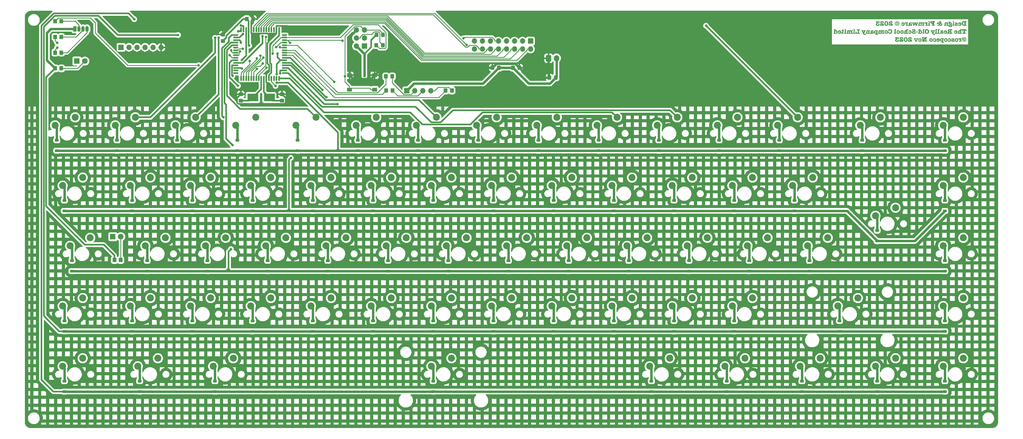
<source format=gbr>
%TF.GenerationSoftware,KiCad,Pcbnew,7.0.9*%
%TF.CreationDate,2023-11-26T21:00:59+00:00*%
%TF.ProjectId,rosco_m68k_keyboard-2,726f7363-6f5f-46d3-9638-6b5f6b657962,0*%
%TF.SameCoordinates,Original*%
%TF.FileFunction,Copper,L2,Bot*%
%TF.FilePolarity,Positive*%
%FSLAX46Y46*%
G04 Gerber Fmt 4.6, Leading zero omitted, Abs format (unit mm)*
G04 Created by KiCad (PCBNEW 7.0.9) date 2023-11-26 21:00:59*
%MOMM*%
%LPD*%
G01*
G04 APERTURE LIST*
G04 Aperture macros list*
%AMRoundRect*
0 Rectangle with rounded corners*
0 $1 Rounding radius*
0 $2 $3 $4 $5 $6 $7 $8 $9 X,Y pos of 4 corners*
0 Add a 4 corners polygon primitive as box body*
4,1,4,$2,$3,$4,$5,$6,$7,$8,$9,$2,$3,0*
0 Add four circle primitives for the rounded corners*
1,1,$1+$1,$2,$3*
1,1,$1+$1,$4,$5*
1,1,$1+$1,$6,$7*
1,1,$1+$1,$8,$9*
0 Add four rect primitives between the rounded corners*
20,1,$1+$1,$2,$3,$4,$5,0*
20,1,$1+$1,$4,$5,$6,$7,0*
20,1,$1+$1,$6,$7,$8,$9,0*
20,1,$1+$1,$8,$9,$2,$3,0*%
G04 Aperture macros list end*
%ADD10C,0.300000*%
%TA.AperFunction,NonConductor*%
%ADD11C,0.300000*%
%TD*%
%TA.AperFunction,SMDPad,CuDef*%
%ADD12R,1.500000X0.550000*%
%TD*%
%TA.AperFunction,SMDPad,CuDef*%
%ADD13R,0.550000X1.500000*%
%TD*%
%TA.AperFunction,ComponentPad*%
%ADD14R,1.700000X1.700000*%
%TD*%
%TA.AperFunction,ComponentPad*%
%ADD15O,1.700000X1.700000*%
%TD*%
%TA.AperFunction,SMDPad,CuDef*%
%ADD16RoundRect,0.225000X0.375000X-0.225000X0.375000X0.225000X-0.375000X0.225000X-0.375000X-0.225000X0*%
%TD*%
%TA.AperFunction,ComponentPad*%
%ADD17C,2.200000*%
%TD*%
%TA.AperFunction,ComponentPad*%
%ADD18RoundRect,0.250000X-0.600000X-0.750000X0.600000X-0.750000X0.600000X0.750000X-0.600000X0.750000X0*%
%TD*%
%TA.AperFunction,ComponentPad*%
%ADD19O,1.700000X2.000000*%
%TD*%
%TA.AperFunction,ComponentPad*%
%ADD20R,1.070000X1.800000*%
%TD*%
%TA.AperFunction,ComponentPad*%
%ADD21O,1.070000X1.800000*%
%TD*%
%TA.AperFunction,ComponentPad*%
%ADD22R,1.800000X1.800000*%
%TD*%
%TA.AperFunction,ComponentPad*%
%ADD23C,1.800000*%
%TD*%
%TA.AperFunction,SMDPad,CuDef*%
%ADD24RoundRect,0.250000X0.325000X0.450000X-0.325000X0.450000X-0.325000X-0.450000X0.325000X-0.450000X0*%
%TD*%
%TA.AperFunction,SMDPad,CuDef*%
%ADD25RoundRect,0.250000X-0.325000X-0.450000X0.325000X-0.450000X0.325000X0.450000X-0.325000X0.450000X0*%
%TD*%
%TA.AperFunction,SMDPad,CuDef*%
%ADD26RoundRect,0.250000X0.450000X-0.325000X0.450000X0.325000X-0.450000X0.325000X-0.450000X-0.325000X0*%
%TD*%
%TA.AperFunction,SMDPad,CuDef*%
%ADD27R,1.550000X1.300000*%
%TD*%
%TA.AperFunction,SMDPad,CuDef*%
%ADD28R,3.500000X2.400000*%
%TD*%
%TA.AperFunction,SMDPad,CuDef*%
%ADD29RoundRect,0.250000X0.350000X0.450000X-0.350000X0.450000X-0.350000X-0.450000X0.350000X-0.450000X0*%
%TD*%
%TA.AperFunction,ViaPad*%
%ADD30C,0.800000*%
%TD*%
%TA.AperFunction,Conductor*%
%ADD31C,0.250000*%
%TD*%
%TA.AperFunction,Conductor*%
%ADD32C,0.500000*%
%TD*%
%TA.AperFunction,Conductor*%
%ADD33C,0.750000*%
%TD*%
G04 APERTURE END LIST*
D10*
D11*
G36*
X360817709Y-87298200D02*
G01*
X360833969Y-87299154D01*
X360849439Y-87301377D01*
X360864119Y-87304872D01*
X360878010Y-87309638D01*
X360894262Y-87317382D01*
X360909280Y-87327112D01*
X360923063Y-87338827D01*
X360935095Y-87352065D01*
X360945088Y-87366591D01*
X360953041Y-87382404D01*
X360958955Y-87399506D01*
X360962218Y-87414115D01*
X360964176Y-87429548D01*
X360964829Y-87445806D01*
X360964703Y-87452877D01*
X360963286Y-87469916D01*
X360960295Y-87486043D01*
X360955730Y-87501257D01*
X360949590Y-87515559D01*
X360941876Y-87528949D01*
X360932588Y-87541427D01*
X360926340Y-87548236D01*
X360915324Y-87558096D01*
X360901113Y-87567473D01*
X360885820Y-87574170D01*
X360869445Y-87578189D01*
X360851988Y-87579528D01*
X360847105Y-87579414D01*
X360831493Y-87577918D01*
X360816337Y-87575407D01*
X360801064Y-87572201D01*
X360797049Y-87571270D01*
X360782223Y-87568144D01*
X360766459Y-87565589D01*
X360751605Y-87564508D01*
X360738381Y-87566734D01*
X360724331Y-87575781D01*
X360715075Y-87588028D01*
X360707581Y-87604729D01*
X360703119Y-87620178D01*
X360699647Y-87638131D01*
X360697168Y-87658590D01*
X360696066Y-87673621D01*
X360695405Y-87689765D01*
X360695184Y-87707023D01*
X360695184Y-88294672D01*
X360695240Y-88303575D01*
X360695680Y-88320533D01*
X360696562Y-88336362D01*
X360698711Y-88357984D01*
X360701851Y-88377062D01*
X360705984Y-88393597D01*
X360713036Y-88411686D01*
X360721852Y-88425253D01*
X360735351Y-88435852D01*
X360751605Y-88439385D01*
X360754520Y-88439318D01*
X360769529Y-88437695D01*
X360784303Y-88435058D01*
X360799965Y-88431692D01*
X360806087Y-88430251D01*
X360821154Y-88427103D01*
X360835914Y-88424765D01*
X360851988Y-88423632D01*
X360860852Y-88423970D01*
X360877768Y-88426675D01*
X360893601Y-88432084D01*
X360908353Y-88440199D01*
X360922023Y-88451018D01*
X360932588Y-88462100D01*
X360936493Y-88466980D01*
X360945151Y-88479806D01*
X360952235Y-88493527D01*
X360957745Y-88508142D01*
X360961680Y-88523652D01*
X360964041Y-88540056D01*
X360964829Y-88557355D01*
X360964176Y-88573698D01*
X360962218Y-88589205D01*
X360958955Y-88603877D01*
X360953041Y-88621042D01*
X360945088Y-88636900D01*
X360935095Y-88651453D01*
X360923063Y-88664699D01*
X360920405Y-88667179D01*
X360906375Y-88678395D01*
X360891110Y-88687644D01*
X360874611Y-88694924D01*
X360860523Y-88699332D01*
X360845646Y-88702481D01*
X360829978Y-88704370D01*
X360813520Y-88705000D01*
X360812571Y-88704994D01*
X360797789Y-88704175D01*
X360782036Y-88702710D01*
X360767456Y-88701130D01*
X360750505Y-88699138D01*
X360666608Y-88691078D01*
X360659404Y-88690368D01*
X360644360Y-88689086D01*
X360628469Y-88687986D01*
X360611731Y-88687071D01*
X360594145Y-88686338D01*
X360575712Y-88685788D01*
X360556433Y-88685422D01*
X360541417Y-88685267D01*
X360525924Y-88685216D01*
X360521728Y-88685220D01*
X360505279Y-88685314D01*
X360489367Y-88685535D01*
X360473995Y-88685881D01*
X360459160Y-88686353D01*
X360441373Y-88687121D01*
X360424427Y-88688085D01*
X360408321Y-88689246D01*
X360254815Y-88700969D01*
X360248502Y-88701458D01*
X360231982Y-88702540D01*
X360214406Y-88703425D01*
X360199585Y-88703992D01*
X360184089Y-88704433D01*
X360167918Y-88704748D01*
X360151071Y-88704937D01*
X360133548Y-88705000D01*
X360111168Y-88704725D01*
X360089184Y-88703900D01*
X360067594Y-88702527D01*
X360046399Y-88700603D01*
X360025599Y-88698130D01*
X360005195Y-88695108D01*
X359985185Y-88691536D01*
X359965570Y-88687414D01*
X359946350Y-88682743D01*
X359927525Y-88677522D01*
X359909096Y-88671752D01*
X359891061Y-88665432D01*
X359873421Y-88658563D01*
X359856176Y-88651144D01*
X359839326Y-88643176D01*
X359822871Y-88634658D01*
X359804693Y-88624135D01*
X359786979Y-88612899D01*
X359769728Y-88600951D01*
X359752941Y-88588290D01*
X359736618Y-88574916D01*
X359720759Y-88560829D01*
X359705363Y-88546030D01*
X359690430Y-88530519D01*
X359675962Y-88514294D01*
X359661957Y-88497357D01*
X359648416Y-88479707D01*
X359635338Y-88461344D01*
X359622725Y-88442269D01*
X359610574Y-88422481D01*
X359598888Y-88401980D01*
X359587665Y-88380767D01*
X359576973Y-88359066D01*
X359566971Y-88337101D01*
X359557659Y-88314873D01*
X359549037Y-88292382D01*
X359541104Y-88269627D01*
X359533861Y-88246609D01*
X359527308Y-88223328D01*
X359521445Y-88199783D01*
X359516271Y-88175975D01*
X359511788Y-88151904D01*
X359507994Y-88127569D01*
X359504890Y-88102971D01*
X359502476Y-88078110D01*
X359500751Y-88052986D01*
X359499716Y-88027598D01*
X359499603Y-88019166D01*
X359897976Y-88019166D01*
X359898381Y-88046357D01*
X359899596Y-88072701D01*
X359901621Y-88098197D01*
X359904456Y-88122847D01*
X359908101Y-88146649D01*
X359912556Y-88169604D01*
X359917821Y-88191712D01*
X359923896Y-88212972D01*
X359930781Y-88233386D01*
X359938476Y-88252952D01*
X359946981Y-88271671D01*
X359956296Y-88289542D01*
X359966421Y-88306567D01*
X359977357Y-88322744D01*
X359989102Y-88338074D01*
X360001657Y-88352557D01*
X360013008Y-88364136D01*
X360024532Y-88374968D01*
X360036227Y-88385053D01*
X360048094Y-88394391D01*
X360066216Y-88406998D01*
X360084724Y-88417923D01*
X360103619Y-88427168D01*
X360122901Y-88434731D01*
X360142568Y-88440614D01*
X360162622Y-88444816D01*
X360183063Y-88447338D01*
X360203890Y-88448178D01*
X360208173Y-88448156D01*
X360224410Y-88447615D01*
X360239217Y-88446352D01*
X360255712Y-88443760D01*
X360269971Y-88440041D01*
X360284131Y-88434091D01*
X360296580Y-88425097D01*
X360304549Y-88414823D01*
X360310868Y-88401587D01*
X360315539Y-88385388D01*
X360318173Y-88369626D01*
X360319661Y-88351807D01*
X360320027Y-88336071D01*
X360320027Y-87666723D01*
X360319821Y-87654742D01*
X360318562Y-87636475D01*
X360316158Y-87620338D01*
X360311761Y-87603783D01*
X360305716Y-87590293D01*
X360296580Y-87578429D01*
X360295070Y-87577054D01*
X360281994Y-87568652D01*
X360267298Y-87563152D01*
X360252592Y-87559769D01*
X360235649Y-87557478D01*
X360220485Y-87556430D01*
X360203890Y-87556081D01*
X360197274Y-87556157D01*
X360180947Y-87557010D01*
X360164924Y-87558812D01*
X360149205Y-87561561D01*
X360133790Y-87565259D01*
X360118679Y-87569905D01*
X360103872Y-87575498D01*
X360090174Y-87581744D01*
X360076739Y-87588939D01*
X360063567Y-87597085D01*
X360050658Y-87606181D01*
X360038013Y-87616228D01*
X360025631Y-87627225D01*
X360013512Y-87639171D01*
X360001657Y-87652069D01*
X359989102Y-87667413D01*
X359977357Y-87683771D01*
X359966421Y-87701141D01*
X359956296Y-87719525D01*
X359946981Y-87738923D01*
X359938476Y-87759333D01*
X359930781Y-87780757D01*
X359923896Y-87803194D01*
X359917821Y-87826644D01*
X359912556Y-87851107D01*
X359908101Y-87876584D01*
X359904456Y-87903074D01*
X359901621Y-87930577D01*
X359899596Y-87959093D01*
X359898887Y-87973731D01*
X359898381Y-87988623D01*
X359898077Y-88003768D01*
X359897976Y-88019166D01*
X359499603Y-88019166D01*
X359499371Y-88001946D01*
X359499732Y-87976360D01*
X359500814Y-87950982D01*
X359502617Y-87925813D01*
X359505142Y-87900853D01*
X359508387Y-87876102D01*
X359512354Y-87851560D01*
X359517043Y-87827226D01*
X359522452Y-87803102D01*
X359528583Y-87779187D01*
X359535435Y-87755481D01*
X359543009Y-87731983D01*
X359551304Y-87708695D01*
X359560320Y-87685615D01*
X359570057Y-87662745D01*
X359580515Y-87640083D01*
X359591695Y-87617630D01*
X359602142Y-87598043D01*
X359613012Y-87579078D01*
X359624304Y-87560734D01*
X359636020Y-87543012D01*
X359648158Y-87525912D01*
X359660719Y-87509434D01*
X359673703Y-87493578D01*
X359687110Y-87478343D01*
X359700940Y-87463731D01*
X359715193Y-87449740D01*
X359729869Y-87436371D01*
X359744967Y-87423623D01*
X359760489Y-87411498D01*
X359776433Y-87399994D01*
X359792800Y-87389112D01*
X359809590Y-87378852D01*
X359826803Y-87369214D01*
X359844439Y-87360198D01*
X359862498Y-87351803D01*
X359880980Y-87344031D01*
X359899885Y-87336880D01*
X359919212Y-87330351D01*
X359938962Y-87324443D01*
X359959136Y-87319158D01*
X359979732Y-87314494D01*
X360000751Y-87310453D01*
X360022193Y-87307033D01*
X360044058Y-87304234D01*
X360066346Y-87302058D01*
X360089056Y-87300503D01*
X360112190Y-87299571D01*
X360135746Y-87299260D01*
X360150429Y-87299260D01*
X360165170Y-87299260D01*
X360179967Y-87299260D01*
X360194822Y-87299260D01*
X360209735Y-87299260D01*
X360224704Y-87299260D01*
X360239731Y-87299260D01*
X360254815Y-87299260D01*
X360408321Y-87299260D01*
X360425043Y-87299260D01*
X360440586Y-87299260D01*
X360459476Y-87299260D01*
X360476272Y-87299260D01*
X360494320Y-87299260D01*
X360509094Y-87299260D01*
X360525924Y-87299260D01*
X360542788Y-87299254D01*
X360559859Y-87299237D01*
X360577135Y-87299208D01*
X360594617Y-87299168D01*
X360612306Y-87299117D01*
X360630201Y-87299054D01*
X360648301Y-87298979D01*
X360666608Y-87298893D01*
X360673495Y-87298848D01*
X360693267Y-87298722D01*
X360711706Y-87298608D01*
X360728811Y-87298507D01*
X360744584Y-87298419D01*
X360763540Y-87298322D01*
X360780127Y-87298247D01*
X360797527Y-87298186D01*
X360813520Y-87298161D01*
X360817709Y-87298200D01*
G37*
G36*
X358862586Y-87626577D02*
G01*
X358877384Y-87627037D01*
X358906439Y-87628879D01*
X358934777Y-87631949D01*
X358962396Y-87636246D01*
X358989296Y-87641772D01*
X359015479Y-87648525D01*
X359040942Y-87656506D01*
X359065688Y-87665716D01*
X359089715Y-87676153D01*
X359113023Y-87687818D01*
X359135613Y-87700711D01*
X359157485Y-87714831D01*
X359178638Y-87730180D01*
X359199073Y-87746757D01*
X359218789Y-87764561D01*
X359237787Y-87783593D01*
X359255799Y-87803577D01*
X359272649Y-87824328D01*
X359288337Y-87845847D01*
X359302863Y-87868132D01*
X359316227Y-87891184D01*
X359328428Y-87915004D01*
X359339468Y-87939590D01*
X359349345Y-87964944D01*
X359358061Y-87991064D01*
X359365614Y-88017952D01*
X359372005Y-88045607D01*
X359377235Y-88074029D01*
X359379414Y-88088527D01*
X359381302Y-88103218D01*
X359382900Y-88118100D01*
X359384207Y-88133174D01*
X359385224Y-88148439D01*
X359385950Y-88163897D01*
X359386386Y-88179546D01*
X359386531Y-88195387D01*
X359386385Y-88211110D01*
X359385944Y-88226635D01*
X359385211Y-88241962D01*
X359384184Y-88257091D01*
X359382864Y-88272021D01*
X359381250Y-88286753D01*
X359377143Y-88315623D01*
X359371862Y-88343700D01*
X359365408Y-88370984D01*
X359357780Y-88397475D01*
X359348979Y-88423174D01*
X359339004Y-88448079D01*
X359327856Y-88472192D01*
X359315534Y-88495512D01*
X359302038Y-88518039D01*
X359287370Y-88539774D01*
X359271527Y-88560715D01*
X359254511Y-88580864D01*
X359236322Y-88600219D01*
X359217151Y-88618586D01*
X359197190Y-88635768D01*
X359176439Y-88651765D01*
X359154897Y-88666577D01*
X359132566Y-88680204D01*
X359109445Y-88692646D01*
X359085534Y-88703903D01*
X359060833Y-88713975D01*
X359035342Y-88722863D01*
X359009062Y-88730565D01*
X358981991Y-88737082D01*
X358954130Y-88742414D01*
X358925479Y-88746562D01*
X358910857Y-88748191D01*
X358896038Y-88749524D01*
X358881022Y-88750561D01*
X358865807Y-88751302D01*
X358850396Y-88751746D01*
X358834787Y-88751894D01*
X358810972Y-88751555D01*
X358787612Y-88750537D01*
X358764707Y-88748842D01*
X358742257Y-88746467D01*
X358720262Y-88743415D01*
X358698722Y-88739684D01*
X358677638Y-88735275D01*
X358657008Y-88730187D01*
X358636834Y-88724421D01*
X358617115Y-88717977D01*
X358597851Y-88710854D01*
X358579042Y-88703053D01*
X358560688Y-88694574D01*
X358542789Y-88685416D01*
X358525345Y-88675580D01*
X358508356Y-88665066D01*
X358492074Y-88654065D01*
X358476843Y-88642769D01*
X358462662Y-88631179D01*
X358449532Y-88619293D01*
X358437452Y-88607113D01*
X358426422Y-88594638D01*
X358416443Y-88581868D01*
X358407514Y-88568804D01*
X358399636Y-88555444D01*
X358392808Y-88541790D01*
X358387031Y-88527841D01*
X358382304Y-88513597D01*
X358378627Y-88499058D01*
X358376001Y-88484225D01*
X358374426Y-88469097D01*
X358373900Y-88453674D01*
X358374056Y-88446789D01*
X358375811Y-88430240D01*
X358379516Y-88414639D01*
X358385171Y-88399986D01*
X358392775Y-88386281D01*
X358402330Y-88373525D01*
X358413834Y-88361716D01*
X358424201Y-88353130D01*
X358438238Y-88344006D01*
X358453474Y-88336672D01*
X358469909Y-88331126D01*
X358487542Y-88327370D01*
X358502511Y-88325652D01*
X358518248Y-88325080D01*
X358527905Y-88325353D01*
X358546910Y-88327540D01*
X358565503Y-88331913D01*
X358583684Y-88338474D01*
X358597049Y-88344829D01*
X358610182Y-88352414D01*
X358623084Y-88361229D01*
X358635754Y-88371275D01*
X358648191Y-88382550D01*
X358660397Y-88395055D01*
X358672241Y-88407167D01*
X358684051Y-88418497D01*
X358695826Y-88429046D01*
X358707567Y-88438813D01*
X358725114Y-88451999D01*
X358742583Y-88463427D01*
X358759975Y-88473096D01*
X358777290Y-88481008D01*
X358794528Y-88487161D01*
X358811689Y-88491557D01*
X358828772Y-88494194D01*
X358845778Y-88495073D01*
X358856741Y-88494835D01*
X358872741Y-88493588D01*
X358888207Y-88491272D01*
X358903138Y-88487886D01*
X358917535Y-88483432D01*
X358931397Y-88477909D01*
X358944725Y-88471316D01*
X358957518Y-88463655D01*
X358969776Y-88454924D01*
X358981500Y-88445125D01*
X358992690Y-88434256D01*
X358999699Y-88426491D01*
X359009366Y-88414403D01*
X359018015Y-88401787D01*
X359025646Y-88388643D01*
X359032260Y-88374971D01*
X359037856Y-88360771D01*
X359042435Y-88346043D01*
X359045996Y-88330786D01*
X359048540Y-88315002D01*
X359050066Y-88298689D01*
X359050575Y-88281849D01*
X359050343Y-88272901D01*
X359048194Y-88257119D01*
X359041050Y-88243747D01*
X359039006Y-88242372D01*
X359024197Y-88237977D01*
X359008277Y-88236421D01*
X358992690Y-88236053D01*
X358466957Y-88236053D01*
X358450894Y-88235601D01*
X358436228Y-88234244D01*
X358419860Y-88231277D01*
X358403099Y-88225850D01*
X358389480Y-88218388D01*
X358377564Y-88207110D01*
X358373505Y-88201106D01*
X358366584Y-88186045D01*
X358362037Y-88170385D01*
X358359197Y-88155822D01*
X358357068Y-88139450D01*
X358355648Y-88121270D01*
X358355049Y-88106447D01*
X358354849Y-88090607D01*
X358355375Y-88064515D01*
X358356950Y-88039087D01*
X358359576Y-88014323D01*
X358362862Y-87992787D01*
X358690806Y-87992787D01*
X358691887Y-88004757D01*
X358698499Y-88018066D01*
X358708983Y-88022573D01*
X358724465Y-88024592D01*
X358739532Y-88025027D01*
X358987194Y-88025027D01*
X358989635Y-88025020D01*
X359004940Y-88024524D01*
X359020032Y-88022753D01*
X359033722Y-88016967D01*
X359037200Y-88011536D01*
X359040317Y-87996817D01*
X359040178Y-87992712D01*
X359037506Y-87977868D01*
X359031433Y-87962288D01*
X359023520Y-87948347D01*
X359015017Y-87936317D01*
X359004780Y-87923911D01*
X358997779Y-87916280D01*
X358986783Y-87905757D01*
X358975196Y-87896342D01*
X358963016Y-87888034D01*
X358950243Y-87880834D01*
X358936878Y-87874742D01*
X358922920Y-87869758D01*
X358908370Y-87865881D01*
X358893227Y-87863112D01*
X358877492Y-87861450D01*
X358861165Y-87860896D01*
X358844312Y-87861514D01*
X358828009Y-87863369D01*
X358812255Y-87866460D01*
X358797051Y-87870788D01*
X358782397Y-87876352D01*
X358768292Y-87883153D01*
X358754736Y-87891190D01*
X358741730Y-87900464D01*
X358732629Y-87907998D01*
X358721887Y-87918405D01*
X358710698Y-87931994D01*
X358701995Y-87946226D01*
X358695779Y-87961103D01*
X358692049Y-87976623D01*
X358690806Y-87992787D01*
X358362862Y-87992787D01*
X358363253Y-87990223D01*
X358367980Y-87966787D01*
X358373757Y-87944015D01*
X358380585Y-87921907D01*
X358388463Y-87900464D01*
X358397392Y-87879684D01*
X358407371Y-87859568D01*
X358418401Y-87840116D01*
X358430481Y-87821329D01*
X358443611Y-87803205D01*
X358457792Y-87785746D01*
X358473023Y-87768950D01*
X358489305Y-87752819D01*
X358506418Y-87737513D01*
X358524236Y-87723195D01*
X358542757Y-87709864D01*
X358561983Y-87697521D01*
X358581912Y-87686165D01*
X358602546Y-87675796D01*
X358623884Y-87666415D01*
X358645926Y-87658022D01*
X358668672Y-87650616D01*
X358692122Y-87644197D01*
X358716276Y-87638766D01*
X358741135Y-87634323D01*
X358766697Y-87630867D01*
X358792964Y-87628398D01*
X358819935Y-87626917D01*
X358847609Y-87626423D01*
X358862586Y-87626577D01*
G37*
G36*
X357800174Y-87649870D02*
G01*
X357780448Y-87650228D01*
X357761110Y-87651302D01*
X357742162Y-87653090D01*
X357723604Y-87655595D01*
X357705434Y-87658815D01*
X357687654Y-87662750D01*
X357670263Y-87667402D01*
X357653262Y-87672768D01*
X357636650Y-87678850D01*
X357620426Y-87685648D01*
X357604593Y-87693161D01*
X357589148Y-87701390D01*
X357574093Y-87710335D01*
X357559427Y-87719995D01*
X357545150Y-87730370D01*
X357531263Y-87741461D01*
X357528842Y-87725093D01*
X357524741Y-87710335D01*
X357516658Y-87693161D01*
X357505587Y-87678850D01*
X357491528Y-87667402D01*
X357474480Y-87658815D01*
X357459734Y-87654253D01*
X357443307Y-87651302D01*
X357425198Y-87649960D01*
X357418789Y-87649870D01*
X357399736Y-87650524D01*
X357382557Y-87652485D01*
X357367253Y-87655753D01*
X357349762Y-87662145D01*
X357335602Y-87670860D01*
X357324774Y-87681900D01*
X357317278Y-87695263D01*
X357313114Y-87710951D01*
X357312177Y-87724242D01*
X357312964Y-87740385D01*
X357315018Y-87755893D01*
X357317915Y-87770456D01*
X357320237Y-87779930D01*
X357322806Y-87796068D01*
X357324745Y-87811786D01*
X357326052Y-87827083D01*
X357326728Y-87841960D01*
X357326831Y-87850272D01*
X357326831Y-87865030D01*
X357326831Y-87880304D01*
X357326831Y-87883611D01*
X357326831Y-87899718D01*
X357326831Y-87914609D01*
X357326831Y-87929583D01*
X357326831Y-87930872D01*
X357326831Y-87939298D01*
X357327797Y-87958809D01*
X357330695Y-87976401D01*
X357335525Y-87992074D01*
X357342287Y-88005828D01*
X357350981Y-88017662D01*
X357365579Y-88030456D01*
X357378781Y-88037813D01*
X357393915Y-88043250D01*
X357410981Y-88046769D01*
X357429979Y-88048368D01*
X357436741Y-88048475D01*
X357456106Y-88047318D01*
X357474820Y-88043849D01*
X357492880Y-88038068D01*
X357510288Y-88029973D01*
X357522916Y-88022385D01*
X357535177Y-88013496D01*
X357547070Y-88003305D01*
X357558597Y-87991814D01*
X357569756Y-87979022D01*
X357573394Y-87974469D01*
X357586857Y-87958363D01*
X357600868Y-87943841D01*
X357615425Y-87930903D01*
X357630530Y-87919549D01*
X357646183Y-87909779D01*
X357662382Y-87901594D01*
X357679130Y-87894993D01*
X357696424Y-87889976D01*
X357714266Y-87886544D01*
X357732656Y-87884696D01*
X357745219Y-87884344D01*
X357766695Y-87885065D01*
X357786057Y-87887229D01*
X357803308Y-87890835D01*
X357818446Y-87895884D01*
X357835345Y-87904860D01*
X357848488Y-87916400D01*
X357857876Y-87930505D01*
X357863509Y-87947175D01*
X357865387Y-87966409D01*
X357863996Y-87981470D01*
X357858857Y-87996827D01*
X357849931Y-88009800D01*
X357837218Y-88020389D01*
X357825819Y-88026493D01*
X357810306Y-88032160D01*
X357793362Y-88037106D01*
X357778009Y-88041056D01*
X357760389Y-88045212D01*
X357740502Y-88049574D01*
X357725985Y-88052596D01*
X357710461Y-88055710D01*
X357693928Y-88058916D01*
X357676389Y-88062213D01*
X357657841Y-88065602D01*
X357638287Y-88069083D01*
X357617725Y-88072655D01*
X357600833Y-88075703D01*
X357584506Y-88078803D01*
X357568742Y-88081954D01*
X357553542Y-88085157D01*
X357538906Y-88088411D01*
X357518009Y-88093389D01*
X357498381Y-88098483D01*
X357480022Y-88103693D01*
X357462931Y-88109019D01*
X357447109Y-88114461D01*
X357432556Y-88120019D01*
X357415125Y-88127609D01*
X357399102Y-88135721D01*
X357383824Y-88144668D01*
X357369290Y-88154451D01*
X357355499Y-88165070D01*
X357342453Y-88176525D01*
X357330151Y-88188815D01*
X357318594Y-88201941D01*
X357307780Y-88215903D01*
X357298483Y-88229926D01*
X357290100Y-88244381D01*
X357282632Y-88259267D01*
X357276078Y-88274584D01*
X357270439Y-88290333D01*
X357265714Y-88306514D01*
X357261904Y-88323126D01*
X357259008Y-88340169D01*
X357257027Y-88357644D01*
X357255960Y-88375551D01*
X357255757Y-88387728D01*
X357256240Y-88406946D01*
X357257692Y-88425767D01*
X357260110Y-88444190D01*
X357263496Y-88462214D01*
X357267850Y-88479841D01*
X357273170Y-88497071D01*
X357279459Y-88513902D01*
X357286714Y-88530335D01*
X357294938Y-88546371D01*
X357304128Y-88562009D01*
X357314286Y-88577249D01*
X357325412Y-88592091D01*
X357337505Y-88606535D01*
X357350565Y-88620581D01*
X357364593Y-88634230D01*
X357379588Y-88647480D01*
X357395313Y-88660124D01*
X357411530Y-88671952D01*
X357428240Y-88682965D01*
X357445442Y-88693161D01*
X357463136Y-88702542D01*
X357481323Y-88711107D01*
X357500001Y-88718857D01*
X357519173Y-88725791D01*
X357538836Y-88731909D01*
X357558992Y-88737211D01*
X357579640Y-88741697D01*
X357600780Y-88745368D01*
X357622413Y-88748223D01*
X357644538Y-88750263D01*
X357667155Y-88751486D01*
X357690265Y-88751894D01*
X357713443Y-88751422D01*
X357736358Y-88750005D01*
X357759009Y-88747644D01*
X357781398Y-88744338D01*
X357803523Y-88740087D01*
X357825384Y-88734893D01*
X357846983Y-88728753D01*
X357868318Y-88721669D01*
X357889389Y-88713641D01*
X357910198Y-88704667D01*
X357930743Y-88694750D01*
X357951024Y-88683888D01*
X357971043Y-88672081D01*
X357990798Y-88659330D01*
X358010290Y-88645634D01*
X358029518Y-88630994D01*
X358030410Y-88648410D01*
X358033086Y-88664113D01*
X358037545Y-88678102D01*
X358046267Y-88694091D01*
X358058159Y-88707034D01*
X358073223Y-88716931D01*
X358091458Y-88723784D01*
X358107216Y-88726924D01*
X358124757Y-88728352D01*
X358131001Y-88728447D01*
X358150577Y-88727648D01*
X358168228Y-88725253D01*
X358183954Y-88721260D01*
X358197754Y-88715670D01*
X358213158Y-88705732D01*
X358225139Y-88692955D01*
X358233697Y-88677339D01*
X358238832Y-88658883D01*
X358240437Y-88643178D01*
X358240544Y-88637588D01*
X358240043Y-88622548D01*
X358238921Y-88607320D01*
X358237413Y-88591668D01*
X358235730Y-88576521D01*
X358235415Y-88573841D01*
X358233672Y-88558428D01*
X358232094Y-88542465D01*
X358230892Y-88526883D01*
X358230291Y-88511398D01*
X358230286Y-88510094D01*
X358230892Y-88495292D01*
X358232289Y-88479897D01*
X358234213Y-88463731D01*
X358235415Y-88454773D01*
X358237413Y-88439461D01*
X358239096Y-88424108D01*
X358240298Y-88408136D01*
X358240544Y-88399085D01*
X358239504Y-88382521D01*
X358236384Y-88367585D01*
X358228988Y-88350206D01*
X358217894Y-88335723D01*
X358203102Y-88324137D01*
X358189581Y-88317348D01*
X358173980Y-88312188D01*
X358156299Y-88308658D01*
X358136538Y-88306757D01*
X358122208Y-88306395D01*
X358105124Y-88306816D01*
X358089364Y-88308077D01*
X358072199Y-88310700D01*
X358056941Y-88314534D01*
X358041549Y-88320537D01*
X358035746Y-88323614D01*
X358022553Y-88332673D01*
X358010909Y-88342865D01*
X357998957Y-88355299D01*
X357988760Y-88367372D01*
X357978349Y-88381001D01*
X357971999Y-88389926D01*
X357962181Y-88404153D01*
X357952511Y-88417434D01*
X357942990Y-88429767D01*
X357933616Y-88441154D01*
X357921349Y-88454864D01*
X357909345Y-88466891D01*
X357897604Y-88477235D01*
X357883298Y-88487799D01*
X357874912Y-88492875D01*
X357859925Y-88499946D01*
X357842898Y-88505819D01*
X357827809Y-88509654D01*
X357811414Y-88512723D01*
X357793714Y-88515024D01*
X357774709Y-88516558D01*
X357759598Y-88517205D01*
X357743754Y-88517421D01*
X357725343Y-88517059D01*
X357708119Y-88515973D01*
X357692084Y-88514162D01*
X357677236Y-88511628D01*
X357657191Y-88506468D01*
X357639819Y-88499680D01*
X357625120Y-88491261D01*
X357613093Y-88481214D01*
X357603739Y-88469537D01*
X357597058Y-88456231D01*
X357593049Y-88441296D01*
X357591713Y-88424731D01*
X357593585Y-88409321D01*
X357599200Y-88395147D01*
X357608560Y-88382210D01*
X357621663Y-88370509D01*
X357638510Y-88360045D01*
X357653602Y-88353008D01*
X357670800Y-88346667D01*
X357690104Y-88341021D01*
X357711514Y-88336071D01*
X357831315Y-88311524D01*
X357849343Y-88307633D01*
X357866698Y-88303745D01*
X357883380Y-88299859D01*
X357899390Y-88295977D01*
X357914727Y-88292097D01*
X357929392Y-88288220D01*
X357950127Y-88282410D01*
X357969350Y-88276607D01*
X357987059Y-88270810D01*
X358003254Y-88265019D01*
X358017936Y-88259235D01*
X358035158Y-88251532D01*
X358039043Y-88249609D01*
X358053847Y-88241262D01*
X358067849Y-88231794D01*
X358081049Y-88221204D01*
X358093449Y-88209492D01*
X358105046Y-88196658D01*
X358115843Y-88182701D01*
X358125837Y-88167623D01*
X358135031Y-88151423D01*
X358143274Y-88134359D01*
X358150418Y-88116687D01*
X358156463Y-88098409D01*
X358161409Y-88079524D01*
X358164397Y-88064962D01*
X358166767Y-88050059D01*
X358168519Y-88034814D01*
X358169652Y-88019229D01*
X358170168Y-88003301D01*
X358170202Y-87997916D01*
X358169803Y-87978861D01*
X358168605Y-87960255D01*
X358166608Y-87942099D01*
X358163813Y-87924392D01*
X358160220Y-87907134D01*
X358155828Y-87890326D01*
X358150637Y-87873967D01*
X358144648Y-87858057D01*
X358137860Y-87842597D01*
X358130274Y-87827586D01*
X358121889Y-87813024D01*
X358112706Y-87798912D01*
X358102724Y-87785249D01*
X358091943Y-87772036D01*
X358080364Y-87759272D01*
X358067986Y-87746957D01*
X358054919Y-87735200D01*
X358041362Y-87724202D01*
X358027316Y-87713963D01*
X358012780Y-87704482D01*
X357997754Y-87695759D01*
X357982240Y-87687795D01*
X357966236Y-87680589D01*
X357949742Y-87674142D01*
X357932759Y-87668453D01*
X357915287Y-87663523D01*
X357897325Y-87659352D01*
X357878874Y-87655938D01*
X357859933Y-87653284D01*
X357840503Y-87651387D01*
X357820583Y-87650250D01*
X357800174Y-87649870D01*
G37*
G36*
X356691556Y-87649870D02*
G01*
X356674246Y-87651838D01*
X356659871Y-87657742D01*
X356648429Y-87667580D01*
X356639921Y-87681355D01*
X356634347Y-87699065D01*
X356632000Y-87716066D01*
X356631472Y-87730471D01*
X356631472Y-88353290D01*
X356631224Y-88372081D01*
X356630480Y-88389023D01*
X356629240Y-88404117D01*
X356626816Y-88421368D01*
X356622546Y-88438311D01*
X356615604Y-88451865D01*
X356603262Y-88458436D01*
X356588042Y-88456628D01*
X356573504Y-88453623D01*
X356572121Y-88453307D01*
X356557414Y-88450387D01*
X356542377Y-88448499D01*
X356534385Y-88448178D01*
X356518213Y-88449147D01*
X356503632Y-88452055D01*
X356486665Y-88458947D01*
X356472526Y-88469286D01*
X356461214Y-88483070D01*
X356452731Y-88500301D01*
X356448224Y-88515485D01*
X356445307Y-88532608D01*
X356443982Y-88551669D01*
X356443893Y-88558454D01*
X356444379Y-88576200D01*
X356445834Y-88592800D01*
X356448260Y-88608256D01*
X356451656Y-88622568D01*
X356458569Y-88641888D01*
X356467666Y-88658632D01*
X356478945Y-88672800D01*
X356492408Y-88684392D01*
X356508054Y-88693408D01*
X356525883Y-88699848D01*
X356545895Y-88703712D01*
X356568091Y-88705000D01*
X356583432Y-88704084D01*
X356601130Y-88702195D01*
X356615876Y-88700363D01*
X356632980Y-88698073D01*
X356652443Y-88695325D01*
X356668589Y-88692964D01*
X356686060Y-88690345D01*
X356701070Y-88688284D01*
X356716606Y-88686498D01*
X356732669Y-88684987D01*
X356749258Y-88683750D01*
X356766374Y-88682789D01*
X356784017Y-88682102D01*
X356802186Y-88681690D01*
X356820882Y-88681552D01*
X356836308Y-88681964D01*
X356851111Y-88682938D01*
X356867685Y-88684483D01*
X356886030Y-88686601D01*
X356901982Y-88688708D01*
X356919066Y-88691181D01*
X356932623Y-88693276D01*
X356950444Y-88696024D01*
X356967085Y-88698405D01*
X356982546Y-88700420D01*
X357000215Y-88702424D01*
X357016041Y-88703855D01*
X357032601Y-88704816D01*
X357042166Y-88705000D01*
X357059402Y-88704060D01*
X357075618Y-88701243D01*
X357090815Y-88696547D01*
X357104992Y-88689973D01*
X357118149Y-88681520D01*
X357130287Y-88671190D01*
X357134856Y-88666531D01*
X357145200Y-88653868D01*
X357153790Y-88640149D01*
X357160627Y-88625374D01*
X357165711Y-88609544D01*
X357169042Y-88592659D01*
X357170620Y-88574718D01*
X357170760Y-88567247D01*
X357169849Y-88545968D01*
X357167115Y-88526782D01*
X357162559Y-88509689D01*
X357156180Y-88494689D01*
X357147979Y-88481782D01*
X357137955Y-88470969D01*
X357126108Y-88462248D01*
X357112440Y-88455620D01*
X357096948Y-88451085D01*
X357079634Y-88448643D01*
X357067079Y-88448178D01*
X357051259Y-88451073D01*
X357035549Y-88453948D01*
X357021043Y-88456603D01*
X357011025Y-88458436D01*
X356996737Y-88458436D01*
X356982319Y-88452897D01*
X356972779Y-88439330D01*
X356966817Y-88421806D01*
X356963348Y-88403716D01*
X356961505Y-88387775D01*
X356960312Y-88369799D01*
X356959770Y-88349788D01*
X356959734Y-88342665D01*
X356959734Y-88008541D01*
X356960040Y-87987524D01*
X356960958Y-87968574D01*
X356962487Y-87951692D01*
X356964629Y-87936877D01*
X356968435Y-87920339D01*
X356974723Y-87904835D01*
X356984512Y-87893809D01*
X356994539Y-87890938D01*
X357009776Y-87894416D01*
X357025354Y-87899353D01*
X357033007Y-87901929D01*
X357047982Y-87904831D01*
X357063224Y-87906575D01*
X357067445Y-87906692D01*
X357085909Y-87905665D01*
X357102556Y-87902583D01*
X357117388Y-87897447D01*
X357130403Y-87890257D01*
X357144931Y-87877474D01*
X357153709Y-87865490D01*
X357160671Y-87851452D01*
X357165816Y-87835360D01*
X357169146Y-87817213D01*
X357170659Y-87797012D01*
X357170760Y-87789822D01*
X357170193Y-87774537D01*
X357167891Y-87756495D01*
X357163818Y-87739633D01*
X357157974Y-87723951D01*
X357150358Y-87709450D01*
X357140972Y-87696130D01*
X357134490Y-87688705D01*
X357122469Y-87677517D01*
X357109303Y-87668226D01*
X357094991Y-87660831D01*
X357079535Y-87655332D01*
X357062935Y-87651729D01*
X357045189Y-87650022D01*
X357037770Y-87649870D01*
X357022900Y-87649870D01*
X357006860Y-87649870D01*
X356990646Y-87649870D01*
X356975130Y-87649870D01*
X356969626Y-87649870D01*
X356951325Y-87649870D01*
X356933974Y-87649870D01*
X356917574Y-87649870D01*
X356902124Y-87649870D01*
X356884147Y-87649870D01*
X356867655Y-87649870D01*
X356852648Y-87649870D01*
X356849825Y-87649870D01*
X356832797Y-87649870D01*
X356816611Y-87649870D01*
X356798957Y-87649870D01*
X356783124Y-87649870D01*
X356766271Y-87649870D01*
X356755669Y-87649870D01*
X356738841Y-87649870D01*
X356721977Y-87649870D01*
X356706893Y-87649870D01*
X356691995Y-87649870D01*
X356691556Y-87649870D01*
G37*
G36*
X356819050Y-87556081D02*
G01*
X356837781Y-87555211D01*
X356855870Y-87552601D01*
X356873318Y-87548250D01*
X356890125Y-87542159D01*
X356906291Y-87534328D01*
X356921816Y-87524757D01*
X356936699Y-87513446D01*
X356950942Y-87500394D01*
X356963993Y-87486151D01*
X356975305Y-87471268D01*
X356984876Y-87455743D01*
X356992707Y-87439577D01*
X356998798Y-87422770D01*
X357003148Y-87405322D01*
X357005759Y-87387233D01*
X357006629Y-87368503D01*
X357005776Y-87349274D01*
X357003217Y-87330790D01*
X356998952Y-87313050D01*
X356992982Y-87296054D01*
X356985305Y-87279802D01*
X356975923Y-87264295D01*
X356964835Y-87249532D01*
X356952041Y-87235512D01*
X356938022Y-87222718D01*
X356923258Y-87211630D01*
X356907751Y-87202248D01*
X356891499Y-87194571D01*
X356874503Y-87188601D01*
X356856763Y-87184336D01*
X356838279Y-87181777D01*
X356819050Y-87180924D01*
X356799742Y-87181777D01*
X356781200Y-87184336D01*
X356763426Y-87188601D01*
X356746419Y-87194571D01*
X356730178Y-87202248D01*
X356714705Y-87211630D01*
X356699999Y-87222718D01*
X356686060Y-87235512D01*
X356673266Y-87249532D01*
X356662178Y-87264295D01*
X356652795Y-87279802D01*
X356645119Y-87296054D01*
X356639148Y-87313050D01*
X356634884Y-87330790D01*
X356632325Y-87349274D01*
X356631472Y-87368503D01*
X356632325Y-87387731D01*
X356634884Y-87406215D01*
X356639148Y-87423955D01*
X356645119Y-87440951D01*
X356652795Y-87457203D01*
X356662178Y-87472710D01*
X356673266Y-87487474D01*
X356686060Y-87501493D01*
X356699999Y-87514287D01*
X356714705Y-87525375D01*
X356730178Y-87534758D01*
X356746419Y-87542434D01*
X356763426Y-87548405D01*
X356781200Y-87552669D01*
X356799742Y-87555228D01*
X356819050Y-87556081D01*
G37*
G36*
X355528051Y-87392192D02*
G01*
X355549913Y-87393462D01*
X355570847Y-87395820D01*
X355590854Y-87399266D01*
X355609934Y-87403801D01*
X355628086Y-87409424D01*
X355645311Y-87416136D01*
X355661608Y-87423936D01*
X355676979Y-87432824D01*
X355691421Y-87442801D01*
X355704937Y-87453866D01*
X355713322Y-87461752D01*
X355724885Y-87474307D01*
X355735230Y-87487731D01*
X355744359Y-87502025D01*
X355752271Y-87517188D01*
X355758965Y-87533220D01*
X355764442Y-87550122D01*
X355768702Y-87567893D01*
X355771745Y-87586534D01*
X355773571Y-87606044D01*
X355774180Y-87626423D01*
X355788256Y-87626423D01*
X355804871Y-87626423D01*
X355822179Y-87626423D01*
X355837871Y-87626423D01*
X355852948Y-87626423D01*
X355875889Y-87626809D01*
X355898366Y-87627969D01*
X355920379Y-87629901D01*
X355941929Y-87632605D01*
X355963015Y-87636083D01*
X355983637Y-87640333D01*
X356003795Y-87645357D01*
X356023490Y-87651153D01*
X356042722Y-87657721D01*
X356061489Y-87665063D01*
X356079793Y-87673177D01*
X356097633Y-87682065D01*
X356115010Y-87691725D01*
X356131923Y-87702157D01*
X356148372Y-87713363D01*
X356164357Y-87725341D01*
X356179574Y-87737889D01*
X356193810Y-87750804D01*
X356207063Y-87764084D01*
X356219335Y-87777732D01*
X356230625Y-87791745D01*
X356240933Y-87806125D01*
X356250260Y-87820871D01*
X356258605Y-87835983D01*
X356265968Y-87851462D01*
X356272349Y-87867308D01*
X356277749Y-87883519D01*
X356282167Y-87900097D01*
X356285603Y-87917042D01*
X356288057Y-87934352D01*
X356289530Y-87952029D01*
X356290020Y-87970073D01*
X356289740Y-87982509D01*
X356288267Y-88000917D01*
X356285532Y-88019028D01*
X356281535Y-88036843D01*
X356276276Y-88054362D01*
X356269754Y-88071585D01*
X356261971Y-88088511D01*
X356252925Y-88105142D01*
X356242616Y-88121476D01*
X356231046Y-88137513D01*
X356218213Y-88153255D01*
X356223996Y-88155871D01*
X356240676Y-88163782D01*
X356256351Y-88171790D01*
X356271021Y-88179895D01*
X356284687Y-88188096D01*
X356297348Y-88196394D01*
X356312666Y-88207608D01*
X356326199Y-88218994D01*
X356337945Y-88230552D01*
X356347906Y-88242281D01*
X356350115Y-88245246D01*
X356358249Y-88257786D01*
X356365262Y-88271413D01*
X356371152Y-88286127D01*
X356375921Y-88301930D01*
X356379567Y-88318820D01*
X356382092Y-88336797D01*
X356383494Y-88355863D01*
X356383810Y-88370875D01*
X356383163Y-88389949D01*
X356381222Y-88408061D01*
X356377988Y-88425212D01*
X356373460Y-88441400D01*
X356367638Y-88456627D01*
X356360523Y-88470893D01*
X356352113Y-88484196D01*
X356342411Y-88496538D01*
X356331414Y-88507918D01*
X356319123Y-88518337D01*
X356305539Y-88527794D01*
X356290662Y-88536289D01*
X356274490Y-88543822D01*
X356257025Y-88550394D01*
X356238266Y-88556004D01*
X356218213Y-88560652D01*
X356243944Y-88569061D01*
X356268016Y-88578260D01*
X356290427Y-88588250D01*
X356311178Y-88599029D01*
X356330269Y-88610598D01*
X356347700Y-88622957D01*
X356363471Y-88636106D01*
X356377581Y-88650045D01*
X356390032Y-88664774D01*
X356400823Y-88680293D01*
X356409953Y-88696602D01*
X356417424Y-88713701D01*
X356423234Y-88731590D01*
X356427384Y-88750268D01*
X356429874Y-88769737D01*
X356430704Y-88789996D01*
X356430106Y-88808900D01*
X356428311Y-88827325D01*
X356425320Y-88845273D01*
X356421133Y-88862742D01*
X356415749Y-88879734D01*
X356409169Y-88896247D01*
X356401392Y-88912283D01*
X356392419Y-88927841D01*
X356382250Y-88942920D01*
X356370884Y-88957522D01*
X356358322Y-88971645D01*
X356344563Y-88985291D01*
X356329608Y-88998459D01*
X356313456Y-89011148D01*
X356296108Y-89023360D01*
X356277564Y-89035094D01*
X356258029Y-89046229D01*
X356237710Y-89056646D01*
X356216607Y-89066345D01*
X356194720Y-89075325D01*
X356172048Y-89083587D01*
X356148592Y-89091130D01*
X356124352Y-89097955D01*
X356099328Y-89104062D01*
X356073519Y-89109450D01*
X356046926Y-89114120D01*
X356019549Y-89118071D01*
X355991388Y-89121304D01*
X355962442Y-89123818D01*
X355947675Y-89124806D01*
X355932712Y-89125614D01*
X355917553Y-89126243D01*
X355902198Y-89126692D01*
X355886647Y-89126961D01*
X355870900Y-89127051D01*
X355853338Y-89126946D01*
X355836006Y-89126632D01*
X355818905Y-89126108D01*
X355802035Y-89125374D01*
X355785394Y-89124430D01*
X355768985Y-89123277D01*
X355752805Y-89121915D01*
X355736856Y-89120342D01*
X355721138Y-89118560D01*
X355705649Y-89116568D01*
X355690392Y-89114367D01*
X355675364Y-89111956D01*
X355660567Y-89109335D01*
X355646001Y-89106505D01*
X355617559Y-89100215D01*
X355590039Y-89093087D01*
X355563440Y-89085120D01*
X355537763Y-89076314D01*
X355513008Y-89066670D01*
X355489174Y-89056187D01*
X355466262Y-89044865D01*
X355444271Y-89032705D01*
X355423203Y-89019706D01*
X355403239Y-89006028D01*
X355384563Y-88991737D01*
X355367175Y-88976833D01*
X355351075Y-88961317D01*
X355336263Y-88945188D01*
X355322739Y-88928447D01*
X355310503Y-88911094D01*
X355299555Y-88893128D01*
X355289895Y-88874549D01*
X355281523Y-88855358D01*
X355274439Y-88835554D01*
X355268643Y-88815138D01*
X355264135Y-88794109D01*
X355260915Y-88772468D01*
X355260274Y-88765083D01*
X355594295Y-88765083D01*
X355594544Y-88771552D01*
X355598285Y-88789727D01*
X355606514Y-88806053D01*
X355619232Y-88820532D01*
X355636438Y-88833162D01*
X355650403Y-88840555D01*
X355666363Y-88847126D01*
X355684318Y-88852876D01*
X355704267Y-88857805D01*
X355726212Y-88861913D01*
X355750152Y-88865198D01*
X355776086Y-88867663D01*
X355804016Y-88869306D01*
X355818729Y-88869819D01*
X355833940Y-88870127D01*
X355849651Y-88870230D01*
X355865203Y-88870126D01*
X355880262Y-88869816D01*
X355908899Y-88868575D01*
X355935560Y-88866507D01*
X355960247Y-88863612D01*
X355982959Y-88859890D01*
X356003695Y-88855341D01*
X356022457Y-88849964D01*
X356039244Y-88843760D01*
X356054056Y-88836729D01*
X356066893Y-88828871D01*
X356082446Y-88815532D01*
X356093555Y-88800333D01*
X356100220Y-88783272D01*
X356102442Y-88764351D01*
X356102347Y-88760889D01*
X356099042Y-88744138D01*
X356091013Y-88728317D01*
X356081190Y-88716330D01*
X356068344Y-88704938D01*
X356052476Y-88694142D01*
X356038592Y-88686435D01*
X356023007Y-88679063D01*
X356005722Y-88672027D01*
X355996203Y-88673047D01*
X355977759Y-88674890D01*
X355960105Y-88676470D01*
X355943241Y-88677787D01*
X355927167Y-88678840D01*
X355911882Y-88679630D01*
X355893888Y-88680247D01*
X355877128Y-88680453D01*
X355866783Y-88680453D01*
X355851803Y-88680453D01*
X355835579Y-88680453D01*
X355819242Y-88680453D01*
X355810021Y-88680453D01*
X355793956Y-88680453D01*
X355777464Y-88680453D01*
X355761723Y-88680453D01*
X355751422Y-88680536D01*
X355731802Y-88681197D01*
X355713489Y-88682519D01*
X355696485Y-88684503D01*
X355680788Y-88687147D01*
X355659696Y-88692354D01*
X355641547Y-88699049D01*
X355626342Y-88707231D01*
X355614079Y-88716900D01*
X355602306Y-88732107D01*
X355595766Y-88749959D01*
X355594295Y-88765083D01*
X355260274Y-88765083D01*
X355258983Y-88750214D01*
X355258339Y-88727348D01*
X355258772Y-88709383D01*
X355260073Y-88691942D01*
X355262241Y-88675025D01*
X355265277Y-88658632D01*
X355269179Y-88642762D01*
X355273949Y-88627416D01*
X355279586Y-88612594D01*
X355286091Y-88598296D01*
X355293462Y-88584521D01*
X355301701Y-88571271D01*
X355310807Y-88558544D01*
X355320781Y-88546341D01*
X355331622Y-88534662D01*
X355343329Y-88523506D01*
X355355905Y-88512874D01*
X355369347Y-88502766D01*
X355383588Y-88493184D01*
X355398559Y-88484219D01*
X355414260Y-88475873D01*
X355430690Y-88468145D01*
X355447851Y-88461035D01*
X355465741Y-88454544D01*
X355484361Y-88448670D01*
X355503711Y-88443415D01*
X355523791Y-88438779D01*
X355544601Y-88434760D01*
X355566140Y-88431360D01*
X355588410Y-88428578D01*
X355611409Y-88426414D01*
X355635139Y-88424868D01*
X355659598Y-88423941D01*
X355684787Y-88423632D01*
X355821441Y-88423632D01*
X355844888Y-88423632D01*
X355859748Y-88423607D01*
X355880751Y-88423480D01*
X355900209Y-88423242D01*
X355918121Y-88422896D01*
X355934487Y-88422440D01*
X355949307Y-88421874D01*
X355966664Y-88420949D01*
X355984496Y-88419520D01*
X356000226Y-88417404D01*
X356012604Y-88415182D01*
X356029673Y-88411078D01*
X356044946Y-88406046D01*
X356062514Y-88397895D01*
X356076888Y-88388094D01*
X356088068Y-88376646D01*
X356096053Y-88363548D01*
X356100845Y-88348802D01*
X356102442Y-88332407D01*
X356102302Y-88328851D01*
X356098199Y-88313237D01*
X356089784Y-88299893D01*
X356078740Y-88288631D01*
X356066538Y-88279284D01*
X356054815Y-88283314D01*
X356040186Y-88288949D01*
X356025608Y-88294219D01*
X356011083Y-88299127D01*
X355996608Y-88303670D01*
X355982186Y-88307851D01*
X355967815Y-88311667D01*
X355953495Y-88315121D01*
X355932112Y-88319619D01*
X355910845Y-88323299D01*
X355889694Y-88326162D01*
X355868659Y-88328207D01*
X355847739Y-88329434D01*
X355826936Y-88329842D01*
X355801465Y-88329462D01*
X355776618Y-88328320D01*
X355752395Y-88326416D01*
X355728796Y-88323752D01*
X355705821Y-88320326D01*
X355683470Y-88316138D01*
X355661743Y-88311189D01*
X355640640Y-88305479D01*
X355620161Y-88299008D01*
X355600305Y-88291775D01*
X355581074Y-88283781D01*
X355562467Y-88275025D01*
X355544483Y-88265508D01*
X355527124Y-88255230D01*
X355510389Y-88244191D01*
X355494277Y-88232390D01*
X355478972Y-88219919D01*
X355464653Y-88206962D01*
X355451322Y-88193518D01*
X355438979Y-88179587D01*
X355427623Y-88165170D01*
X355417255Y-88150267D01*
X355407874Y-88134877D01*
X355399480Y-88119000D01*
X355392074Y-88102637D01*
X355385656Y-88085787D01*
X355380225Y-88068450D01*
X355375781Y-88050627D01*
X355372325Y-88032317D01*
X355369856Y-88013521D01*
X355368375Y-87994239D01*
X355367992Y-87978866D01*
X355703838Y-87978866D01*
X355703981Y-87986080D01*
X355705591Y-88003527D01*
X355708990Y-88020133D01*
X355714177Y-88035898D01*
X355721154Y-88050823D01*
X355729920Y-88064907D01*
X355740474Y-88078150D01*
X355745128Y-88083075D01*
X355757414Y-88093996D01*
X355770630Y-88102931D01*
X355784777Y-88109881D01*
X355799854Y-88114845D01*
X355815861Y-88117824D01*
X355832798Y-88118817D01*
X355839684Y-88118658D01*
X355856249Y-88116871D01*
X355871884Y-88113098D01*
X355886589Y-88107340D01*
X355900363Y-88099595D01*
X355913208Y-88089866D01*
X355925122Y-88078150D01*
X355931669Y-88070289D01*
X355941150Y-88056443D01*
X355948842Y-88041667D01*
X355954746Y-88025960D01*
X355958860Y-88009324D01*
X355961186Y-87991757D01*
X355961758Y-87977034D01*
X355961615Y-87969559D01*
X355960005Y-87951586D01*
X355956606Y-87934633D01*
X355951418Y-87918699D01*
X355944442Y-87903785D01*
X355935676Y-87889891D01*
X355925122Y-87877016D01*
X355920468Y-87872225D01*
X355908182Y-87861599D01*
X355894965Y-87852905D01*
X355880819Y-87846143D01*
X355865742Y-87841313D01*
X355849735Y-87838415D01*
X355832798Y-87837449D01*
X355825911Y-87837608D01*
X355809346Y-87839395D01*
X355793711Y-87843168D01*
X355779007Y-87848926D01*
X355765232Y-87856670D01*
X355752388Y-87866400D01*
X355740474Y-87878115D01*
X355733927Y-87885911D01*
X355724446Y-87899662D01*
X355716753Y-87914361D01*
X355710850Y-87930009D01*
X355706736Y-87946604D01*
X355704410Y-87964148D01*
X355703838Y-87978866D01*
X355367992Y-87978866D01*
X355367882Y-87974469D01*
X355368676Y-87948507D01*
X355371059Y-87923653D01*
X355375030Y-87899907D01*
X355380590Y-87877268D01*
X355387738Y-87855737D01*
X355396475Y-87835314D01*
X355406801Y-87815998D01*
X355418715Y-87797790D01*
X355432217Y-87780690D01*
X355447308Y-87764697D01*
X355463988Y-87749812D01*
X355482256Y-87736035D01*
X355502113Y-87723365D01*
X355523558Y-87711803D01*
X355546591Y-87701349D01*
X355571214Y-87692002D01*
X355572330Y-87685974D01*
X355573046Y-87671120D01*
X355572880Y-87662868D01*
X355571012Y-87644567D01*
X355567069Y-87629594D01*
X355559599Y-87616019D01*
X355547107Y-87606237D01*
X355530547Y-87602976D01*
X355528253Y-87603037D01*
X355513693Y-87607422D01*
X355503803Y-87618729D01*
X355483286Y-87654267D01*
X355479912Y-87659990D01*
X355470398Y-87672682D01*
X355459347Y-87683066D01*
X355446757Y-87691143D01*
X355432628Y-87696912D01*
X355416961Y-87700374D01*
X355399755Y-87701528D01*
X355387299Y-87700955D01*
X355372501Y-87698630D01*
X355355877Y-87693478D01*
X355340490Y-87685750D01*
X355326339Y-87675446D01*
X355315491Y-87664891D01*
X355311410Y-87660246D01*
X355302358Y-87648056D01*
X355294952Y-87635044D01*
X355289192Y-87621209D01*
X355285078Y-87606551D01*
X355282609Y-87591070D01*
X355281786Y-87574766D01*
X355282045Y-87564894D01*
X355284117Y-87545820D01*
X355288262Y-87527639D01*
X355294478Y-87510351D01*
X355302767Y-87493957D01*
X355313129Y-87478455D01*
X355325562Y-87463846D01*
X355336247Y-87453476D01*
X355348098Y-87443607D01*
X355356513Y-87437352D01*
X355369607Y-87428726D01*
X355383269Y-87421007D01*
X355397497Y-87414197D01*
X355412292Y-87408295D01*
X355427653Y-87403300D01*
X355443582Y-87399214D01*
X355460077Y-87396036D01*
X355477138Y-87393766D01*
X355494767Y-87392404D01*
X355512962Y-87391950D01*
X355528051Y-87392192D01*
G37*
G36*
X354777669Y-87709954D02*
G01*
X354777669Y-87812536D01*
X354767461Y-87801086D01*
X354757171Y-87789999D01*
X354746799Y-87779276D01*
X354736344Y-87768916D01*
X354715188Y-87749287D01*
X354693703Y-87731112D01*
X354671888Y-87714391D01*
X354649745Y-87699123D01*
X354627272Y-87685310D01*
X354604470Y-87672951D01*
X354581339Y-87662046D01*
X354557879Y-87652595D01*
X354534089Y-87644598D01*
X354509971Y-87638055D01*
X354485523Y-87632966D01*
X354460746Y-87629331D01*
X354435640Y-87627150D01*
X354410205Y-87626423D01*
X354383189Y-87627048D01*
X354357186Y-87628925D01*
X354332196Y-87632052D01*
X354308219Y-87636429D01*
X354285255Y-87642058D01*
X354263305Y-87648937D01*
X354242368Y-87657067D01*
X354222444Y-87666448D01*
X354203533Y-87677080D01*
X354185636Y-87688963D01*
X354168751Y-87702096D01*
X354152880Y-87716480D01*
X354138022Y-87732115D01*
X354124178Y-87749001D01*
X354111347Y-87767137D01*
X354099528Y-87786524D01*
X354090821Y-87802805D01*
X354082969Y-87820734D01*
X354075974Y-87840311D01*
X354069836Y-87861537D01*
X354066219Y-87876604D01*
X354062984Y-87892404D01*
X354060129Y-87908936D01*
X354057654Y-87926201D01*
X354055560Y-87944198D01*
X354053847Y-87962929D01*
X354052515Y-87982392D01*
X354051563Y-88002588D01*
X354050992Y-88023516D01*
X354050802Y-88045177D01*
X354050802Y-88353656D01*
X354050451Y-88372382D01*
X354049398Y-88389265D01*
X354047643Y-88404307D01*
X354044211Y-88421497D01*
X354039532Y-88435413D01*
X354031927Y-88448204D01*
X354018005Y-88457515D01*
X354010868Y-88458436D01*
X353995505Y-88456241D01*
X353980826Y-88452208D01*
X353965593Y-88448843D01*
X353951151Y-88448178D01*
X353935437Y-88449147D01*
X353916890Y-88453455D01*
X353901091Y-88461209D01*
X353888039Y-88472409D01*
X353877735Y-88487055D01*
X353870179Y-88505147D01*
X353866315Y-88520977D01*
X353863996Y-88538746D01*
X353863224Y-88558454D01*
X353863713Y-88576200D01*
X353865181Y-88592800D01*
X353867628Y-88608256D01*
X353871055Y-88622568D01*
X353878029Y-88641888D01*
X353887206Y-88658632D01*
X353898586Y-88672800D01*
X353912167Y-88684392D01*
X353927952Y-88693408D01*
X353945939Y-88699848D01*
X353966128Y-88703712D01*
X353980811Y-88704856D01*
X353988520Y-88705000D01*
X354004862Y-88704596D01*
X354021408Y-88703609D01*
X354036988Y-88702333D01*
X354054195Y-88700646D01*
X354069133Y-88699001D01*
X354085113Y-88697092D01*
X354089270Y-88696573D01*
X354105425Y-88694512D01*
X354120549Y-88692726D01*
X354138005Y-88690880D01*
X354153851Y-88689463D01*
X354170741Y-88688330D01*
X354187515Y-88687789D01*
X354189654Y-88687780D01*
X354206072Y-88687995D01*
X354222813Y-88688639D01*
X354239875Y-88689712D01*
X354257260Y-88691215D01*
X354274966Y-88693147D01*
X354292995Y-88695508D01*
X354300296Y-88696573D01*
X354318104Y-88699001D01*
X354334893Y-88701017D01*
X354350662Y-88702621D01*
X354365412Y-88703815D01*
X354381765Y-88704703D01*
X354396650Y-88705000D01*
X354411556Y-88704507D01*
X354432113Y-88701923D01*
X354450505Y-88697123D01*
X354466734Y-88690107D01*
X354480799Y-88680877D01*
X354492700Y-88669431D01*
X354502438Y-88655769D01*
X354510011Y-88639893D01*
X354515421Y-88621800D01*
X354518666Y-88601493D01*
X354519628Y-88586724D01*
X354519748Y-88578970D01*
X354519004Y-88559404D01*
X354516773Y-88541648D01*
X354513054Y-88525702D01*
X354507847Y-88511565D01*
X354498591Y-88495531D01*
X354486690Y-88482714D01*
X354472144Y-88473114D01*
X354454953Y-88466731D01*
X354440325Y-88464055D01*
X354435118Y-88463565D01*
X354418970Y-88461242D01*
X354403205Y-88455643D01*
X354391381Y-88446979D01*
X354382568Y-88432997D01*
X354379283Y-88417691D01*
X354379064Y-88411908D01*
X354379064Y-88123213D01*
X354379185Y-88108517D01*
X354379816Y-88087519D01*
X354380988Y-88067778D01*
X354382701Y-88049292D01*
X354384955Y-88032061D01*
X354387750Y-88016087D01*
X354391086Y-88001368D01*
X354396375Y-87983697D01*
X354402626Y-87968258D01*
X354409839Y-87955052D01*
X354420512Y-87941120D01*
X354433295Y-87929549D01*
X354448189Y-87920340D01*
X354465194Y-87913492D01*
X354480318Y-87909714D01*
X354496793Y-87907447D01*
X354514619Y-87906692D01*
X354530092Y-87907201D01*
X354545050Y-87908727D01*
X354559493Y-87911271D01*
X354577949Y-87916245D01*
X354595488Y-87923029D01*
X354612112Y-87931621D01*
X354627820Y-87942022D01*
X354642612Y-87954233D01*
X354653105Y-87964577D01*
X354662795Y-87975639D01*
X354674232Y-87991250D01*
X354683975Y-88007845D01*
X354692024Y-88025425D01*
X354696948Y-88039256D01*
X354700920Y-88053640D01*
X354703938Y-88068579D01*
X354706003Y-88084071D01*
X354707115Y-88100118D01*
X354707327Y-88111123D01*
X354707327Y-88325446D01*
X354707262Y-88342185D01*
X354707069Y-88357642D01*
X354706611Y-88376258D01*
X354705924Y-88392595D01*
X354704744Y-88409813D01*
X354702855Y-88425776D01*
X354700000Y-88437920D01*
X354690365Y-88450628D01*
X354676433Y-88458385D01*
X354661424Y-88462735D01*
X354657135Y-88463565D01*
X354641421Y-88467550D01*
X354627803Y-88474373D01*
X354616280Y-88484036D01*
X354606851Y-88496538D01*
X354599518Y-88511880D01*
X354594281Y-88530061D01*
X354591727Y-88545559D01*
X354590352Y-88562656D01*
X354590090Y-88574940D01*
X354590522Y-88590690D01*
X354591819Y-88605423D01*
X354595385Y-88625618D01*
X354600895Y-88643526D01*
X354608350Y-88659149D01*
X354617751Y-88672485D01*
X354629096Y-88683535D01*
X354642386Y-88692298D01*
X354657621Y-88698776D01*
X354674801Y-88702967D01*
X354693925Y-88704872D01*
X354700732Y-88705000D01*
X354717219Y-88704610D01*
X354733147Y-88703631D01*
X354747916Y-88702317D01*
X354763715Y-88700566D01*
X354777669Y-88698771D01*
X354796296Y-88696195D01*
X354813710Y-88693963D01*
X354829910Y-88692074D01*
X354844897Y-88690528D01*
X354861923Y-88689079D01*
X354877054Y-88688167D01*
X354892707Y-88687780D01*
X354908009Y-88688089D01*
X354922728Y-88688819D01*
X354939235Y-88689979D01*
X354957532Y-88691567D01*
X354973458Y-88693147D01*
X354990528Y-88695002D01*
X355004082Y-88696573D01*
X355022011Y-88698548D01*
X355038795Y-88700260D01*
X355054434Y-88701708D01*
X355072373Y-88703148D01*
X355088523Y-88704177D01*
X355105542Y-88704868D01*
X355115457Y-88705000D01*
X355131339Y-88704453D01*
X355146197Y-88702813D01*
X355166562Y-88698303D01*
X355184622Y-88691332D01*
X355200377Y-88681902D01*
X355213825Y-88670012D01*
X355224969Y-88655661D01*
X355233807Y-88638851D01*
X355240339Y-88619580D01*
X355244566Y-88597849D01*
X355246103Y-88581996D01*
X355246615Y-88565048D01*
X355245739Y-88544162D01*
X355243112Y-88525331D01*
X355238732Y-88508553D01*
X355232602Y-88493831D01*
X355224719Y-88481162D01*
X355211484Y-88467466D01*
X355195135Y-88457423D01*
X355180830Y-88452287D01*
X355164773Y-88449205D01*
X355146964Y-88448178D01*
X355131697Y-88449160D01*
X355116013Y-88451830D01*
X355109595Y-88453307D01*
X355094441Y-88456628D01*
X355079449Y-88458431D01*
X355078820Y-88458436D01*
X355064973Y-88452967D01*
X355055811Y-88439571D01*
X355050085Y-88422269D01*
X355046753Y-88404409D01*
X355044983Y-88388670D01*
X355043838Y-88370921D01*
X355043318Y-88351163D01*
X355043283Y-88344131D01*
X355043283Y-88014403D01*
X355043592Y-87993582D01*
X355044519Y-87974810D01*
X355046065Y-87958085D01*
X355048229Y-87943408D01*
X355052076Y-87927025D01*
X355058430Y-87911666D01*
X355068322Y-87900743D01*
X355078454Y-87897899D01*
X355093885Y-87899449D01*
X355109221Y-87902025D01*
X355110694Y-87902295D01*
X355125558Y-87904798D01*
X355140846Y-87906481D01*
X355146964Y-87906692D01*
X355164773Y-87905684D01*
X355180830Y-87902660D01*
X355195135Y-87897621D01*
X355211484Y-87887766D01*
X355224719Y-87874328D01*
X355232602Y-87861898D01*
X355238732Y-87847452D01*
X355243112Y-87830990D01*
X355245739Y-87812513D01*
X355246615Y-87792020D01*
X355246083Y-87776718D01*
X355244485Y-87762138D01*
X355240992Y-87744927D01*
X355235834Y-87728843D01*
X355229013Y-87713886D01*
X355220529Y-87700057D01*
X355212543Y-87689804D01*
X355201253Y-87678300D01*
X355188908Y-87668745D01*
X355175508Y-87661141D01*
X355161052Y-87655486D01*
X355145540Y-87651781D01*
X355128973Y-87650026D01*
X355122051Y-87649870D01*
X355105624Y-87651169D01*
X355090392Y-87653348D01*
X355074378Y-87656053D01*
X355058947Y-87658897D01*
X355048778Y-87660861D01*
X355033185Y-87663586D01*
X355018645Y-87665532D01*
X355003546Y-87666791D01*
X354992725Y-87667090D01*
X354977612Y-87666563D01*
X354960632Y-87665238D01*
X354943287Y-87663461D01*
X354926865Y-87661527D01*
X354908654Y-87659182D01*
X354904797Y-87658663D01*
X354890017Y-87656602D01*
X354874020Y-87654413D01*
X354858461Y-87652352D01*
X354843887Y-87650566D01*
X354835921Y-87649870D01*
X354819139Y-87651337D01*
X354802756Y-87656970D01*
X354790468Y-87666828D01*
X354782277Y-87680910D01*
X354778579Y-87695872D01*
X354777669Y-87709954D01*
G37*
G36*
X352619254Y-87275051D02*
G01*
X352639830Y-87276064D01*
X352659897Y-87277753D01*
X352679455Y-87280117D01*
X352698503Y-87283157D01*
X352717041Y-87286872D01*
X352735071Y-87291263D01*
X352752590Y-87296329D01*
X352769600Y-87302070D01*
X352786101Y-87308488D01*
X352802092Y-87315580D01*
X352817574Y-87323348D01*
X352832546Y-87331792D01*
X352847009Y-87340911D01*
X352860962Y-87350705D01*
X352874406Y-87361175D01*
X352887139Y-87372188D01*
X352899050Y-87383609D01*
X352910140Y-87395440D01*
X352920408Y-87407681D01*
X352929855Y-87420330D01*
X352938480Y-87433389D01*
X352946284Y-87446857D01*
X352953266Y-87460735D01*
X352959427Y-87475022D01*
X352964767Y-87489718D01*
X352969285Y-87504823D01*
X352972981Y-87520338D01*
X352975856Y-87536262D01*
X352977910Y-87552595D01*
X352979142Y-87569338D01*
X352979553Y-87586489D01*
X352979471Y-87593592D01*
X352978236Y-87615226D01*
X352976590Y-87629921D01*
X352974286Y-87644833D01*
X352971324Y-87659963D01*
X352967703Y-87675310D01*
X352963424Y-87690875D01*
X352958487Y-87706657D01*
X352952891Y-87722657D01*
X352946637Y-87738874D01*
X352939725Y-87755309D01*
X352932155Y-87771961D01*
X352923926Y-87788831D01*
X352915038Y-87805919D01*
X352905493Y-87823224D01*
X352895289Y-87840746D01*
X352908707Y-87847547D01*
X352922517Y-87854566D01*
X352936322Y-87861629D01*
X352950589Y-87869308D01*
X352964354Y-87876776D01*
X352977619Y-87884032D01*
X352996578Y-87894518D01*
X353014409Y-87904528D01*
X353031113Y-87914061D01*
X353046691Y-87923118D01*
X353061141Y-87931698D01*
X353074464Y-87939802D01*
X353090475Y-87949865D01*
X353104483Y-87959082D01*
X353126266Y-87974528D01*
X353146644Y-87990732D01*
X353165616Y-88007695D01*
X353183183Y-88025417D01*
X353199344Y-88043897D01*
X353214100Y-88063135D01*
X353227451Y-88083132D01*
X353239397Y-88103887D01*
X353249937Y-88125401D01*
X353259072Y-88147674D01*
X353266801Y-88170704D01*
X353273125Y-88194494D01*
X353278044Y-88219042D01*
X353281557Y-88244348D01*
X353283665Y-88270413D01*
X353284368Y-88297236D01*
X353283796Y-88321171D01*
X353282078Y-88344617D01*
X353279216Y-88367574D01*
X353275209Y-88390041D01*
X353270057Y-88412018D01*
X353263760Y-88433506D01*
X353256318Y-88454505D01*
X353247732Y-88475014D01*
X353238000Y-88495034D01*
X353227124Y-88514564D01*
X353215102Y-88533605D01*
X353201936Y-88552157D01*
X353187625Y-88570219D01*
X353172169Y-88587792D01*
X353155568Y-88604875D01*
X353137822Y-88621468D01*
X353119225Y-88637262D01*
X353100070Y-88652037D01*
X353080356Y-88665793D01*
X353060084Y-88678530D01*
X353039255Y-88690248D01*
X353017867Y-88700947D01*
X352995920Y-88710627D01*
X352973416Y-88719288D01*
X352950354Y-88726930D01*
X352926733Y-88733553D01*
X352902555Y-88739157D01*
X352877818Y-88743743D01*
X352852523Y-88747309D01*
X352826670Y-88749856D01*
X352800259Y-88751385D01*
X352773290Y-88751894D01*
X352758127Y-88751708D01*
X352743048Y-88751150D01*
X352728051Y-88750220D01*
X352713137Y-88748917D01*
X352698307Y-88747243D01*
X352683559Y-88745197D01*
X352668895Y-88742778D01*
X352654313Y-88739987D01*
X352639814Y-88736825D01*
X352625399Y-88733290D01*
X352611066Y-88729383D01*
X352596817Y-88725104D01*
X352582650Y-88720453D01*
X352568567Y-88715429D01*
X352554566Y-88710034D01*
X352540648Y-88704267D01*
X352522474Y-88696031D01*
X352504769Y-88686849D01*
X352487535Y-88676720D01*
X352470770Y-88665644D01*
X352454476Y-88653622D01*
X352438652Y-88640652D01*
X352423298Y-88626737D01*
X352408414Y-88611874D01*
X352394000Y-88596065D01*
X352380056Y-88579309D01*
X352371022Y-88567613D01*
X352320464Y-88628429D01*
X352311954Y-88638628D01*
X352301490Y-88651044D01*
X352289826Y-88664665D01*
X352279737Y-88676175D01*
X352269708Y-88687200D01*
X352258914Y-88698039D01*
X352254172Y-88701721D01*
X352239634Y-88711342D01*
X352224634Y-88718825D01*
X352209169Y-88724171D01*
X352193241Y-88727378D01*
X352176849Y-88728447D01*
X352175900Y-88728440D01*
X352161066Y-88727416D01*
X352145221Y-88725585D01*
X352130542Y-88723610D01*
X352113468Y-88721120D01*
X352110424Y-88720691D01*
X352095273Y-88718754D01*
X352080228Y-88717156D01*
X352065291Y-88715899D01*
X352050461Y-88714981D01*
X352035738Y-88714403D01*
X352018213Y-88714159D01*
X352009768Y-88714329D01*
X351993985Y-88715307D01*
X351977884Y-88716878D01*
X351962381Y-88718754D01*
X351945307Y-88721120D01*
X351936573Y-88722429D01*
X351920284Y-88724662D01*
X351903266Y-88726615D01*
X351888387Y-88727867D01*
X351872400Y-88728447D01*
X351866377Y-88728305D01*
X351849113Y-88726180D01*
X351833060Y-88721504D01*
X351818218Y-88714279D01*
X351804587Y-88704503D01*
X351792166Y-88692177D01*
X351788351Y-88687514D01*
X351779890Y-88675132D01*
X351772967Y-88661711D01*
X351767582Y-88647253D01*
X351763736Y-88631758D01*
X351761428Y-88615225D01*
X351760659Y-88597655D01*
X351761353Y-88579421D01*
X351763435Y-88562364D01*
X351766906Y-88546483D01*
X351771764Y-88531778D01*
X351778011Y-88518250D01*
X351789984Y-88500163D01*
X351805081Y-88484723D01*
X351816880Y-88475900D01*
X351830068Y-88468254D01*
X351844644Y-88461784D01*
X351860608Y-88456490D01*
X351877960Y-88452373D01*
X351896700Y-88449432D01*
X351916829Y-88447667D01*
X351938346Y-88447079D01*
X351943556Y-88447042D01*
X351958793Y-88446489D01*
X351978188Y-88444721D01*
X351996529Y-88441772D01*
X352013817Y-88437645D01*
X352030051Y-88432339D01*
X352045232Y-88425853D01*
X352059360Y-88418188D01*
X352072435Y-88409344D01*
X352079336Y-88404160D01*
X352091898Y-88393246D01*
X352102900Y-88382467D01*
X352114750Y-88369868D01*
X352122250Y-88361350D01*
X352531123Y-88361350D01*
X352541642Y-88373007D01*
X352551903Y-88383937D01*
X352565183Y-88397378D01*
X352578006Y-88409525D01*
X352590371Y-88420379D01*
X352602278Y-88429939D01*
X352616517Y-88440069D01*
X352630041Y-88448178D01*
X352640849Y-88453416D01*
X352655389Y-88458981D01*
X352671074Y-88463455D01*
X352687904Y-88466838D01*
X352705879Y-88469130D01*
X352721083Y-88470177D01*
X352737020Y-88470526D01*
X352753144Y-88470092D01*
X352768683Y-88468788D01*
X352783636Y-88466614D01*
X352798002Y-88463571D01*
X352816246Y-88458162D01*
X352833448Y-88451206D01*
X352849608Y-88442706D01*
X352864726Y-88432659D01*
X352878803Y-88421067D01*
X352891425Y-88408250D01*
X352902365Y-88394529D01*
X352911621Y-88379903D01*
X352919194Y-88364372D01*
X352925085Y-88347937D01*
X352929292Y-88330598D01*
X352931817Y-88312354D01*
X352932658Y-88293206D01*
X352932525Y-88284027D01*
X352931460Y-88266373D01*
X352929331Y-88249657D01*
X352926137Y-88233881D01*
X352921878Y-88219043D01*
X352916554Y-88205144D01*
X352908402Y-88189091D01*
X352898586Y-88174504D01*
X352896358Y-88171703D01*
X352885919Y-88159882D01*
X352873042Y-88147076D01*
X352861784Y-88136826D01*
X352849154Y-88126022D01*
X352835152Y-88114664D01*
X352819779Y-88102752D01*
X352803034Y-88090286D01*
X352791109Y-88081668D01*
X352778573Y-88072804D01*
X352765429Y-88063693D01*
X352751674Y-88054337D01*
X352531123Y-88361350D01*
X352122250Y-88361350D01*
X352127447Y-88355448D01*
X352137525Y-88343438D01*
X352148081Y-88330405D01*
X352159112Y-88316347D01*
X352170621Y-88301266D01*
X352171393Y-88300354D01*
X352181010Y-88288493D01*
X352189672Y-88276353D01*
X352180913Y-88258347D01*
X352172315Y-88240873D01*
X352163877Y-88223932D01*
X352155600Y-88207523D01*
X352147482Y-88191646D01*
X352139525Y-88176302D01*
X352131729Y-88161490D01*
X352124092Y-88147210D01*
X352116616Y-88133463D01*
X352109300Y-88120248D01*
X352098627Y-88101424D01*
X352088315Y-88083797D01*
X352078363Y-88067369D01*
X352068771Y-88052138D01*
X352060909Y-88040204D01*
X352048997Y-88023747D01*
X352036943Y-88009022D01*
X352024748Y-87996029D01*
X352012411Y-87984769D01*
X351999933Y-87975241D01*
X351987313Y-87967445D01*
X351970265Y-87959746D01*
X351952966Y-87955126D01*
X351935415Y-87953586D01*
X351922065Y-87955058D01*
X351911967Y-87966043D01*
X351912122Y-87967837D01*
X351916364Y-87982163D01*
X351928820Y-87999016D01*
X351937155Y-88011701D01*
X351943108Y-88025211D01*
X351946680Y-88039545D01*
X351947871Y-88054703D01*
X351947115Y-88068745D01*
X351944046Y-88085605D01*
X351938615Y-88101696D01*
X351930822Y-88117018D01*
X351920669Y-88131571D01*
X351910845Y-88142659D01*
X351899511Y-88153255D01*
X351887072Y-88162872D01*
X351874117Y-88171207D01*
X351860648Y-88178259D01*
X351846663Y-88184030D01*
X351832163Y-88188517D01*
X351817148Y-88191723D01*
X351801617Y-88193647D01*
X351785572Y-88194288D01*
X351774637Y-88194037D01*
X351758615Y-88192722D01*
X351743051Y-88190281D01*
X351727943Y-88186712D01*
X351713293Y-88182016D01*
X351699101Y-88176193D01*
X351685365Y-88169243D01*
X351672087Y-88161166D01*
X351659266Y-88151963D01*
X351646902Y-88141632D01*
X351634996Y-88130174D01*
X351627454Y-88122009D01*
X351617053Y-88109371D01*
X351607748Y-88096262D01*
X351599537Y-88082684D01*
X351592420Y-88068635D01*
X351586399Y-88054116D01*
X351581472Y-88039127D01*
X351577641Y-88023668D01*
X351574904Y-88007738D01*
X351573261Y-87991339D01*
X351572714Y-87974469D01*
X351573089Y-87960091D01*
X351575058Y-87939044D01*
X351578713Y-87918621D01*
X351584056Y-87898824D01*
X351591087Y-87879651D01*
X351599804Y-87861103D01*
X351610209Y-87843179D01*
X351622301Y-87825880D01*
X351636081Y-87809206D01*
X351646204Y-87798437D01*
X351657078Y-87787945D01*
X351668702Y-87777732D01*
X351680853Y-87767927D01*
X351693311Y-87758755D01*
X351706075Y-87750216D01*
X351719145Y-87742309D01*
X351732522Y-87735034D01*
X351746205Y-87728393D01*
X351760194Y-87722383D01*
X351774489Y-87717007D01*
X351789091Y-87712263D01*
X351803999Y-87708151D01*
X351819213Y-87704672D01*
X351834733Y-87701825D01*
X351850560Y-87699612D01*
X351866693Y-87698030D01*
X351883132Y-87697081D01*
X351899877Y-87696765D01*
X351912497Y-87696957D01*
X351931351Y-87697964D01*
X351950115Y-87699833D01*
X351968789Y-87702566D01*
X351987373Y-87706162D01*
X352005866Y-87710620D01*
X352024269Y-87715942D01*
X352042583Y-87722126D01*
X352060806Y-87729174D01*
X352078939Y-87737084D01*
X352096981Y-87745858D01*
X352108827Y-87752075D01*
X352126020Y-87761872D01*
X352142525Y-87772236D01*
X352158341Y-87783167D01*
X352173467Y-87794664D01*
X352187904Y-87806729D01*
X352201653Y-87819360D01*
X352214712Y-87832557D01*
X352227082Y-87846322D01*
X352238763Y-87860653D01*
X352249755Y-87875551D01*
X352256954Y-87886035D01*
X352266723Y-87901216D01*
X352276686Y-87917771D01*
X352284287Y-87931089D01*
X352291996Y-87945180D01*
X352299816Y-87960044D01*
X352307744Y-87975680D01*
X352315782Y-87992089D01*
X352323930Y-88009271D01*
X352332187Y-88027226D01*
X352336625Y-88036778D01*
X352342749Y-88050229D01*
X352349040Y-88064595D01*
X352482397Y-87897166D01*
X352464798Y-87886101D01*
X352447998Y-87875300D01*
X352431997Y-87864763D01*
X352416794Y-87854491D01*
X352402390Y-87844482D01*
X352388785Y-87834737D01*
X352375978Y-87825256D01*
X352363969Y-87816039D01*
X352349200Y-87804161D01*
X352335851Y-87792752D01*
X352322941Y-87780594D01*
X352310864Y-87768206D01*
X352299619Y-87755589D01*
X352289208Y-87742744D01*
X352279630Y-87729669D01*
X352270884Y-87716366D01*
X352262972Y-87702833D01*
X352255892Y-87689071D01*
X352249645Y-87675081D01*
X352244231Y-87660861D01*
X352239650Y-87646413D01*
X352235902Y-87631735D01*
X352232987Y-87616829D01*
X352230905Y-87601693D01*
X352229655Y-87586329D01*
X352229425Y-87577697D01*
X352510607Y-87577697D01*
X352511017Y-87589510D01*
X352513174Y-87606367D01*
X352517178Y-87622187D01*
X352523031Y-87636970D01*
X352530732Y-87650716D01*
X352540282Y-87663426D01*
X352551679Y-87675098D01*
X352564925Y-87685734D01*
X352580020Y-87695332D01*
X352596962Y-87703894D01*
X352615753Y-87711420D01*
X352626294Y-87696802D01*
X352635799Y-87682487D01*
X352644266Y-87668474D01*
X352651697Y-87654765D01*
X352659992Y-87636956D01*
X352666443Y-87619685D01*
X352671051Y-87602953D01*
X352673816Y-87586758D01*
X352674738Y-87571102D01*
X352674036Y-87555847D01*
X352670916Y-87537841D01*
X352665300Y-87522502D01*
X352657189Y-87509831D01*
X352643540Y-87497743D01*
X352629812Y-87491074D01*
X352613589Y-87487073D01*
X352594870Y-87485739D01*
X352590428Y-87485842D01*
X352575602Y-87487826D01*
X352560031Y-87493184D01*
X352545926Y-87501839D01*
X352534787Y-87512117D01*
X352529119Y-87518912D01*
X352521020Y-87531768D01*
X352515235Y-87545850D01*
X352511764Y-87561160D01*
X352510607Y-87577697D01*
X352229425Y-87577697D01*
X352229239Y-87570736D01*
X352229642Y-87554706D01*
X352230853Y-87539039D01*
X352232871Y-87523737D01*
X352235696Y-87508797D01*
X352239328Y-87494221D01*
X352243767Y-87480009D01*
X352249014Y-87466160D01*
X352255068Y-87452675D01*
X352261928Y-87439553D01*
X352269596Y-87426795D01*
X352278071Y-87414400D01*
X352287353Y-87402368D01*
X352297443Y-87390701D01*
X352308339Y-87379396D01*
X352320043Y-87368455D01*
X352332554Y-87357878D01*
X352345655Y-87347807D01*
X352359224Y-87338386D01*
X352373259Y-87329615D01*
X352387760Y-87321494D01*
X352402728Y-87314022D01*
X352418163Y-87307200D01*
X352434064Y-87301027D01*
X352450431Y-87295505D01*
X352467265Y-87290632D01*
X352484566Y-87286408D01*
X352502333Y-87282835D01*
X352520567Y-87279911D01*
X352539267Y-87277637D01*
X352558434Y-87276013D01*
X352578068Y-87275038D01*
X352598168Y-87274713D01*
X352619254Y-87275051D01*
G37*
G36*
X350330006Y-88152889D02*
G01*
X350330006Y-88276353D01*
X350330006Y-88348527D01*
X350329617Y-88364624D01*
X350328249Y-88380489D01*
X350325573Y-88395330D01*
X350323778Y-88401650D01*
X350317234Y-88415782D01*
X350305505Y-88427684D01*
X350291522Y-88434378D01*
X350276775Y-88437353D01*
X350265526Y-88437920D01*
X350250627Y-88437369D01*
X350234513Y-88435955D01*
X350218197Y-88434004D01*
X350202565Y-88431802D01*
X350197016Y-88430959D01*
X350180865Y-88428469D01*
X350166207Y-88426494D01*
X350150995Y-88424841D01*
X350136100Y-88423811D01*
X350128140Y-88423632D01*
X350112834Y-88424170D01*
X350091727Y-88426995D01*
X350072842Y-88432241D01*
X350056178Y-88439909D01*
X350041736Y-88449999D01*
X350029517Y-88462509D01*
X350019518Y-88477441D01*
X350011742Y-88494795D01*
X350006188Y-88514570D01*
X350003719Y-88529099D01*
X350002238Y-88544704D01*
X350001744Y-88561385D01*
X350002414Y-88577115D01*
X350004423Y-88592068D01*
X350008818Y-88609663D01*
X350015307Y-88626042D01*
X350023888Y-88641205D01*
X350034562Y-88655151D01*
X350044609Y-88665432D01*
X350058702Y-88676831D01*
X350074190Y-88686298D01*
X350087585Y-88692480D01*
X350101873Y-88697426D01*
X350117054Y-88701136D01*
X350133129Y-88703608D01*
X350150096Y-88704845D01*
X350158914Y-88705000D01*
X350177174Y-88704758D01*
X350193674Y-88704217D01*
X350211858Y-88703367D01*
X350226600Y-88702527D01*
X350242289Y-88701512D01*
X350258925Y-88700324D01*
X350276507Y-88698962D01*
X350295036Y-88697426D01*
X350314511Y-88695716D01*
X350321214Y-88695108D01*
X350340939Y-88693340D01*
X350359725Y-88691746D01*
X350377570Y-88690326D01*
X350394475Y-88689080D01*
X350410440Y-88688008D01*
X350425464Y-88687109D01*
X350444034Y-88686182D01*
X350460933Y-88685564D01*
X350476160Y-88685254D01*
X350483147Y-88685216D01*
X350502878Y-88685267D01*
X350521817Y-88685422D01*
X350539964Y-88685680D01*
X350557318Y-88686040D01*
X350573881Y-88686504D01*
X350589651Y-88687071D01*
X350604630Y-88687740D01*
X350623369Y-88688794D01*
X350640699Y-88690030D01*
X350652773Y-88691078D01*
X350670363Y-88692764D01*
X350686954Y-88694341D01*
X350702546Y-88695809D01*
X350717139Y-88697168D01*
X350737156Y-88699004D01*
X350754925Y-88700595D01*
X350770446Y-88701941D01*
X350787645Y-88703354D01*
X350803525Y-88704510D01*
X350814340Y-88705000D01*
X350830695Y-88704370D01*
X350846237Y-88702481D01*
X350860966Y-88699332D01*
X350878234Y-88693626D01*
X350894232Y-88685951D01*
X350908960Y-88676309D01*
X350922418Y-88664699D01*
X350934133Y-88651453D01*
X350943863Y-88636900D01*
X350951607Y-88621042D01*
X350957365Y-88603877D01*
X350960542Y-88589205D01*
X350962449Y-88573698D01*
X350963084Y-88557355D01*
X350962324Y-88539555D01*
X350960043Y-88522793D01*
X350956241Y-88507069D01*
X350950919Y-88492382D01*
X350944077Y-88478733D01*
X350935714Y-88466121D01*
X350931943Y-88461367D01*
X350921809Y-88450496D01*
X350908585Y-88439883D01*
X350894203Y-88431923D01*
X350878661Y-88426617D01*
X350861960Y-88423963D01*
X350853175Y-88423632D01*
X350837477Y-88424841D01*
X350821864Y-88427417D01*
X350807158Y-88430508D01*
X350805181Y-88430959D01*
X350790206Y-88434004D01*
X350774707Y-88436588D01*
X350759907Y-88437913D01*
X350759019Y-88437920D01*
X350743111Y-88435290D01*
X350730008Y-88427401D01*
X350719709Y-88414253D01*
X350713115Y-88398797D01*
X350709193Y-88382965D01*
X350707245Y-88367332D01*
X350706171Y-88350084D01*
X350705640Y-88335038D01*
X350705305Y-88317720D01*
X350705179Y-88302229D01*
X350705163Y-88293939D01*
X350705163Y-87708489D01*
X350705226Y-87692386D01*
X350705482Y-87674366D01*
X350705935Y-87658690D01*
X350706738Y-87642972D01*
X350708249Y-87627265D01*
X350709193Y-87621660D01*
X350713115Y-87605829D01*
X350719709Y-87590373D01*
X350730008Y-87577224D01*
X350743111Y-87569335D01*
X350759019Y-87566706D01*
X350774596Y-87567794D01*
X350789951Y-87570112D01*
X350804348Y-87572895D01*
X350806280Y-87573300D01*
X350820866Y-87576025D01*
X350836844Y-87578336D01*
X350851528Y-87579474D01*
X350855006Y-87579528D01*
X350871789Y-87578189D01*
X350887516Y-87574170D01*
X350902186Y-87567473D01*
X350915800Y-87558096D01*
X350928358Y-87546040D01*
X350932309Y-87541427D01*
X350941175Y-87528949D01*
X350948538Y-87515559D01*
X350954399Y-87501257D01*
X350958756Y-87486043D01*
X350961611Y-87469916D01*
X350962964Y-87452877D01*
X350963084Y-87445806D01*
X350962476Y-87427927D01*
X350960651Y-87411201D01*
X350957610Y-87395629D01*
X350953352Y-87381211D01*
X350944685Y-87361746D01*
X350933281Y-87344876D01*
X350919140Y-87330602D01*
X350902262Y-87318923D01*
X350882647Y-87309840D01*
X350868049Y-87305226D01*
X350852235Y-87301765D01*
X350835205Y-87299458D01*
X350816959Y-87298305D01*
X350807379Y-87298161D01*
X350790818Y-87298170D01*
X350775482Y-87298190D01*
X350758291Y-87298221D01*
X350739246Y-87298264D01*
X350723745Y-87298304D01*
X350707201Y-87298350D01*
X350689613Y-87298403D01*
X350670982Y-87298462D01*
X350651308Y-87298527D01*
X350631295Y-87298616D01*
X350611741Y-87298699D01*
X350592644Y-87298776D01*
X350574005Y-87298848D01*
X350555824Y-87298913D01*
X350538101Y-87298974D01*
X350520836Y-87299028D01*
X350504030Y-87299077D01*
X350487681Y-87299120D01*
X350471789Y-87299157D01*
X350456356Y-87299188D01*
X350441381Y-87299214D01*
X350419777Y-87299242D01*
X350399204Y-87299257D01*
X350386060Y-87299260D01*
X350367942Y-87299260D01*
X350349309Y-87299260D01*
X350330161Y-87299260D01*
X350315462Y-87299260D01*
X350300473Y-87299260D01*
X350285194Y-87299260D01*
X350269625Y-87299260D01*
X350253767Y-87299260D01*
X350237618Y-87299260D01*
X350226692Y-87299260D01*
X350210022Y-87299260D01*
X350195116Y-87299260D01*
X350178148Y-87299260D01*
X350159120Y-87299260D01*
X350138032Y-87299260D01*
X350122827Y-87299260D01*
X350106707Y-87299260D01*
X350089672Y-87299260D01*
X350071720Y-87299260D01*
X350052852Y-87299260D01*
X350033068Y-87299260D01*
X350012369Y-87299260D01*
X349990753Y-87299260D01*
X349972395Y-87299260D01*
X349953041Y-87299260D01*
X349937871Y-87299260D01*
X349922141Y-87299260D01*
X349905851Y-87299260D01*
X349889001Y-87299260D01*
X349871591Y-87299260D01*
X349853620Y-87299260D01*
X349835089Y-87299260D01*
X349815997Y-87299260D01*
X349697662Y-87298161D01*
X349682405Y-87298161D01*
X349678244Y-87298161D01*
X349660632Y-87298975D01*
X349644752Y-87301419D01*
X349630605Y-87305493D01*
X349614436Y-87313458D01*
X349601347Y-87324320D01*
X349591338Y-87338079D01*
X349584408Y-87354734D01*
X349581232Y-87369127D01*
X349579789Y-87385148D01*
X349579692Y-87390851D01*
X349579692Y-87407924D01*
X349579692Y-87423199D01*
X349579692Y-87439067D01*
X349579692Y-87455528D01*
X349579692Y-87472581D01*
X349579692Y-87475481D01*
X349579692Y-87492488D01*
X349579692Y-87508706D01*
X349579692Y-87524133D01*
X349579692Y-87542306D01*
X349579692Y-87559245D01*
X349579692Y-87574950D01*
X349579692Y-87589420D01*
X349579692Y-87605692D01*
X349579692Y-87622066D01*
X349579692Y-87637424D01*
X349579692Y-87654338D01*
X349579692Y-87672808D01*
X349579692Y-87688705D01*
X349579692Y-87704602D01*
X349579692Y-87719503D01*
X349579692Y-87736728D01*
X349579692Y-87752397D01*
X349579692Y-87769145D01*
X349579692Y-87785852D01*
X349579692Y-87787990D01*
X349580368Y-87805976D01*
X349582394Y-87823115D01*
X349585772Y-87839407D01*
X349590500Y-87854851D01*
X349596580Y-87869449D01*
X349604010Y-87883199D01*
X349612791Y-87896102D01*
X349622923Y-87908157D01*
X349634057Y-87919062D01*
X349646027Y-87928513D01*
X349658833Y-87936510D01*
X349672474Y-87943053D01*
X349686951Y-87948142D01*
X349702264Y-87951777D01*
X349718413Y-87953958D01*
X349735397Y-87954685D01*
X349752336Y-87953941D01*
X349768347Y-87951709D01*
X349783431Y-87947988D01*
X349797588Y-87942779D01*
X349810817Y-87936081D01*
X349823119Y-87927895D01*
X349834493Y-87918221D01*
X349844940Y-87907058D01*
X349854214Y-87894562D01*
X349862251Y-87881069D01*
X349869052Y-87866581D01*
X349874616Y-87851096D01*
X349878943Y-87834615D01*
X349882035Y-87817139D01*
X349883889Y-87798666D01*
X349884508Y-87779197D01*
X349883435Y-87763049D01*
X349881119Y-87746682D01*
X349878100Y-87730003D01*
X349874857Y-87714234D01*
X349870952Y-87696765D01*
X349867590Y-87681236D01*
X349864547Y-87664844D01*
X349862451Y-87650311D01*
X349861147Y-87634356D01*
X349861060Y-87629720D01*
X349862732Y-87612461D01*
X349867746Y-87597503D01*
X349876104Y-87584846D01*
X349887805Y-87574491D01*
X349902849Y-87566437D01*
X349921236Y-87560684D01*
X349937220Y-87557879D01*
X349955084Y-87556369D01*
X349968039Y-87556081D01*
X350201413Y-87556081D01*
X350216540Y-87556252D01*
X350235047Y-87557010D01*
X350251654Y-87558376D01*
X350266360Y-87560348D01*
X350282070Y-87563666D01*
X350297002Y-87568900D01*
X350307658Y-87575498D01*
X350317436Y-87589191D01*
X350322935Y-87604931D01*
X350326318Y-87621628D01*
X350328239Y-87637330D01*
X350329461Y-87655116D01*
X350329919Y-87669823D01*
X350330006Y-87680279D01*
X350330006Y-87775533D01*
X350329108Y-87790302D01*
X350325457Y-87805995D01*
X350317368Y-87820764D01*
X350305235Y-87831102D01*
X350289058Y-87837010D01*
X350272487Y-87838548D01*
X350256512Y-87838017D01*
X350237655Y-87835655D01*
X350221593Y-87831405D01*
X350205443Y-87823435D01*
X350193657Y-87812514D01*
X350186237Y-87798641D01*
X350183182Y-87781817D01*
X350183094Y-87778098D01*
X350184485Y-87762333D01*
X350186460Y-87746362D01*
X350187491Y-87738531D01*
X350187491Y-87723311D01*
X350187491Y-87722044D01*
X350189323Y-87707390D01*
X350187806Y-87688413D01*
X350183255Y-87671967D01*
X350175670Y-87658051D01*
X350165051Y-87646665D01*
X350151398Y-87637809D01*
X350134711Y-87631483D01*
X350120205Y-87628400D01*
X350103993Y-87626739D01*
X350092236Y-87626423D01*
X350071874Y-87627386D01*
X350053515Y-87630274D01*
X350037158Y-87635088D01*
X350022804Y-87641828D01*
X350010453Y-87650493D01*
X350000105Y-87661083D01*
X349991760Y-87673599D01*
X349985418Y-87688041D01*
X349981078Y-87704408D01*
X349978742Y-87722701D01*
X349978297Y-87735966D01*
X349978619Y-87751522D01*
X349979340Y-87767574D01*
X349980309Y-87784248D01*
X349981391Y-87800494D01*
X349981594Y-87803377D01*
X349982544Y-87818570D01*
X349983333Y-87835069D01*
X349983961Y-87852874D01*
X349984347Y-87868058D01*
X349984631Y-87884078D01*
X349984811Y-87900933D01*
X349984888Y-87918625D01*
X349984891Y-87923178D01*
X349984775Y-87940497D01*
X349984502Y-87957252D01*
X349984167Y-87972176D01*
X349983729Y-87988450D01*
X349983188Y-88006076D01*
X349982544Y-88025052D01*
X349981993Y-88040171D01*
X349981594Y-88050673D01*
X349981005Y-88066298D01*
X349980473Y-88081164D01*
X349979855Y-88099803D01*
X349979340Y-88117091D01*
X349978928Y-88133028D01*
X349978558Y-88151049D01*
X349978348Y-88166959D01*
X349978297Y-88178168D01*
X349978705Y-88193695D01*
X349980846Y-88215108D01*
X349984823Y-88234267D01*
X349990635Y-88251172D01*
X349998282Y-88265823D01*
X350007765Y-88278220D01*
X350019083Y-88288363D01*
X350032237Y-88296252D01*
X350047226Y-88301887D01*
X350064051Y-88305268D01*
X350082711Y-88306395D01*
X350101763Y-88305387D01*
X350118942Y-88302364D01*
X350134247Y-88297324D01*
X350147677Y-88290269D01*
X350159234Y-88281199D01*
X350168916Y-88270112D01*
X350176725Y-88257010D01*
X350182659Y-88241892D01*
X350186720Y-88224759D01*
X350188906Y-88205609D01*
X350189323Y-88191723D01*
X350189323Y-88179633D01*
X350189323Y-88169375D01*
X350189323Y-88146660D01*
X350191246Y-88131884D01*
X350198630Y-88117459D01*
X350211553Y-88106639D01*
X350226553Y-88100378D01*
X350241322Y-88097173D01*
X350258553Y-88095570D01*
X350268091Y-88095369D01*
X350283909Y-88095878D01*
X350298724Y-88097704D01*
X350313411Y-88102383D01*
X350318649Y-88105994D01*
X350326003Y-88118859D01*
X350329108Y-88134515D01*
X350329995Y-88150647D01*
X350330006Y-88152889D01*
G37*
G36*
X348993510Y-87649870D02*
G01*
X348976200Y-87651838D01*
X348961825Y-87657742D01*
X348950383Y-87667580D01*
X348941875Y-87681355D01*
X348936301Y-87699065D01*
X348933954Y-87716066D01*
X348933426Y-87730471D01*
X348933426Y-88353290D01*
X348933178Y-88372081D01*
X348932434Y-88389023D01*
X348931194Y-88404117D01*
X348928770Y-88421368D01*
X348924500Y-88438311D01*
X348917558Y-88451865D01*
X348905216Y-88458436D01*
X348889996Y-88456628D01*
X348875458Y-88453623D01*
X348874075Y-88453307D01*
X348859368Y-88450387D01*
X348844331Y-88448499D01*
X348836339Y-88448178D01*
X348820167Y-88449147D01*
X348805586Y-88452055D01*
X348788619Y-88458947D01*
X348774480Y-88469286D01*
X348763168Y-88483070D01*
X348754684Y-88500301D01*
X348750178Y-88515485D01*
X348747261Y-88532608D01*
X348745936Y-88551669D01*
X348745847Y-88558454D01*
X348746333Y-88576200D01*
X348747788Y-88592800D01*
X348750214Y-88608256D01*
X348753610Y-88622568D01*
X348760523Y-88641888D01*
X348769620Y-88658632D01*
X348780899Y-88672800D01*
X348794362Y-88684392D01*
X348810008Y-88693408D01*
X348827837Y-88699848D01*
X348847849Y-88703712D01*
X348870045Y-88705000D01*
X348885386Y-88704084D01*
X348903083Y-88702195D01*
X348917830Y-88700363D01*
X348934934Y-88698073D01*
X348954397Y-88695325D01*
X348970542Y-88692964D01*
X348988014Y-88690345D01*
X349003024Y-88688284D01*
X349018560Y-88686498D01*
X349034623Y-88684987D01*
X349051212Y-88683750D01*
X349068328Y-88682789D01*
X349085971Y-88682102D01*
X349104140Y-88681690D01*
X349122836Y-88681552D01*
X349138262Y-88681964D01*
X349153065Y-88682938D01*
X349169639Y-88684483D01*
X349187984Y-88686601D01*
X349203935Y-88688708D01*
X349221020Y-88691181D01*
X349234577Y-88693276D01*
X349252397Y-88696024D01*
X349269038Y-88698405D01*
X349284500Y-88700420D01*
X349302169Y-88702424D01*
X349317995Y-88703855D01*
X349334555Y-88704816D01*
X349344120Y-88705000D01*
X349361356Y-88704060D01*
X349377572Y-88701243D01*
X349392769Y-88696547D01*
X349406946Y-88689973D01*
X349420103Y-88681520D01*
X349432241Y-88671190D01*
X349436810Y-88666531D01*
X349447154Y-88653868D01*
X349455744Y-88640149D01*
X349462581Y-88625374D01*
X349467665Y-88609544D01*
X349470996Y-88592659D01*
X349472574Y-88574718D01*
X349472714Y-88567247D01*
X349471803Y-88545968D01*
X349469069Y-88526782D01*
X349464513Y-88509689D01*
X349458134Y-88494689D01*
X349449933Y-88481782D01*
X349439909Y-88470969D01*
X349428062Y-88462248D01*
X349414393Y-88455620D01*
X349398902Y-88451085D01*
X349381588Y-88448643D01*
X349369033Y-88448178D01*
X349353213Y-88451073D01*
X349337503Y-88453948D01*
X349322997Y-88456603D01*
X349312979Y-88458436D01*
X349298691Y-88458436D01*
X349284273Y-88452897D01*
X349274733Y-88439330D01*
X349268771Y-88421806D01*
X349265302Y-88403716D01*
X349263459Y-88387775D01*
X349262266Y-88369799D01*
X349261724Y-88349788D01*
X349261688Y-88342665D01*
X349261688Y-88008541D01*
X349261994Y-87987524D01*
X349262912Y-87968574D01*
X349264441Y-87951692D01*
X349266583Y-87936877D01*
X349270389Y-87920339D01*
X349276677Y-87904835D01*
X349286466Y-87893809D01*
X349296493Y-87890938D01*
X349311730Y-87894416D01*
X349327308Y-87899353D01*
X349334961Y-87901929D01*
X349349936Y-87904831D01*
X349365178Y-87906575D01*
X349369399Y-87906692D01*
X349387863Y-87905665D01*
X349404510Y-87902583D01*
X349419342Y-87897447D01*
X349432357Y-87890257D01*
X349446885Y-87877474D01*
X349455663Y-87865490D01*
X349462625Y-87851452D01*
X349467770Y-87835360D01*
X349471100Y-87817213D01*
X349472613Y-87797012D01*
X349472714Y-87789822D01*
X349472147Y-87774537D01*
X349469845Y-87756495D01*
X349465772Y-87739633D01*
X349459927Y-87723951D01*
X349452312Y-87709450D01*
X349442926Y-87696130D01*
X349436444Y-87688705D01*
X349424423Y-87677517D01*
X349411256Y-87668226D01*
X349396945Y-87660831D01*
X349381489Y-87655332D01*
X349364889Y-87651729D01*
X349347143Y-87650022D01*
X349339724Y-87649870D01*
X349324854Y-87649870D01*
X349308814Y-87649870D01*
X349292600Y-87649870D01*
X349277084Y-87649870D01*
X349271580Y-87649870D01*
X349253279Y-87649870D01*
X349235928Y-87649870D01*
X349219528Y-87649870D01*
X349204077Y-87649870D01*
X349186101Y-87649870D01*
X349169609Y-87649870D01*
X349154602Y-87649870D01*
X349151779Y-87649870D01*
X349134751Y-87649870D01*
X349118565Y-87649870D01*
X349100911Y-87649870D01*
X349085078Y-87649870D01*
X349068225Y-87649870D01*
X349057623Y-87649870D01*
X349040795Y-87649870D01*
X349023931Y-87649870D01*
X349008847Y-87649870D01*
X348993949Y-87649870D01*
X348993510Y-87649870D01*
G37*
G36*
X349121004Y-87556081D02*
G01*
X349139735Y-87555211D01*
X349157824Y-87552601D01*
X349175272Y-87548250D01*
X349192079Y-87542159D01*
X349208245Y-87534328D01*
X349223770Y-87524757D01*
X349238653Y-87513446D01*
X349252896Y-87500394D01*
X349265947Y-87486151D01*
X349277259Y-87471268D01*
X349286830Y-87455743D01*
X349294661Y-87439577D01*
X349300752Y-87422770D01*
X349305102Y-87405322D01*
X349307713Y-87387233D01*
X349308583Y-87368503D01*
X349307730Y-87349274D01*
X349305171Y-87330790D01*
X349300906Y-87313050D01*
X349294936Y-87296054D01*
X349287259Y-87279802D01*
X349277877Y-87264295D01*
X349266789Y-87249532D01*
X349253995Y-87235512D01*
X349239975Y-87222718D01*
X349225212Y-87211630D01*
X349209705Y-87202248D01*
X349193453Y-87194571D01*
X349176457Y-87188601D01*
X349158717Y-87184336D01*
X349140233Y-87181777D01*
X349121004Y-87180924D01*
X349101696Y-87181777D01*
X349083154Y-87184336D01*
X349065380Y-87188601D01*
X349048373Y-87194571D01*
X349032132Y-87202248D01*
X349016659Y-87211630D01*
X349001953Y-87222718D01*
X348988014Y-87235512D01*
X348975220Y-87249532D01*
X348964132Y-87264295D01*
X348954749Y-87279802D01*
X348947073Y-87296054D01*
X348941102Y-87313050D01*
X348936838Y-87330790D01*
X348934279Y-87349274D01*
X348933426Y-87368503D01*
X348934279Y-87387731D01*
X348936838Y-87406215D01*
X348941102Y-87423955D01*
X348947073Y-87440951D01*
X348954749Y-87457203D01*
X348964132Y-87472710D01*
X348975220Y-87487474D01*
X348988014Y-87501493D01*
X349001953Y-87514287D01*
X349016659Y-87525375D01*
X349032132Y-87534758D01*
X349048373Y-87542434D01*
X349065380Y-87548405D01*
X349083154Y-87552669D01*
X349101696Y-87555228D01*
X349121004Y-87556081D01*
G37*
G36*
X348263712Y-87714351D02*
G01*
X348263712Y-87891304D01*
X348258202Y-87872282D01*
X348252524Y-87854232D01*
X348246678Y-87837154D01*
X348240665Y-87821048D01*
X348234485Y-87805915D01*
X348228137Y-87791755D01*
X348221622Y-87778567D01*
X348212675Y-87762496D01*
X348203430Y-87748153D01*
X348196301Y-87738531D01*
X348184712Y-87724955D01*
X348172567Y-87712255D01*
X348159868Y-87700432D01*
X348146613Y-87689484D01*
X348132803Y-87679411D01*
X348118437Y-87670215D01*
X348103516Y-87661895D01*
X348088040Y-87654450D01*
X348072009Y-87647881D01*
X348055422Y-87642188D01*
X348038281Y-87637371D01*
X348020584Y-87633430D01*
X348002331Y-87630364D01*
X347983523Y-87628175D01*
X347964161Y-87626861D01*
X347944242Y-87626423D01*
X347923400Y-87627064D01*
X347903190Y-87628986D01*
X347883610Y-87632190D01*
X347864661Y-87636676D01*
X347846344Y-87642443D01*
X347828657Y-87649491D01*
X347811602Y-87657821D01*
X347795178Y-87667433D01*
X347779385Y-87678326D01*
X347764223Y-87690501D01*
X347754466Y-87699330D01*
X347740716Y-87713230D01*
X347728319Y-87727730D01*
X347717275Y-87742829D01*
X347707582Y-87758526D01*
X347699243Y-87774822D01*
X347692255Y-87791718D01*
X347686620Y-87809212D01*
X347682338Y-87827305D01*
X347679407Y-87845997D01*
X347677830Y-87865288D01*
X347677529Y-87878482D01*
X347677986Y-87894017D01*
X347679358Y-87909024D01*
X347681644Y-87923504D01*
X347686115Y-87941988D01*
X347692212Y-87959533D01*
X347699934Y-87976140D01*
X347709282Y-87991808D01*
X347720256Y-88006537D01*
X347729553Y-88016967D01*
X347742908Y-88029676D01*
X347757145Y-88040689D01*
X347772263Y-88050009D01*
X347788263Y-88057634D01*
X347805144Y-88063564D01*
X347822907Y-88067800D01*
X347841552Y-88070342D01*
X347861078Y-88071189D01*
X347875904Y-88070605D01*
X347893632Y-88068233D01*
X347910465Y-88064037D01*
X347926404Y-88058015D01*
X347941449Y-88050169D01*
X347955599Y-88040498D01*
X347963660Y-88033820D01*
X347975797Y-88021634D01*
X347985878Y-88008661D01*
X347993901Y-87994901D01*
X347999867Y-87980354D01*
X348003775Y-87965020D01*
X348005627Y-87948898D01*
X348005792Y-87942229D01*
X348003067Y-87926292D01*
X347997447Y-87912416D01*
X347988761Y-87896892D01*
X347979182Y-87882695D01*
X347969986Y-87870513D01*
X347962194Y-87860896D01*
X347974651Y-87860896D01*
X347991247Y-87861470D01*
X348007148Y-87863192D01*
X348022354Y-87866061D01*
X348036864Y-87870078D01*
X348050678Y-87875243D01*
X348070096Y-87885142D01*
X348087949Y-87897624D01*
X348098981Y-87907380D01*
X348109318Y-87918284D01*
X348118959Y-87930335D01*
X348127905Y-87943534D01*
X348136156Y-87957881D01*
X348143711Y-87973376D01*
X348150570Y-87990018D01*
X348156734Y-88007808D01*
X348161170Y-88022649D01*
X348165320Y-88037770D01*
X348169184Y-88053172D01*
X348172762Y-88068854D01*
X348176054Y-88084816D01*
X348179059Y-88101059D01*
X348181778Y-88117583D01*
X348184211Y-88134387D01*
X348186358Y-88151472D01*
X348188218Y-88168837D01*
X348189792Y-88186482D01*
X348191080Y-88204409D01*
X348192082Y-88222615D01*
X348192798Y-88241102D01*
X348193227Y-88259870D01*
X348193370Y-88278918D01*
X348193370Y-88357320D01*
X348193170Y-88375071D01*
X348192569Y-88391140D01*
X348191254Y-88408859D01*
X348189313Y-88423948D01*
X348186157Y-88438584D01*
X348180547Y-88452208D01*
X348168915Y-88461550D01*
X348153478Y-88464616D01*
X348150872Y-88464665D01*
X348136043Y-88463712D01*
X348121334Y-88461516D01*
X348106313Y-88458494D01*
X348098115Y-88456605D01*
X348082316Y-88452918D01*
X348067060Y-88450030D01*
X348052034Y-88448310D01*
X348047557Y-88448178D01*
X348030598Y-88449337D01*
X348014619Y-88452815D01*
X347999618Y-88458611D01*
X347985596Y-88466725D01*
X347972553Y-88477158D01*
X347968422Y-88481151D01*
X347957217Y-88493881D01*
X347948330Y-88507615D01*
X347941761Y-88522354D01*
X347937510Y-88538098D01*
X347935578Y-88554846D01*
X347935450Y-88560652D01*
X347936102Y-88575724D01*
X347938753Y-88593680D01*
X347943444Y-88610651D01*
X347950174Y-88626638D01*
X347958943Y-88641641D01*
X347969751Y-88655661D01*
X347977215Y-88663600D01*
X347990600Y-88675527D01*
X348004878Y-88685432D01*
X348020052Y-88693316D01*
X348036120Y-88699178D01*
X348053082Y-88703018D01*
X348070939Y-88704838D01*
X348078332Y-88705000D01*
X348094941Y-88704298D01*
X348110068Y-88702939D01*
X348127914Y-88700864D01*
X348144148Y-88698688D01*
X348162123Y-88696055D01*
X348176746Y-88693780D01*
X348192348Y-88691247D01*
X348197766Y-88690345D01*
X348215144Y-88687812D01*
X348229999Y-88686095D01*
X348245701Y-88684652D01*
X348262250Y-88683484D01*
X348279647Y-88682591D01*
X348297890Y-88681973D01*
X348316981Y-88681629D01*
X348331856Y-88681552D01*
X348346870Y-88681629D01*
X348361548Y-88681861D01*
X348380599Y-88682411D01*
X348399055Y-88683235D01*
X348416915Y-88684334D01*
X348434180Y-88685708D01*
X348450850Y-88687357D01*
X348466924Y-88689280D01*
X348474738Y-88690345D01*
X348493276Y-88692964D01*
X348510424Y-88695325D01*
X348526181Y-88697429D01*
X348545025Y-88699833D01*
X348561397Y-88701780D01*
X348578385Y-88703568D01*
X348593669Y-88704771D01*
X348600767Y-88705000D01*
X348616738Y-88704453D01*
X348631679Y-88702813D01*
X348652158Y-88698303D01*
X348670319Y-88691332D01*
X348686161Y-88681902D01*
X348699685Y-88670012D01*
X348710891Y-88655661D01*
X348719778Y-88638851D01*
X348726347Y-88619580D01*
X348730597Y-88597849D01*
X348732143Y-88581996D01*
X348732658Y-88565048D01*
X348731782Y-88544162D01*
X348729155Y-88525331D01*
X348724776Y-88508553D01*
X348718645Y-88493831D01*
X348710762Y-88481162D01*
X348697527Y-88467466D01*
X348681178Y-88457423D01*
X348666873Y-88452287D01*
X348650816Y-88449205D01*
X348633007Y-88448178D01*
X348617740Y-88449160D01*
X348602057Y-88451830D01*
X348595638Y-88453307D01*
X348580485Y-88456628D01*
X348565492Y-88458431D01*
X348564863Y-88458436D01*
X348551016Y-88452914D01*
X348541854Y-88439390D01*
X348536128Y-88421922D01*
X348532797Y-88403890D01*
X348531027Y-88387999D01*
X348529881Y-88370080D01*
X348529361Y-88350132D01*
X348529326Y-88343032D01*
X348529326Y-88008907D01*
X348529635Y-87987890D01*
X348530563Y-87968941D01*
X348532108Y-87952058D01*
X348534272Y-87937243D01*
X348538119Y-87920705D01*
X348544473Y-87905201D01*
X348554365Y-87894176D01*
X348564497Y-87891304D01*
X348579928Y-87894017D01*
X348595264Y-87898525D01*
X348596737Y-87898998D01*
X348611602Y-87903378D01*
X348626889Y-87906324D01*
X348633007Y-87906692D01*
X348650816Y-87905684D01*
X348666873Y-87902660D01*
X348681178Y-87897621D01*
X348697527Y-87887766D01*
X348710762Y-87874328D01*
X348718645Y-87861898D01*
X348724776Y-87847452D01*
X348729155Y-87830990D01*
X348731782Y-87812513D01*
X348732658Y-87792020D01*
X348732126Y-87776718D01*
X348730529Y-87762138D01*
X348727035Y-87744927D01*
X348721878Y-87728843D01*
X348715057Y-87713886D01*
X348706572Y-87700057D01*
X348698586Y-87689804D01*
X348687350Y-87678300D01*
X348675166Y-87668745D01*
X348662034Y-87661141D01*
X348647954Y-87655486D01*
X348632925Y-87651781D01*
X348616949Y-87650026D01*
X348610293Y-87649870D01*
X348595330Y-87650693D01*
X348578989Y-87652841D01*
X348564395Y-87655433D01*
X348550575Y-87658297D01*
X348533938Y-87661580D01*
X348517687Y-87664057D01*
X348501821Y-87665727D01*
X348486341Y-87666591D01*
X348477669Y-87666723D01*
X348461388Y-87666057D01*
X348446161Y-87664617D01*
X348431324Y-87662740D01*
X348414837Y-87660272D01*
X348402930Y-87658297D01*
X348388109Y-87655869D01*
X348372001Y-87653499D01*
X348355519Y-87651483D01*
X348339731Y-87650167D01*
X348330024Y-87649870D01*
X348314482Y-87650878D01*
X348297969Y-87654971D01*
X348284694Y-87662212D01*
X348273037Y-87675058D01*
X348266885Y-87689226D01*
X348263971Y-87706542D01*
X348263712Y-87714351D01*
G37*
G36*
X347174877Y-87713984D02*
G01*
X347174877Y-87812536D01*
X347164973Y-87801086D01*
X347154999Y-87789999D01*
X347144955Y-87779276D01*
X347124656Y-87758920D01*
X347104077Y-87740017D01*
X347083217Y-87722569D01*
X347062077Y-87706575D01*
X347040656Y-87692035D01*
X347018954Y-87678949D01*
X346996972Y-87667317D01*
X346974710Y-87657139D01*
X346952167Y-87648415D01*
X346929344Y-87641145D01*
X346906240Y-87635329D01*
X346882856Y-87630967D01*
X346859191Y-87628059D01*
X346835246Y-87626605D01*
X346823168Y-87626423D01*
X346803104Y-87627024D01*
X346783486Y-87628827D01*
X346764315Y-87631833D01*
X346745590Y-87636040D01*
X346727312Y-87641450D01*
X346709480Y-87648061D01*
X346692095Y-87655875D01*
X346675157Y-87664891D01*
X346658664Y-87675109D01*
X346642619Y-87686530D01*
X346627020Y-87699152D01*
X346611867Y-87712977D01*
X346597161Y-87728003D01*
X346582901Y-87744232D01*
X346569088Y-87761663D01*
X346555722Y-87780296D01*
X346542699Y-87769477D01*
X346529916Y-87759093D01*
X346517374Y-87749144D01*
X346505072Y-87739630D01*
X346493011Y-87730551D01*
X346475369Y-87717748D01*
X346458269Y-87705924D01*
X346441709Y-87695079D01*
X346425691Y-87685213D01*
X346410214Y-87676326D01*
X346395277Y-87668418D01*
X346380882Y-87661488D01*
X346376203Y-87659396D01*
X346362046Y-87653503D01*
X346347464Y-87648190D01*
X346332456Y-87643457D01*
X346317024Y-87639303D01*
X346301167Y-87635729D01*
X346284884Y-87632734D01*
X346268177Y-87630319D01*
X346251044Y-87628484D01*
X346233486Y-87627228D01*
X346215504Y-87626552D01*
X346203279Y-87626423D01*
X346178762Y-87626928D01*
X346155034Y-87628444D01*
X346132096Y-87630970D01*
X346109948Y-87634506D01*
X346088590Y-87639053D01*
X346068022Y-87644610D01*
X346048244Y-87651177D01*
X346029256Y-87658755D01*
X346011058Y-87667343D01*
X345993650Y-87676941D01*
X345977032Y-87687550D01*
X345961204Y-87699169D01*
X345946166Y-87711799D01*
X345931918Y-87725439D01*
X345918460Y-87740089D01*
X345905792Y-87755750D01*
X345893744Y-87773245D01*
X345886371Y-87785953D01*
X345879525Y-87799497D01*
X345873205Y-87813877D01*
X345867412Y-87829093D01*
X345862146Y-87845144D01*
X345857406Y-87862031D01*
X345853193Y-87879754D01*
X345849506Y-87898313D01*
X345846346Y-87917707D01*
X345843713Y-87937937D01*
X345841606Y-87959003D01*
X345840026Y-87980905D01*
X345838973Y-88003642D01*
X345838446Y-88027216D01*
X345838381Y-88039316D01*
X345838381Y-88353656D01*
X345838049Y-88372382D01*
X345837054Y-88389265D01*
X345835396Y-88404307D01*
X345832153Y-88421497D01*
X345826441Y-88438381D01*
X345817154Y-88451888D01*
X345802967Y-88458334D01*
X345800645Y-88458436D01*
X345785628Y-88456679D01*
X345771214Y-88452962D01*
X345768771Y-88452208D01*
X345754217Y-88448950D01*
X345738729Y-88448178D01*
X345723016Y-88449147D01*
X345704469Y-88453455D01*
X345688669Y-88461209D01*
X345675617Y-88472409D01*
X345665313Y-88487055D01*
X345657757Y-88505147D01*
X345653893Y-88520977D01*
X345651575Y-88538746D01*
X345650802Y-88558454D01*
X345651300Y-88574459D01*
X345652794Y-88589686D01*
X345655284Y-88604135D01*
X345659798Y-88621101D01*
X345665867Y-88636850D01*
X345673493Y-88651383D01*
X345682676Y-88664699D01*
X345693128Y-88676309D01*
X345704565Y-88685951D01*
X345719587Y-88694924D01*
X345736026Y-88701064D01*
X345750808Y-88704016D01*
X345766573Y-88705000D01*
X345781560Y-88703807D01*
X345796206Y-88702317D01*
X345812555Y-88700566D01*
X345828855Y-88698771D01*
X345875750Y-88692177D01*
X345891833Y-88690464D01*
X345907238Y-88689330D01*
X345924136Y-88688506D01*
X345939360Y-88688055D01*
X345955621Y-88687819D01*
X345965875Y-88687780D01*
X345983026Y-88687918D01*
X346000039Y-88688330D01*
X346016914Y-88689017D01*
X346033653Y-88689979D01*
X346050254Y-88691215D01*
X346066717Y-88692726D01*
X346083043Y-88694512D01*
X346099232Y-88696573D01*
X346114659Y-88698548D01*
X346132253Y-88700646D01*
X346147968Y-88702333D01*
X346164347Y-88703815D01*
X346180038Y-88704794D01*
X346188991Y-88705000D01*
X346204687Y-88704069D01*
X346219488Y-88701279D01*
X346233395Y-88696628D01*
X346248902Y-88688590D01*
X346260841Y-88679846D01*
X346271886Y-88669242D01*
X346273988Y-88666898D01*
X346283592Y-88654411D01*
X346291569Y-88640995D01*
X346297918Y-88626648D01*
X346302638Y-88611371D01*
X346305731Y-88595163D01*
X346307197Y-88578026D01*
X346307327Y-88570910D01*
X346306599Y-88553827D01*
X346304416Y-88538161D01*
X346300777Y-88523911D01*
X346293662Y-88507116D01*
X346283959Y-88492839D01*
X346271669Y-88481081D01*
X346256791Y-88471842D01*
X346239325Y-88465121D01*
X346224528Y-88461734D01*
X346209940Y-88459037D01*
X346194255Y-88454320D01*
X346180702Y-88446621D01*
X346174703Y-88439019D01*
X346170453Y-88423062D01*
X346168658Y-88408061D01*
X346167595Y-88392451D01*
X346166926Y-88374015D01*
X346166674Y-88357231D01*
X346166643Y-88348161D01*
X346166643Y-88135669D01*
X346166750Y-88119465D01*
X346167072Y-88103916D01*
X346167609Y-88089022D01*
X346168816Y-88067911D01*
X346170507Y-88048274D01*
X346172680Y-88030113D01*
X346175337Y-88013425D01*
X346178476Y-87998213D01*
X346183414Y-87980224D01*
X346189210Y-87964857D01*
X346194120Y-87955052D01*
X346203923Y-87941120D01*
X346216159Y-87929549D01*
X346230828Y-87920340D01*
X346247930Y-87913492D01*
X346263363Y-87909714D01*
X346280353Y-87907447D01*
X346298900Y-87906692D01*
X346319796Y-87907666D01*
X346339344Y-87910590D01*
X346357543Y-87915463D01*
X346374394Y-87922285D01*
X346389898Y-87931056D01*
X346404053Y-87941777D01*
X346416860Y-87954446D01*
X346428319Y-87969065D01*
X346438429Y-87985633D01*
X346447192Y-88004150D01*
X346454607Y-88024617D01*
X346460673Y-88047032D01*
X346465392Y-88071397D01*
X346468762Y-88097711D01*
X346470784Y-88125974D01*
X346471289Y-88140836D01*
X346471458Y-88156186D01*
X346471458Y-88348161D01*
X346471372Y-88364853D01*
X346471115Y-88379943D01*
X346470551Y-88396551D01*
X346469521Y-88413175D01*
X346467830Y-88428011D01*
X346465963Y-88436821D01*
X346458293Y-88449946D01*
X346445524Y-88458413D01*
X346435554Y-88461734D01*
X346418878Y-88468014D01*
X346405029Y-88477927D01*
X346394006Y-88491470D01*
X346387222Y-88504920D01*
X346382248Y-88520694D01*
X346379082Y-88538791D01*
X346377895Y-88553890D01*
X346377669Y-88564682D01*
X346378118Y-88581674D01*
X346379466Y-88597569D01*
X346381713Y-88612368D01*
X346386768Y-88632511D01*
X346393846Y-88650188D01*
X346402946Y-88665398D01*
X346414068Y-88678142D01*
X346427212Y-88688419D01*
X346442378Y-88696230D01*
X346459566Y-88701574D01*
X346478777Y-88704451D01*
X346492707Y-88705000D01*
X346508693Y-88704391D01*
X346524057Y-88703029D01*
X346539379Y-88701198D01*
X346553908Y-88699154D01*
X346556454Y-88698771D01*
X346572695Y-88696195D01*
X346587527Y-88693963D01*
X346604086Y-88691655D01*
X346621054Y-88689594D01*
X346636844Y-88688167D01*
X346646946Y-88687780D01*
X346662638Y-88688476D01*
X346677446Y-88689979D01*
X346694534Y-88692323D01*
X346710995Y-88695002D01*
X346719853Y-88696573D01*
X346734384Y-88699001D01*
X346750287Y-88701371D01*
X346766723Y-88703387D01*
X346782717Y-88704703D01*
X346792759Y-88705000D01*
X346810765Y-88703856D01*
X346826999Y-88700427D01*
X346841462Y-88694712D01*
X346854154Y-88686710D01*
X346865075Y-88676422D01*
X346874225Y-88663848D01*
X346881605Y-88648988D01*
X346887213Y-88631841D01*
X346891050Y-88612408D01*
X346893116Y-88590690D01*
X346893510Y-88574940D01*
X346892978Y-88558227D01*
X346891384Y-88542848D01*
X346887606Y-88524415D01*
X346881939Y-88508352D01*
X346874383Y-88494659D01*
X346864937Y-88483336D01*
X346850474Y-88472515D01*
X346836779Y-88466525D01*
X346833060Y-88465397D01*
X346818474Y-88459284D01*
X346807046Y-88447424D01*
X346801316Y-88432455D01*
X346799720Y-88415938D01*
X346799720Y-88399697D01*
X346799720Y-88382970D01*
X346799720Y-88367265D01*
X346799720Y-88351945D01*
X346799720Y-88348161D01*
X346799720Y-88114787D01*
X346799962Y-88093374D01*
X346800686Y-88073236D01*
X346801894Y-88054373D01*
X346803584Y-88036785D01*
X346805758Y-88020473D01*
X346808414Y-88005436D01*
X346812708Y-87987369D01*
X346817860Y-87971570D01*
X346823870Y-87958037D01*
X346827198Y-87952121D01*
X346836840Y-87939033D01*
X346848593Y-87928164D01*
X346862457Y-87919513D01*
X346878431Y-87913080D01*
X346892731Y-87909531D01*
X346908382Y-87907402D01*
X346925383Y-87906692D01*
X346947078Y-87907666D01*
X346967372Y-87910590D01*
X346986267Y-87915463D01*
X347003762Y-87922285D01*
X347019858Y-87931056D01*
X347034554Y-87941777D01*
X347047851Y-87954446D01*
X347059747Y-87969065D01*
X347070245Y-87985633D01*
X347079342Y-88004150D01*
X347087040Y-88024617D01*
X347093338Y-88047032D01*
X347098237Y-88071397D01*
X347101736Y-88097711D01*
X347103836Y-88125974D01*
X347104360Y-88140836D01*
X347104535Y-88156186D01*
X347104535Y-88405680D01*
X347104077Y-88420701D01*
X347102217Y-88435355D01*
X347097208Y-88448178D01*
X347084019Y-88456605D01*
X347068576Y-88461548D01*
X347059839Y-88463565D01*
X347042837Y-88468368D01*
X347028103Y-88475633D01*
X347015635Y-88485358D01*
X347005434Y-88497546D01*
X346997500Y-88512195D01*
X346991833Y-88529305D01*
X346989070Y-88543753D01*
X346987582Y-88559586D01*
X346987299Y-88570910D01*
X346987748Y-88587148D01*
X346989096Y-88602337D01*
X346992804Y-88623158D01*
X346998533Y-88641621D01*
X347006285Y-88657728D01*
X347016058Y-88671477D01*
X347027854Y-88682870D01*
X347041672Y-88691905D01*
X347057513Y-88698583D01*
X347075375Y-88702904D01*
X347095260Y-88704869D01*
X347102337Y-88705000D01*
X347119390Y-88704596D01*
X347136658Y-88703609D01*
X347152917Y-88702333D01*
X347170876Y-88700646D01*
X347186466Y-88699001D01*
X347203144Y-88697092D01*
X347207484Y-88696573D01*
X347224354Y-88694512D01*
X347240159Y-88692726D01*
X347254899Y-88691215D01*
X347271828Y-88689712D01*
X347287092Y-88688639D01*
X347303214Y-88687918D01*
X347312630Y-88687780D01*
X347327577Y-88687932D01*
X347342648Y-88688389D01*
X347357844Y-88689149D01*
X347373166Y-88690213D01*
X347388613Y-88691582D01*
X347404186Y-88693254D01*
X347410450Y-88694009D01*
X347425515Y-88695973D01*
X347443959Y-88698291D01*
X347460526Y-88700266D01*
X347475215Y-88701898D01*
X347490935Y-88703454D01*
X347505928Y-88704613D01*
X347516695Y-88705000D01*
X347534318Y-88704060D01*
X347550777Y-88701243D01*
X347566074Y-88696547D01*
X347580208Y-88689973D01*
X347593179Y-88681520D01*
X347604988Y-88671190D01*
X347609385Y-88666531D01*
X347619307Y-88653868D01*
X347627546Y-88640149D01*
X347634104Y-88625374D01*
X347638981Y-88609544D01*
X347642176Y-88592659D01*
X347643689Y-88574718D01*
X347643824Y-88567247D01*
X347642948Y-88545968D01*
X347640320Y-88526782D01*
X347635941Y-88509689D01*
X347629810Y-88494689D01*
X347621928Y-88481782D01*
X347608693Y-88467829D01*
X347592344Y-88457597D01*
X347578038Y-88452364D01*
X347561981Y-88449225D01*
X347544173Y-88448178D01*
X347528905Y-88449160D01*
X347513222Y-88451830D01*
X347506803Y-88453307D01*
X347491650Y-88456628D01*
X347476658Y-88458431D01*
X347476029Y-88458436D01*
X347462182Y-88452967D01*
X347453020Y-88439571D01*
X347447294Y-88422269D01*
X347443962Y-88404409D01*
X347442192Y-88388670D01*
X347441047Y-88370921D01*
X347440526Y-88351163D01*
X347440491Y-88344131D01*
X347440491Y-88014403D01*
X347440801Y-87993582D01*
X347441728Y-87974810D01*
X347443274Y-87958085D01*
X347445437Y-87943408D01*
X347449284Y-87927025D01*
X347455638Y-87911666D01*
X347465530Y-87900743D01*
X347475662Y-87897899D01*
X347491093Y-87899449D01*
X347506429Y-87902025D01*
X347507903Y-87902295D01*
X347522767Y-87904798D01*
X347538054Y-87906481D01*
X347544173Y-87906692D01*
X347561981Y-87905665D01*
X347578038Y-87902583D01*
X347592344Y-87897447D01*
X347608693Y-87887404D01*
X347621928Y-87873708D01*
X347629810Y-87861039D01*
X347635941Y-87846316D01*
X347640320Y-87829539D01*
X347642948Y-87810708D01*
X347643824Y-87789822D01*
X347643291Y-87775035D01*
X347641129Y-87757470D01*
X347637302Y-87740925D01*
X347631812Y-87725399D01*
X347624658Y-87710893D01*
X347615841Y-87697407D01*
X347609752Y-87689804D01*
X347598462Y-87678300D01*
X347586117Y-87668745D01*
X347572716Y-87661141D01*
X347558260Y-87655486D01*
X347542749Y-87651781D01*
X347526182Y-87650026D01*
X347519260Y-87649870D01*
X347503254Y-87651416D01*
X347488017Y-87653745D01*
X347471496Y-87656579D01*
X347455289Y-87659530D01*
X347448185Y-87660861D01*
X347433329Y-87663288D01*
X347416865Y-87665332D01*
X347400951Y-87666597D01*
X347385587Y-87667083D01*
X347383705Y-87667090D01*
X347367132Y-87666423D01*
X347351557Y-87664983D01*
X347336337Y-87663107D01*
X347319391Y-87660638D01*
X347307135Y-87658663D01*
X347291944Y-87656130D01*
X347275320Y-87653657D01*
X347260448Y-87651802D01*
X347245311Y-87650420D01*
X347230931Y-87649870D01*
X347214783Y-87651436D01*
X347199018Y-87657446D01*
X347187194Y-87667965D01*
X347179311Y-87682992D01*
X347175753Y-87698957D01*
X347174877Y-87713984D01*
G37*
G36*
X345126901Y-87977034D02*
G01*
X345036043Y-88427295D01*
X344900854Y-87805209D01*
X344896762Y-87788311D01*
X344892315Y-87772515D01*
X344887514Y-87757820D01*
X344880562Y-87739940D01*
X344872980Y-87724017D01*
X344864768Y-87710053D01*
X344855926Y-87698046D01*
X344843989Y-87685790D01*
X344838939Y-87681744D01*
X344824338Y-87672878D01*
X344810261Y-87666868D01*
X344794056Y-87661819D01*
X344775720Y-87657731D01*
X344760571Y-87655297D01*
X344744224Y-87653404D01*
X344726680Y-87652051D01*
X344707937Y-87651240D01*
X344687997Y-87650969D01*
X344672805Y-87651090D01*
X344651269Y-87651721D01*
X344631233Y-87652893D01*
X344612698Y-87654606D01*
X344595663Y-87656860D01*
X344580129Y-87659655D01*
X344561750Y-87664223D01*
X344546039Y-87669753D01*
X344530152Y-87678017D01*
X344524965Y-87681744D01*
X344513099Y-87693384D01*
X344504160Y-87705775D01*
X344495714Y-87720902D01*
X344487760Y-87738765D01*
X344482117Y-87753958D01*
X344476752Y-87770690D01*
X344471663Y-87788961D01*
X344466851Y-87808772D01*
X344462316Y-87830122D01*
X344342149Y-88427295D01*
X344230408Y-87947358D01*
X344227515Y-87932444D01*
X344226378Y-87917683D01*
X344230406Y-87902098D01*
X344242491Y-87891614D01*
X344257460Y-87886985D01*
X344274169Y-87885474D01*
X344277302Y-87885443D01*
X344295700Y-87884448D01*
X344312289Y-87881463D01*
X344327067Y-87876488D01*
X344340037Y-87869523D01*
X344354514Y-87857141D01*
X344365774Y-87841221D01*
X344372107Y-87826960D01*
X344376631Y-87810709D01*
X344379346Y-87792467D01*
X344380251Y-87772236D01*
X344379781Y-87757551D01*
X344377317Y-87737301D01*
X344372740Y-87719182D01*
X344366051Y-87703195D01*
X344357250Y-87689339D01*
X344346336Y-87677615D01*
X344333310Y-87668023D01*
X344318172Y-87660562D01*
X344300921Y-87655233D01*
X344281558Y-87652035D01*
X344260083Y-87650969D01*
X344242763Y-87651373D01*
X344225349Y-87652360D01*
X344209027Y-87653636D01*
X344191059Y-87655323D01*
X344175500Y-87656968D01*
X344158888Y-87658877D01*
X344154570Y-87659396D01*
X344137609Y-87661285D01*
X344121712Y-87662922D01*
X344106880Y-87664307D01*
X344089837Y-87665685D01*
X344074458Y-87666669D01*
X344058199Y-87667330D01*
X344048691Y-87667456D01*
X344032332Y-87667070D01*
X344015743Y-87666126D01*
X344000108Y-87664906D01*
X343982827Y-87663292D01*
X343967818Y-87661718D01*
X343951755Y-87659892D01*
X343947575Y-87659396D01*
X343931163Y-87657421D01*
X343915815Y-87655709D01*
X343898129Y-87653940D01*
X343882106Y-87652582D01*
X343865074Y-87651496D01*
X343848231Y-87650978D01*
X343846092Y-87650969D01*
X343829437Y-87651855D01*
X343813820Y-87654511D01*
X343799241Y-87658939D01*
X343785699Y-87665137D01*
X343773194Y-87673107D01*
X343761728Y-87682847D01*
X343757431Y-87687240D01*
X343747721Y-87699032D01*
X343739657Y-87711969D01*
X343733239Y-87726051D01*
X343728466Y-87741278D01*
X343725339Y-87757650D01*
X343723858Y-87775167D01*
X343723726Y-87782494D01*
X343724397Y-87799290D01*
X343726409Y-87815102D01*
X343729763Y-87829930D01*
X343735559Y-87846425D01*
X343743287Y-87861503D01*
X343751203Y-87872986D01*
X343762022Y-87884814D01*
X343773872Y-87894195D01*
X343788999Y-87902047D01*
X343803081Y-87906125D01*
X343818194Y-87907757D01*
X343820812Y-87907791D01*
X343835550Y-87907145D01*
X343842062Y-87905959D01*
X343856581Y-87903834D01*
X343871119Y-87901837D01*
X343873935Y-87901563D01*
X343888722Y-87907533D01*
X343899581Y-87920430D01*
X343906994Y-87934065D01*
X343912718Y-87947627D01*
X343918260Y-87963546D01*
X343922295Y-87977034D01*
X343926481Y-87991089D01*
X343931300Y-88005858D01*
X343936881Y-88022675D01*
X343941346Y-88036018D01*
X344116468Y-88582634D01*
X344121887Y-88598871D01*
X344127517Y-88614061D01*
X344133358Y-88628203D01*
X344142518Y-88647452D01*
X344152155Y-88664345D01*
X344162268Y-88678880D01*
X344172857Y-88691058D01*
X344183923Y-88700879D01*
X344199419Y-88710307D01*
X344215762Y-88715545D01*
X344228576Y-88716723D01*
X344243703Y-88716151D01*
X344258792Y-88714868D01*
X344274175Y-88713145D01*
X344288978Y-88711222D01*
X344291591Y-88710861D01*
X344306656Y-88708869D01*
X344322376Y-88707066D01*
X344337895Y-88705692D01*
X344353623Y-88705005D01*
X344354972Y-88705000D01*
X344370113Y-88705572D01*
X344384905Y-88706854D01*
X344399801Y-88708577D01*
X344416521Y-88710861D01*
X344432975Y-88713145D01*
X344449290Y-88715069D01*
X344464469Y-88716357D01*
X344475139Y-88716723D01*
X344493927Y-88714164D01*
X344511272Y-88706488D01*
X344523334Y-88697372D01*
X344534585Y-88685378D01*
X344545024Y-88670504D01*
X344554652Y-88652753D01*
X344560619Y-88639319D01*
X344566226Y-88624605D01*
X344571473Y-88608613D01*
X344576359Y-88591341D01*
X344580884Y-88572789D01*
X344585048Y-88552958D01*
X344688363Y-88000481D01*
X344810729Y-88536106D01*
X344814082Y-88550732D01*
X344818977Y-88571361D01*
X344823712Y-88590419D01*
X344828285Y-88607906D01*
X344832698Y-88623821D01*
X344836949Y-88638165D01*
X344842367Y-88654846D01*
X344847499Y-88668734D01*
X344853512Y-88682165D01*
X344855792Y-88686315D01*
X344864908Y-88698163D01*
X344876548Y-88707102D01*
X344890714Y-88713130D01*
X344907403Y-88716248D01*
X344918073Y-88716723D01*
X344934145Y-88716151D01*
X344949372Y-88714868D01*
X344964424Y-88713145D01*
X344981088Y-88710861D01*
X344995703Y-88708869D01*
X345011841Y-88707066D01*
X345026998Y-88705824D01*
X345043118Y-88705091D01*
X345050697Y-88705000D01*
X345065361Y-88705463D01*
X345081218Y-88706654D01*
X345097271Y-88708297D01*
X345112650Y-88710151D01*
X345118108Y-88710861D01*
X345133873Y-88712853D01*
X345150443Y-88714657D01*
X345165049Y-88715899D01*
X345180943Y-88716672D01*
X345185519Y-88716723D01*
X345201262Y-88715057D01*
X345215882Y-88710060D01*
X345229380Y-88701731D01*
X345241756Y-88690070D01*
X345253011Y-88675078D01*
X345260715Y-88661647D01*
X345267788Y-88646343D01*
X345274230Y-88629164D01*
X345280041Y-88610111D01*
X345448935Y-87972637D01*
X345453023Y-87957439D01*
X345459323Y-87941291D01*
X345466947Y-87928309D01*
X345477844Y-87916910D01*
X345492966Y-87909374D01*
X345505355Y-87907791D01*
X345520517Y-87907791D01*
X345531734Y-87907791D01*
X345546470Y-87907791D01*
X345558112Y-87907791D01*
X345573891Y-87906725D01*
X345592515Y-87901988D01*
X345608381Y-87893461D01*
X345621487Y-87881145D01*
X345631834Y-87865040D01*
X345637783Y-87850473D01*
X345642181Y-87833776D01*
X345645026Y-87814946D01*
X345646319Y-87793985D01*
X345646406Y-87786524D01*
X345645920Y-87770109D01*
X345644465Y-87754754D01*
X345640463Y-87733706D01*
X345634277Y-87715040D01*
X345625908Y-87698758D01*
X345615356Y-87684858D01*
X345602621Y-87673341D01*
X345587703Y-87664207D01*
X345570602Y-87657456D01*
X345551317Y-87653088D01*
X345529849Y-87651102D01*
X345522208Y-87650969D01*
X345505902Y-87651373D01*
X345489441Y-87652360D01*
X345473973Y-87653636D01*
X345456912Y-87655323D01*
X345442117Y-87656968D01*
X345426303Y-87658877D01*
X345422191Y-87659396D01*
X345406128Y-87661285D01*
X345391096Y-87662922D01*
X345373754Y-87664614D01*
X345358023Y-87665913D01*
X345341270Y-87666952D01*
X345324656Y-87667448D01*
X345322540Y-87667456D01*
X345307749Y-87667173D01*
X345290305Y-87666322D01*
X345273742Y-87665181D01*
X345255336Y-87663646D01*
X345239285Y-87662135D01*
X345222054Y-87660372D01*
X345212997Y-87659396D01*
X345195177Y-87657421D01*
X345178536Y-87655709D01*
X345163074Y-87654261D01*
X345145405Y-87652821D01*
X345129579Y-87651792D01*
X345113019Y-87651101D01*
X345103454Y-87650969D01*
X345083157Y-87652087D01*
X345064857Y-87655439D01*
X345048553Y-87661026D01*
X345034245Y-87668847D01*
X345021934Y-87678903D01*
X345011619Y-87691194D01*
X345003301Y-87705719D01*
X344996979Y-87722479D01*
X344992654Y-87741474D01*
X344990325Y-87762703D01*
X344989881Y-87778098D01*
X344990602Y-87797470D01*
X344992766Y-87815059D01*
X344996372Y-87830864D01*
X345001421Y-87844885D01*
X345010397Y-87860805D01*
X345021938Y-87873553D01*
X345036043Y-87883130D01*
X345052712Y-87889536D01*
X345071946Y-87892770D01*
X345087962Y-87894586D01*
X345102703Y-87896790D01*
X345117687Y-87900353D01*
X345121406Y-87901929D01*
X345129592Y-87914637D01*
X345130931Y-87928307D01*
X345130931Y-87947725D01*
X345129357Y-87962952D01*
X345126901Y-87977034D01*
G37*
G36*
X343213398Y-87650119D02*
G01*
X343238362Y-87650866D01*
X343262628Y-87652112D01*
X343286195Y-87653855D01*
X343309065Y-87656096D01*
X343331235Y-87658835D01*
X343352708Y-87662072D01*
X343373482Y-87665807D01*
X343393557Y-87670040D01*
X343412935Y-87674772D01*
X343431613Y-87680001D01*
X343449594Y-87685728D01*
X343466876Y-87691954D01*
X343483460Y-87698677D01*
X343499345Y-87705898D01*
X343514532Y-87713618D01*
X343528862Y-87721725D01*
X343542267Y-87730201D01*
X343554748Y-87739047D01*
X343566304Y-87748262D01*
X343581905Y-87762777D01*
X343595425Y-87778122D01*
X343606866Y-87794298D01*
X343616227Y-87811305D01*
X343623507Y-87829143D01*
X343628707Y-87847812D01*
X343631828Y-87867311D01*
X343632868Y-87887641D01*
X343632049Y-87905759D01*
X343629593Y-87923109D01*
X343625500Y-87939693D01*
X343619770Y-87955510D01*
X343612403Y-87970559D01*
X343603398Y-87984842D01*
X343592756Y-87998357D01*
X343580478Y-88011106D01*
X343577153Y-88014126D01*
X343563311Y-88025249D01*
X343548600Y-88034837D01*
X343533018Y-88042891D01*
X343516566Y-88049411D01*
X343499243Y-88054397D01*
X343481051Y-88057849D01*
X343461989Y-88059767D01*
X343447121Y-88060198D01*
X343429724Y-88059569D01*
X343413072Y-88057680D01*
X343397164Y-88054531D01*
X343382000Y-88050123D01*
X343367580Y-88044456D01*
X343353904Y-88037530D01*
X343340973Y-88029344D01*
X343328785Y-88019898D01*
X343320274Y-88012175D01*
X343310227Y-88001355D01*
X343299762Y-87986994D01*
X343291623Y-87971703D01*
X343285809Y-87955481D01*
X343282321Y-87938329D01*
X343281158Y-87920247D01*
X343281158Y-87911821D01*
X343281158Y-87897075D01*
X343281158Y-87882145D01*
X343279467Y-87869269D01*
X343271421Y-87854908D01*
X343259249Y-87846004D01*
X343245387Y-87840984D01*
X343228144Y-87838147D01*
X343211915Y-87837449D01*
X343204436Y-87837575D01*
X343186415Y-87838992D01*
X343169360Y-87841983D01*
X343153270Y-87846548D01*
X343138147Y-87852687D01*
X343123990Y-87860401D01*
X343110799Y-87869689D01*
X343103531Y-87875872D01*
X343093007Y-87886794D01*
X343082999Y-87900914D01*
X343075851Y-87916143D01*
X343071562Y-87932479D01*
X343070132Y-87949923D01*
X343070962Y-87965974D01*
X343073452Y-87980972D01*
X343078899Y-87998238D01*
X343086940Y-88013859D01*
X343097575Y-88027834D01*
X343110804Y-88040163D01*
X343123255Y-88048841D01*
X343126668Y-88050849D01*
X343142181Y-88058737D01*
X343155770Y-88064503D01*
X343171033Y-88070140D01*
X343187970Y-88075649D01*
X343206581Y-88081028D01*
X343226867Y-88086279D01*
X343241322Y-88089708D01*
X343256520Y-88093080D01*
X343272462Y-88096394D01*
X343289149Y-88099651D01*
X343306580Y-88102851D01*
X343324755Y-88105994D01*
X343337984Y-88108407D01*
X343357463Y-88112144D01*
X343376504Y-88116023D01*
X343395107Y-88120044D01*
X343413272Y-88124206D01*
X343430999Y-88128510D01*
X343448289Y-88132956D01*
X343465140Y-88137543D01*
X343481553Y-88142273D01*
X343497529Y-88147143D01*
X343513066Y-88152156D01*
X343536092Y-88160774D01*
X343557631Y-88170600D01*
X343577685Y-88181634D01*
X343596254Y-88193876D01*
X343613337Y-88207325D01*
X343628935Y-88221983D01*
X343643047Y-88237848D01*
X343655674Y-88254921D01*
X343666815Y-88273202D01*
X343676471Y-88292691D01*
X343684641Y-88313388D01*
X343691326Y-88335292D01*
X343696525Y-88358405D01*
X343700239Y-88382725D01*
X343702467Y-88408253D01*
X343703210Y-88434989D01*
X343702826Y-88452762D01*
X343701675Y-88470086D01*
X343699758Y-88486960D01*
X343697073Y-88503385D01*
X343693621Y-88519360D01*
X343689402Y-88534886D01*
X343684416Y-88549963D01*
X343678663Y-88564590D01*
X343672143Y-88578768D01*
X343664856Y-88592497D01*
X343656801Y-88605776D01*
X343647980Y-88618606D01*
X343638392Y-88630987D01*
X343628036Y-88642918D01*
X343616914Y-88654400D01*
X343605024Y-88665432D01*
X343592444Y-88675902D01*
X343579344Y-88685697D01*
X343565723Y-88694816D01*
X343551581Y-88703259D01*
X343536917Y-88711027D01*
X343521733Y-88718120D01*
X343506028Y-88724537D01*
X343489802Y-88730279D01*
X343473056Y-88735345D01*
X343455788Y-88739735D01*
X343437999Y-88743451D01*
X343419689Y-88746490D01*
X343400859Y-88748854D01*
X343381507Y-88750543D01*
X343361635Y-88751556D01*
X343341242Y-88751894D01*
X343316356Y-88751352D01*
X343291891Y-88749725D01*
X343267847Y-88747013D01*
X343244224Y-88743216D01*
X343221021Y-88738334D01*
X343198239Y-88732368D01*
X343175878Y-88725317D01*
X343153938Y-88717181D01*
X343132418Y-88707960D01*
X343111319Y-88697655D01*
X343090641Y-88686265D01*
X343070384Y-88673790D01*
X343050547Y-88660230D01*
X343031131Y-88645586D01*
X343012136Y-88629856D01*
X342993562Y-88613042D01*
X342985792Y-88629856D01*
X342977139Y-88645586D01*
X342967600Y-88660230D01*
X342957177Y-88673790D01*
X342945870Y-88686265D01*
X342933679Y-88697655D01*
X342920603Y-88707960D01*
X342906642Y-88717181D01*
X342891797Y-88725317D01*
X342876068Y-88732368D01*
X342859454Y-88738334D01*
X342841956Y-88743216D01*
X342823573Y-88747013D01*
X342804306Y-88749725D01*
X342784155Y-88751352D01*
X342763119Y-88751894D01*
X342751165Y-88751732D01*
X342733743Y-88750883D01*
X342716934Y-88749307D01*
X342700736Y-88747002D01*
X342685151Y-88743970D01*
X342670176Y-88740210D01*
X342655814Y-88735723D01*
X342637616Y-88728607D01*
X342620506Y-88720198D01*
X342604483Y-88710495D01*
X342589972Y-88699773D01*
X342577395Y-88688307D01*
X342566753Y-88676097D01*
X342558046Y-88663142D01*
X342551274Y-88649444D01*
X342546437Y-88635001D01*
X342543535Y-88619814D01*
X342542568Y-88603883D01*
X342542696Y-88598259D01*
X342544628Y-88582038D01*
X342548879Y-88566797D01*
X342555448Y-88552535D01*
X342564335Y-88539251D01*
X342575540Y-88526946D01*
X342579718Y-88523087D01*
X342592920Y-88513002D01*
X342607126Y-88505158D01*
X342622338Y-88499555D01*
X342638554Y-88496193D01*
X342655774Y-88495073D01*
X342670062Y-88495073D01*
X342670980Y-88495073D01*
X342686150Y-88495073D01*
X342701203Y-88495073D01*
X342705196Y-88494812D01*
X342718591Y-88488561D01*
X342726931Y-88476254D01*
X342731568Y-88460627D01*
X342733661Y-88444022D01*
X342734176Y-88428394D01*
X342734176Y-88267927D01*
X343070132Y-88267927D01*
X343070132Y-88311524D01*
X343070853Y-88333751D01*
X343073017Y-88354543D01*
X343076624Y-88373902D01*
X343081673Y-88391827D01*
X343088164Y-88408317D01*
X343096098Y-88423374D01*
X343105475Y-88436997D01*
X343116294Y-88449186D01*
X343128556Y-88459940D01*
X343142260Y-88469261D01*
X343157407Y-88477148D01*
X343173996Y-88483601D01*
X343192028Y-88488620D01*
X343211503Y-88492205D01*
X343232420Y-88494356D01*
X343254780Y-88495073D01*
X343261699Y-88494983D01*
X343281141Y-88493642D01*
X343298605Y-88490690D01*
X343314092Y-88486128D01*
X343331666Y-88477542D01*
X343345725Y-88466093D01*
X343356270Y-88451782D01*
X343363299Y-88434608D01*
X343366265Y-88419850D01*
X343367254Y-88403482D01*
X343366246Y-88392892D01*
X343360087Y-88376417D01*
X343351128Y-88364292D01*
X343338586Y-88353107D01*
X343322460Y-88342860D01*
X343308014Y-88335791D01*
X343291552Y-88329250D01*
X343273075Y-88323237D01*
X343252581Y-88317752D01*
X343242244Y-88315175D01*
X343222466Y-88310218D01*
X343203884Y-88305524D01*
X343186499Y-88301093D01*
X343170311Y-88296926D01*
X343155318Y-88293021D01*
X343135073Y-88287659D01*
X343117520Y-88282889D01*
X343098303Y-88277451D01*
X343083871Y-88273066D01*
X343070132Y-88267927D01*
X342734176Y-88267927D01*
X342734176Y-87997550D01*
X342734640Y-87972547D01*
X342736031Y-87948555D01*
X342738349Y-87925572D01*
X342741595Y-87903601D01*
X342745768Y-87882639D01*
X342750869Y-87862688D01*
X342756896Y-87843747D01*
X342763852Y-87825817D01*
X342771734Y-87808897D01*
X342780544Y-87792987D01*
X342790281Y-87778088D01*
X342800946Y-87764199D01*
X342812538Y-87751320D01*
X342825057Y-87739452D01*
X342838504Y-87728594D01*
X342852878Y-87718747D01*
X342867109Y-87710406D01*
X342882233Y-87702604D01*
X342898250Y-87695340D01*
X342915160Y-87688613D01*
X342932963Y-87682425D01*
X342951659Y-87676775D01*
X342971248Y-87671663D01*
X342991730Y-87667090D01*
X343013105Y-87663054D01*
X343035373Y-87659556D01*
X343058534Y-87656597D01*
X343082588Y-87654175D01*
X343107536Y-87652292D01*
X343133376Y-87650947D01*
X343160109Y-87650139D01*
X343187735Y-87649870D01*
X343213398Y-87650119D01*
G37*
G36*
X342034054Y-87714351D02*
G01*
X342034054Y-87891304D01*
X342028543Y-87872282D01*
X342022866Y-87854232D01*
X342017020Y-87837154D01*
X342011007Y-87821048D01*
X342004827Y-87805915D01*
X341998479Y-87791755D01*
X341991964Y-87778567D01*
X341983017Y-87762496D01*
X341973772Y-87748153D01*
X341966643Y-87738531D01*
X341955054Y-87724955D01*
X341942909Y-87712255D01*
X341930210Y-87700432D01*
X341916955Y-87689484D01*
X341903145Y-87679411D01*
X341888779Y-87670215D01*
X341873858Y-87661895D01*
X341858382Y-87654450D01*
X341842351Y-87647881D01*
X341825764Y-87642188D01*
X341808623Y-87637371D01*
X341790925Y-87633430D01*
X341772673Y-87630364D01*
X341753865Y-87628175D01*
X341734502Y-87626861D01*
X341714584Y-87626423D01*
X341693742Y-87627064D01*
X341673531Y-87628986D01*
X341653952Y-87632190D01*
X341635003Y-87636676D01*
X341616686Y-87642443D01*
X341598999Y-87649491D01*
X341581944Y-87657821D01*
X341565520Y-87667433D01*
X341549727Y-87678326D01*
X341534565Y-87690501D01*
X341524808Y-87699330D01*
X341511058Y-87713230D01*
X341498661Y-87727730D01*
X341487617Y-87742829D01*
X341477924Y-87758526D01*
X341469585Y-87774822D01*
X341462597Y-87791718D01*
X341456962Y-87809212D01*
X341452680Y-87827305D01*
X341449749Y-87845997D01*
X341448172Y-87865288D01*
X341447871Y-87878482D01*
X341448328Y-87894017D01*
X341449700Y-87909024D01*
X341451986Y-87923504D01*
X341456457Y-87941988D01*
X341462554Y-87959533D01*
X341470276Y-87976140D01*
X341479624Y-87991808D01*
X341490598Y-88006537D01*
X341499895Y-88016967D01*
X341513250Y-88029676D01*
X341527487Y-88040689D01*
X341542605Y-88050009D01*
X341558605Y-88057634D01*
X341575486Y-88063564D01*
X341593249Y-88067800D01*
X341611894Y-88070342D01*
X341631420Y-88071189D01*
X341646246Y-88070605D01*
X341663974Y-88068233D01*
X341680807Y-88064037D01*
X341696746Y-88058015D01*
X341711791Y-88050169D01*
X341725941Y-88040498D01*
X341734002Y-88033820D01*
X341746139Y-88021634D01*
X341756220Y-88008661D01*
X341764243Y-87994901D01*
X341770209Y-87980354D01*
X341774117Y-87965020D01*
X341775969Y-87948898D01*
X341776133Y-87942229D01*
X341773409Y-87926292D01*
X341767789Y-87912416D01*
X341759103Y-87896892D01*
X341749524Y-87882695D01*
X341740327Y-87870513D01*
X341732536Y-87860896D01*
X341744993Y-87860896D01*
X341761589Y-87861470D01*
X341777490Y-87863192D01*
X341792696Y-87866061D01*
X341807206Y-87870078D01*
X341821020Y-87875243D01*
X341840438Y-87885142D01*
X341858291Y-87897624D01*
X341869323Y-87907380D01*
X341879660Y-87918284D01*
X341889301Y-87930335D01*
X341898247Y-87943534D01*
X341906498Y-87957881D01*
X341914052Y-87973376D01*
X341920912Y-87990018D01*
X341927076Y-88007808D01*
X341931512Y-88022649D01*
X341935662Y-88037770D01*
X341939526Y-88053172D01*
X341943104Y-88068854D01*
X341946396Y-88084816D01*
X341949401Y-88101059D01*
X341952120Y-88117583D01*
X341954553Y-88134387D01*
X341956700Y-88151472D01*
X341958560Y-88168837D01*
X341960134Y-88186482D01*
X341961422Y-88204409D01*
X341962424Y-88222615D01*
X341963140Y-88241102D01*
X341963569Y-88259870D01*
X341963712Y-88278918D01*
X341963712Y-88357320D01*
X341963512Y-88375071D01*
X341962911Y-88391140D01*
X341961596Y-88408859D01*
X341959655Y-88423948D01*
X341956499Y-88438584D01*
X341950889Y-88452208D01*
X341939257Y-88461550D01*
X341923820Y-88464616D01*
X341921214Y-88464665D01*
X341906385Y-88463712D01*
X341891676Y-88461516D01*
X341876655Y-88458494D01*
X341868457Y-88456605D01*
X341852658Y-88452918D01*
X341837401Y-88450030D01*
X341822376Y-88448310D01*
X341817899Y-88448178D01*
X341800940Y-88449337D01*
X341784961Y-88452815D01*
X341769960Y-88458611D01*
X341755938Y-88466725D01*
X341742895Y-88477158D01*
X341738764Y-88481151D01*
X341727559Y-88493881D01*
X341718672Y-88507615D01*
X341712103Y-88522354D01*
X341707852Y-88538098D01*
X341705920Y-88554846D01*
X341705792Y-88560652D01*
X341706444Y-88575724D01*
X341709095Y-88593680D01*
X341713786Y-88610651D01*
X341720516Y-88626638D01*
X341729285Y-88641641D01*
X341740093Y-88655661D01*
X341747557Y-88663600D01*
X341760942Y-88675527D01*
X341775220Y-88685432D01*
X341790394Y-88693316D01*
X341806462Y-88699178D01*
X341823424Y-88703018D01*
X341841280Y-88704838D01*
X341848674Y-88705000D01*
X341865283Y-88704298D01*
X341880410Y-88702939D01*
X341898256Y-88700864D01*
X341914490Y-88698688D01*
X341932465Y-88696055D01*
X341947088Y-88693780D01*
X341962690Y-88691247D01*
X341968108Y-88690345D01*
X341985486Y-88687812D01*
X342000341Y-88686095D01*
X342016043Y-88684652D01*
X342032592Y-88683484D01*
X342049989Y-88682591D01*
X342068232Y-88681973D01*
X342087323Y-88681629D01*
X342102198Y-88681552D01*
X342117211Y-88681629D01*
X342131890Y-88681861D01*
X342150941Y-88682411D01*
X342169397Y-88683235D01*
X342187257Y-88684334D01*
X342204522Y-88685708D01*
X342221192Y-88687357D01*
X342237266Y-88689280D01*
X342245080Y-88690345D01*
X342263618Y-88692964D01*
X342280766Y-88695325D01*
X342296522Y-88697429D01*
X342315367Y-88699833D01*
X342331739Y-88701780D01*
X342348726Y-88703568D01*
X342364011Y-88704771D01*
X342371109Y-88705000D01*
X342387080Y-88704453D01*
X342402021Y-88702813D01*
X342422500Y-88698303D01*
X342440661Y-88691332D01*
X342456503Y-88681902D01*
X342470027Y-88670012D01*
X342481233Y-88655661D01*
X342490120Y-88638851D01*
X342496689Y-88619580D01*
X342500939Y-88597849D01*
X342502485Y-88581996D01*
X342503000Y-88565048D01*
X342502124Y-88544162D01*
X342499497Y-88525331D01*
X342495118Y-88508553D01*
X342488987Y-88493831D01*
X342481104Y-88481162D01*
X342467869Y-88467466D01*
X342451520Y-88457423D01*
X342437215Y-88452287D01*
X342421158Y-88449205D01*
X342403349Y-88448178D01*
X342388082Y-88449160D01*
X342372398Y-88451830D01*
X342365980Y-88453307D01*
X342350827Y-88456628D01*
X342335834Y-88458431D01*
X342335205Y-88458436D01*
X342321358Y-88452914D01*
X342312196Y-88439390D01*
X342306470Y-88421922D01*
X342303138Y-88403890D01*
X342301369Y-88387999D01*
X342300223Y-88370080D01*
X342299703Y-88350132D01*
X342299668Y-88343032D01*
X342299668Y-88008907D01*
X342299977Y-87987890D01*
X342300905Y-87968941D01*
X342302450Y-87952058D01*
X342304614Y-87937243D01*
X342308461Y-87920705D01*
X342314815Y-87905201D01*
X342324707Y-87894176D01*
X342334839Y-87891304D01*
X342350270Y-87894017D01*
X342365606Y-87898525D01*
X342367079Y-87898998D01*
X342381944Y-87903378D01*
X342397231Y-87906324D01*
X342403349Y-87906692D01*
X342421158Y-87905684D01*
X342437215Y-87902660D01*
X342451520Y-87897621D01*
X342467869Y-87887766D01*
X342481104Y-87874328D01*
X342488987Y-87861898D01*
X342495118Y-87847452D01*
X342499497Y-87830990D01*
X342502124Y-87812513D01*
X342503000Y-87792020D01*
X342502468Y-87776718D01*
X342500871Y-87762138D01*
X342497377Y-87744927D01*
X342492220Y-87728843D01*
X342485399Y-87713886D01*
X342476914Y-87700057D01*
X342468928Y-87689804D01*
X342457692Y-87678300D01*
X342445508Y-87668745D01*
X342432376Y-87661141D01*
X342418296Y-87655486D01*
X342403267Y-87651781D01*
X342387291Y-87650026D01*
X342380635Y-87649870D01*
X342365672Y-87650693D01*
X342349331Y-87652841D01*
X342334737Y-87655433D01*
X342320917Y-87658297D01*
X342304280Y-87661580D01*
X342288029Y-87664057D01*
X342272163Y-87665727D01*
X342256683Y-87666591D01*
X342248011Y-87666723D01*
X342231730Y-87666057D01*
X342216503Y-87664617D01*
X342201666Y-87662740D01*
X342185179Y-87660272D01*
X342173272Y-87658297D01*
X342158451Y-87655869D01*
X342142343Y-87653499D01*
X342125861Y-87651483D01*
X342110073Y-87650167D01*
X342100366Y-87649870D01*
X342084824Y-87650878D01*
X342068311Y-87654971D01*
X342055035Y-87662212D01*
X342043379Y-87675058D01*
X342037227Y-87689226D01*
X342034313Y-87706542D01*
X342034054Y-87714351D01*
G37*
G36*
X340885824Y-87626577D02*
G01*
X340900622Y-87627037D01*
X340929677Y-87628879D01*
X340958015Y-87631949D01*
X340985634Y-87636246D01*
X341012534Y-87641772D01*
X341038717Y-87648525D01*
X341064180Y-87656506D01*
X341088926Y-87665716D01*
X341112953Y-87676153D01*
X341136261Y-87687818D01*
X341158851Y-87700711D01*
X341180723Y-87714831D01*
X341201876Y-87730180D01*
X341222311Y-87746757D01*
X341242027Y-87764561D01*
X341261025Y-87783593D01*
X341279037Y-87803577D01*
X341295887Y-87824328D01*
X341311575Y-87845847D01*
X341326101Y-87868132D01*
X341339464Y-87891184D01*
X341351666Y-87915004D01*
X341362706Y-87939590D01*
X341372583Y-87964944D01*
X341381299Y-87991064D01*
X341388852Y-88017952D01*
X341395243Y-88045607D01*
X341400473Y-88074029D01*
X341402652Y-88088527D01*
X341404540Y-88103218D01*
X341406138Y-88118100D01*
X341407445Y-88133174D01*
X341408462Y-88148439D01*
X341409188Y-88163897D01*
X341409624Y-88179546D01*
X341409769Y-88195387D01*
X341409623Y-88211110D01*
X341409182Y-88226635D01*
X341408449Y-88241962D01*
X341407422Y-88257091D01*
X341406102Y-88272021D01*
X341404488Y-88286753D01*
X341400381Y-88315623D01*
X341395100Y-88343700D01*
X341388646Y-88370984D01*
X341381018Y-88397475D01*
X341372217Y-88423174D01*
X341362242Y-88448079D01*
X341351094Y-88472192D01*
X341338772Y-88495512D01*
X341325276Y-88518039D01*
X341310608Y-88539774D01*
X341294765Y-88560715D01*
X341277749Y-88580864D01*
X341259560Y-88600219D01*
X341240389Y-88618586D01*
X341220428Y-88635768D01*
X341199676Y-88651765D01*
X341178135Y-88666577D01*
X341155804Y-88680204D01*
X341132683Y-88692646D01*
X341108772Y-88703903D01*
X341084071Y-88713975D01*
X341058580Y-88722863D01*
X341032300Y-88730565D01*
X341005229Y-88737082D01*
X340977368Y-88742414D01*
X340948717Y-88746562D01*
X340934095Y-88748191D01*
X340919276Y-88749524D01*
X340904260Y-88750561D01*
X340889045Y-88751302D01*
X340873634Y-88751746D01*
X340858025Y-88751894D01*
X340834210Y-88751555D01*
X340810849Y-88750537D01*
X340787945Y-88748842D01*
X340765495Y-88746467D01*
X340743500Y-88743415D01*
X340721960Y-88739684D01*
X340700876Y-88735275D01*
X340680246Y-88730187D01*
X340660072Y-88724421D01*
X340640353Y-88717977D01*
X340621089Y-88710854D01*
X340602279Y-88703053D01*
X340583925Y-88694574D01*
X340566027Y-88685416D01*
X340548583Y-88675580D01*
X340531594Y-88665066D01*
X340515312Y-88654065D01*
X340500081Y-88642769D01*
X340485900Y-88631179D01*
X340472770Y-88619293D01*
X340460690Y-88607113D01*
X340449660Y-88594638D01*
X340439681Y-88581868D01*
X340430752Y-88568804D01*
X340422874Y-88555444D01*
X340416046Y-88541790D01*
X340410269Y-88527841D01*
X340405542Y-88513597D01*
X340401865Y-88499058D01*
X340399239Y-88484225D01*
X340397664Y-88469097D01*
X340397138Y-88453674D01*
X340397294Y-88446789D01*
X340399049Y-88430240D01*
X340402754Y-88414639D01*
X340408409Y-88399986D01*
X340416013Y-88386281D01*
X340425568Y-88373525D01*
X340437072Y-88361716D01*
X340447439Y-88353130D01*
X340461476Y-88344006D01*
X340476712Y-88336672D01*
X340493147Y-88331126D01*
X340510780Y-88327370D01*
X340525749Y-88325652D01*
X340541486Y-88325080D01*
X340551143Y-88325353D01*
X340570148Y-88327540D01*
X340588741Y-88331913D01*
X340606922Y-88338474D01*
X340620287Y-88344829D01*
X340633420Y-88352414D01*
X340646322Y-88361229D01*
X340658992Y-88371275D01*
X340671429Y-88382550D01*
X340683635Y-88395055D01*
X340695479Y-88407167D01*
X340707289Y-88418497D01*
X340719064Y-88429046D01*
X340730805Y-88438813D01*
X340748351Y-88451999D01*
X340765821Y-88463427D01*
X340783213Y-88473096D01*
X340800528Y-88481008D01*
X340817766Y-88487161D01*
X340834926Y-88491557D01*
X340852010Y-88494194D01*
X340869016Y-88495073D01*
X340879979Y-88494835D01*
X340895979Y-88493588D01*
X340911445Y-88491272D01*
X340926376Y-88487886D01*
X340940773Y-88483432D01*
X340954635Y-88477909D01*
X340967963Y-88471316D01*
X340980756Y-88463655D01*
X340993014Y-88454924D01*
X341004738Y-88445125D01*
X341015928Y-88434256D01*
X341022937Y-88426491D01*
X341032604Y-88414403D01*
X341041253Y-88401787D01*
X341048884Y-88388643D01*
X341055498Y-88374971D01*
X341061094Y-88360771D01*
X341065673Y-88346043D01*
X341069234Y-88330786D01*
X341071778Y-88315002D01*
X341073304Y-88298689D01*
X341073813Y-88281849D01*
X341073581Y-88272901D01*
X341071432Y-88257119D01*
X341064288Y-88243747D01*
X341062244Y-88242372D01*
X341047435Y-88237977D01*
X341031515Y-88236421D01*
X341015928Y-88236053D01*
X340490195Y-88236053D01*
X340474132Y-88235601D01*
X340459466Y-88234244D01*
X340443098Y-88231277D01*
X340426337Y-88225850D01*
X340412718Y-88218388D01*
X340400802Y-88207110D01*
X340396743Y-88201106D01*
X340389822Y-88186045D01*
X340385274Y-88170385D01*
X340382435Y-88155822D01*
X340380306Y-88139450D01*
X340378886Y-88121270D01*
X340378287Y-88106447D01*
X340378087Y-88090607D01*
X340378613Y-88064515D01*
X340380188Y-88039087D01*
X340382814Y-88014323D01*
X340386100Y-87992787D01*
X340714043Y-87992787D01*
X340715125Y-88004757D01*
X340721737Y-88018066D01*
X340732221Y-88022573D01*
X340747703Y-88024592D01*
X340762770Y-88025027D01*
X341010432Y-88025027D01*
X341012873Y-88025020D01*
X341028178Y-88024524D01*
X341043270Y-88022753D01*
X341056960Y-88016967D01*
X341060438Y-88011536D01*
X341063555Y-87996817D01*
X341063416Y-87992712D01*
X341060744Y-87977868D01*
X341054671Y-87962288D01*
X341046758Y-87948347D01*
X341038255Y-87936317D01*
X341028018Y-87923911D01*
X341021017Y-87916280D01*
X341010021Y-87905757D01*
X340998434Y-87896342D01*
X340986254Y-87888034D01*
X340973481Y-87880834D01*
X340960116Y-87874742D01*
X340946158Y-87869758D01*
X340931608Y-87865881D01*
X340916465Y-87863112D01*
X340900730Y-87861450D01*
X340884403Y-87860896D01*
X340867550Y-87861514D01*
X340851247Y-87863369D01*
X340835493Y-87866460D01*
X340820289Y-87870788D01*
X340805635Y-87876352D01*
X340791530Y-87883153D01*
X340777974Y-87891190D01*
X340764968Y-87900464D01*
X340755867Y-87907998D01*
X340745125Y-87918405D01*
X340733936Y-87931994D01*
X340725233Y-87946226D01*
X340719017Y-87961103D01*
X340715287Y-87976623D01*
X340714043Y-87992787D01*
X340386100Y-87992787D01*
X340386491Y-87990223D01*
X340391218Y-87966787D01*
X340396995Y-87944015D01*
X340403823Y-87921907D01*
X340411701Y-87900464D01*
X340420630Y-87879684D01*
X340430609Y-87859568D01*
X340441639Y-87840116D01*
X340453719Y-87821329D01*
X340466849Y-87803205D01*
X340481030Y-87785746D01*
X340496261Y-87768950D01*
X340512543Y-87752819D01*
X340529656Y-87737513D01*
X340547474Y-87723195D01*
X340565995Y-87709864D01*
X340585221Y-87697521D01*
X340605150Y-87686165D01*
X340625784Y-87675796D01*
X340647122Y-87666415D01*
X340669164Y-87658022D01*
X340691910Y-87650616D01*
X340715360Y-87644197D01*
X340739514Y-87638766D01*
X340764373Y-87634323D01*
X340789935Y-87630867D01*
X340816202Y-87628398D01*
X340843173Y-87626917D01*
X340870847Y-87626423D01*
X340885824Y-87626577D01*
G37*
G36*
X339037420Y-87603419D02*
G01*
X339057974Y-87604750D01*
X339077972Y-87606969D01*
X339097415Y-87610074D01*
X339116303Y-87614067D01*
X339134636Y-87618947D01*
X339152413Y-87624714D01*
X339169635Y-87631369D01*
X339186302Y-87638911D01*
X339202413Y-87647340D01*
X339217969Y-87656657D01*
X339232970Y-87666861D01*
X339247416Y-87677952D01*
X339261306Y-87689930D01*
X339274641Y-87702796D01*
X339287421Y-87716549D01*
X339299532Y-87731052D01*
X339310863Y-87746167D01*
X339321411Y-87761895D01*
X339331179Y-87778235D01*
X339340165Y-87795188D01*
X339348369Y-87812754D01*
X339355792Y-87830932D01*
X339362434Y-87849722D01*
X339368294Y-87869125D01*
X339373373Y-87889141D01*
X339377671Y-87909769D01*
X339381187Y-87931009D01*
X339383922Y-87952862D01*
X339385876Y-87975328D01*
X339387048Y-87998406D01*
X339387438Y-88022096D01*
X339387025Y-88047021D01*
X339385784Y-88071235D01*
X339383716Y-88094740D01*
X339380821Y-88117534D01*
X339377099Y-88139619D01*
X339372549Y-88160994D01*
X339367172Y-88181660D01*
X339360969Y-88201615D01*
X339353938Y-88220861D01*
X339346079Y-88239396D01*
X339337394Y-88257222D01*
X339327881Y-88274338D01*
X339317542Y-88290745D01*
X339306375Y-88306441D01*
X339294380Y-88321428D01*
X339281559Y-88335704D01*
X339267992Y-88349191D01*
X339253761Y-88361808D01*
X339238866Y-88373554D01*
X339223307Y-88384431D01*
X339207084Y-88394437D01*
X339190197Y-88403573D01*
X339172646Y-88411839D01*
X339154431Y-88419235D01*
X339135552Y-88425761D01*
X339116008Y-88431417D01*
X339095801Y-88436203D01*
X339074930Y-88440118D01*
X339053394Y-88443164D01*
X339031195Y-88445339D01*
X339008332Y-88446644D01*
X338984804Y-88447079D01*
X338965749Y-88446804D01*
X338947143Y-88445980D01*
X338928987Y-88444606D01*
X338911279Y-88442683D01*
X338894022Y-88440210D01*
X338877213Y-88437187D01*
X338860854Y-88433615D01*
X338844945Y-88429494D01*
X338829484Y-88424822D01*
X338814473Y-88419602D01*
X338799912Y-88413831D01*
X338785800Y-88407512D01*
X338772137Y-88400642D01*
X338758923Y-88393224D01*
X338746159Y-88385255D01*
X338733845Y-88376737D01*
X338722132Y-88367773D01*
X338705981Y-88353682D01*
X338691530Y-88338818D01*
X338678778Y-88323182D01*
X338667727Y-88306773D01*
X338658376Y-88289591D01*
X338650726Y-88271636D01*
X338644775Y-88252909D01*
X338640525Y-88233409D01*
X338637974Y-88213135D01*
X338637124Y-88192090D01*
X338637577Y-88176784D01*
X338639951Y-88155677D01*
X338644360Y-88136791D01*
X338650804Y-88120128D01*
X338659284Y-88105686D01*
X338669798Y-88093466D01*
X338682348Y-88083468D01*
X338696932Y-88075692D01*
X338713551Y-88070137D01*
X338732206Y-88066805D01*
X338752896Y-88065694D01*
X338763268Y-88066054D01*
X338780208Y-88068421D01*
X338795606Y-88072997D01*
X338809460Y-88079781D01*
X338821772Y-88088775D01*
X338824966Y-88091673D01*
X338835682Y-88104438D01*
X338843101Y-88119081D01*
X338846888Y-88133434D01*
X338848150Y-88149225D01*
X338848150Y-88193189D01*
X338849451Y-88207636D01*
X338854257Y-88223156D01*
X338862604Y-88237238D01*
X338872578Y-88248165D01*
X338885153Y-88258035D01*
X338899686Y-88266502D01*
X338915533Y-88273216D01*
X338929742Y-88277474D01*
X338944863Y-88280515D01*
X338960897Y-88282340D01*
X338977843Y-88282948D01*
X338988617Y-88282696D01*
X339009139Y-88280678D01*
X339028293Y-88276642D01*
X339046079Y-88270588D01*
X339062497Y-88262517D01*
X339077547Y-88252428D01*
X339091228Y-88240320D01*
X339103541Y-88226195D01*
X339114486Y-88210052D01*
X339124063Y-88191892D01*
X339132272Y-88171713D01*
X339139113Y-88149516D01*
X339144585Y-88125302D01*
X339148690Y-88099070D01*
X339151426Y-88070820D01*
X339152281Y-88055938D01*
X339152794Y-88040552D01*
X339152965Y-88024661D01*
X339152795Y-88008815D01*
X339152284Y-87993473D01*
X339150240Y-87964297D01*
X339146834Y-87937133D01*
X339142066Y-87911981D01*
X339135935Y-87888842D01*
X339128442Y-87867714D01*
X339119586Y-87848599D01*
X339109368Y-87831495D01*
X339097787Y-87816404D01*
X339084844Y-87803326D01*
X339070539Y-87792259D01*
X339054871Y-87783204D01*
X339037841Y-87776162D01*
X339019448Y-87771131D01*
X338999693Y-87768113D01*
X338978576Y-87767107D01*
X338961823Y-87767733D01*
X338945911Y-87769611D01*
X338930839Y-87772742D01*
X338916609Y-87777125D01*
X338900642Y-87784037D01*
X338885886Y-87792752D01*
X338875015Y-87801098D01*
X338864402Y-87811986D01*
X338855373Y-87825893D01*
X338849956Y-87841097D01*
X338848150Y-87857599D01*
X338848150Y-87898265D01*
X338847252Y-87912539D01*
X338843259Y-87929386D01*
X338836072Y-87943737D01*
X338825691Y-87955592D01*
X338812115Y-87964952D01*
X338795345Y-87971815D01*
X338780672Y-87975325D01*
X338764202Y-87977431D01*
X338745935Y-87978133D01*
X338726489Y-87977402D01*
X338708956Y-87975209D01*
X338693336Y-87971554D01*
X338675484Y-87964407D01*
X338661033Y-87954662D01*
X338649982Y-87942317D01*
X338642331Y-87927373D01*
X338638081Y-87909831D01*
X338637124Y-87894968D01*
X338637250Y-87892664D01*
X338638747Y-87877967D01*
X338640510Y-87862671D01*
X338642254Y-87848073D01*
X338643542Y-87843591D01*
X338646198Y-87828491D01*
X338647406Y-87813109D01*
X338647749Y-87797149D01*
X338647428Y-87786204D01*
X338646301Y-87770934D01*
X338644618Y-87754734D01*
X338642620Y-87738531D01*
X338641037Y-87726658D01*
X338639271Y-87711689D01*
X338637774Y-87695276D01*
X338637124Y-87679546D01*
X338638458Y-87661600D01*
X338642460Y-87646046D01*
X338649129Y-87632886D01*
X338661216Y-87619800D01*
X338673887Y-87612024D01*
X338689226Y-87606640D01*
X338707232Y-87603649D01*
X338722487Y-87602976D01*
X338740949Y-87604035D01*
X338756948Y-87607212D01*
X338773487Y-87614162D01*
X338786179Y-87624421D01*
X338795025Y-87637990D01*
X338800025Y-87654868D01*
X338801256Y-87670753D01*
X338801256Y-87681011D01*
X338807277Y-87676210D01*
X338819456Y-87667066D01*
X338831815Y-87658530D01*
X338844355Y-87650605D01*
X338857074Y-87643289D01*
X338876492Y-87633458D01*
X338896315Y-87624999D01*
X338916544Y-87617912D01*
X338937179Y-87612197D01*
X338958220Y-87607853D01*
X338979666Y-87604881D01*
X339001518Y-87603281D01*
X339016311Y-87602976D01*
X339037420Y-87603419D01*
G37*
G36*
X339019545Y-87298369D02*
G01*
X339038361Y-87298992D01*
X339057003Y-87300032D01*
X339075474Y-87301487D01*
X339093771Y-87303357D01*
X339111897Y-87305644D01*
X339129850Y-87308346D01*
X339147630Y-87311464D01*
X339165238Y-87314998D01*
X339182674Y-87318948D01*
X339199937Y-87323313D01*
X339217028Y-87328094D01*
X339233946Y-87333291D01*
X339250692Y-87338903D01*
X339267265Y-87344931D01*
X339283666Y-87351375D01*
X339299894Y-87358235D01*
X339315950Y-87365510D01*
X339331834Y-87373201D01*
X339347545Y-87381308D01*
X339363083Y-87389831D01*
X339378450Y-87398769D01*
X339393643Y-87408123D01*
X339408665Y-87417893D01*
X339423514Y-87428079D01*
X339438190Y-87438680D01*
X339452694Y-87449697D01*
X339467025Y-87461130D01*
X339481184Y-87472978D01*
X339495171Y-87485243D01*
X339508985Y-87497923D01*
X339522627Y-87511018D01*
X339535948Y-87524409D01*
X339548846Y-87537973D01*
X339561322Y-87551712D01*
X339573374Y-87565624D01*
X339585004Y-87579710D01*
X339596210Y-87593970D01*
X339606994Y-87608404D01*
X339617355Y-87623011D01*
X339627293Y-87637793D01*
X339636808Y-87652748D01*
X339645900Y-87667878D01*
X339654570Y-87683181D01*
X339662816Y-87698658D01*
X339670639Y-87714309D01*
X339678040Y-87730134D01*
X339685018Y-87746133D01*
X339691573Y-87762305D01*
X339697705Y-87778652D01*
X339703414Y-87795172D01*
X339708700Y-87811866D01*
X339713563Y-87828735D01*
X339718003Y-87845777D01*
X339722021Y-87862992D01*
X339725616Y-87880382D01*
X339728787Y-87897946D01*
X339731536Y-87915683D01*
X339733862Y-87933595D01*
X339735765Y-87951680D01*
X339737245Y-87969939D01*
X339738302Y-87988372D01*
X339738937Y-88006979D01*
X339739148Y-88025760D01*
X339738937Y-88044429D01*
X339738302Y-88062928D01*
X339737245Y-88081257D01*
X339735765Y-88099417D01*
X339733862Y-88117407D01*
X339731536Y-88135227D01*
X339728787Y-88152878D01*
X339725616Y-88170360D01*
X339722021Y-88187671D01*
X339718003Y-88204814D01*
X339713563Y-88221786D01*
X339708700Y-88238589D01*
X339703414Y-88255223D01*
X339697705Y-88271686D01*
X339691573Y-88287981D01*
X339685018Y-88304105D01*
X339678040Y-88320060D01*
X339670639Y-88335846D01*
X339662816Y-88351462D01*
X339654570Y-88366908D01*
X339645900Y-88382185D01*
X339636808Y-88397292D01*
X339627293Y-88412230D01*
X339617355Y-88426998D01*
X339606994Y-88441596D01*
X339596210Y-88456025D01*
X339585004Y-88470284D01*
X339573374Y-88484374D01*
X339561322Y-88498294D01*
X339548846Y-88512044D01*
X339535948Y-88525625D01*
X339522627Y-88539036D01*
X339508985Y-88552132D01*
X339495171Y-88564812D01*
X339481184Y-88577076D01*
X339467025Y-88588925D01*
X339452694Y-88600358D01*
X339438190Y-88611375D01*
X339423514Y-88621976D01*
X339408665Y-88632162D01*
X339393643Y-88641932D01*
X339378450Y-88651286D01*
X339363083Y-88660224D01*
X339347545Y-88668747D01*
X339331834Y-88676853D01*
X339315950Y-88684545D01*
X339299894Y-88691820D01*
X339283666Y-88698680D01*
X339267265Y-88705124D01*
X339250692Y-88711152D01*
X339233946Y-88716764D01*
X339217028Y-88721961D01*
X339199937Y-88726742D01*
X339182674Y-88731107D01*
X339165238Y-88735057D01*
X339147630Y-88738591D01*
X339129850Y-88741709D01*
X339111897Y-88744411D01*
X339093771Y-88746697D01*
X339075474Y-88748568D01*
X339057003Y-88750023D01*
X339038361Y-88751063D01*
X339019545Y-88751686D01*
X339000558Y-88751894D01*
X338981436Y-88751686D01*
X338962495Y-88751063D01*
X338943732Y-88750023D01*
X338925150Y-88748568D01*
X338906747Y-88746697D01*
X338888523Y-88744411D01*
X338870479Y-88741709D01*
X338852615Y-88738591D01*
X338834931Y-88735057D01*
X338817426Y-88731107D01*
X338800100Y-88726742D01*
X338782955Y-88721961D01*
X338765988Y-88716764D01*
X338749202Y-88711152D01*
X338732595Y-88705124D01*
X338716168Y-88698680D01*
X338699920Y-88691820D01*
X338683852Y-88684545D01*
X338667963Y-88676853D01*
X338652254Y-88668747D01*
X338636725Y-88660224D01*
X338621375Y-88651286D01*
X338606205Y-88641932D01*
X338591214Y-88632162D01*
X338576403Y-88621976D01*
X338561772Y-88611375D01*
X338547320Y-88600358D01*
X338533048Y-88588925D01*
X338518956Y-88577076D01*
X338505043Y-88564812D01*
X338491310Y-88552132D01*
X338477756Y-88539036D01*
X338464480Y-88525625D01*
X338451625Y-88512044D01*
X338439192Y-88498294D01*
X338427181Y-88484374D01*
X338415590Y-88470284D01*
X338404422Y-88456025D01*
X338393674Y-88441596D01*
X338383348Y-88426998D01*
X338373444Y-88412230D01*
X338363961Y-88397292D01*
X338354900Y-88382185D01*
X338346260Y-88366908D01*
X338338041Y-88351462D01*
X338330244Y-88335846D01*
X338322869Y-88320060D01*
X338315915Y-88304105D01*
X338309382Y-88287981D01*
X338303271Y-88271686D01*
X338297581Y-88255223D01*
X338292313Y-88238589D01*
X338287466Y-88221786D01*
X338283041Y-88204814D01*
X338279037Y-88187671D01*
X338275454Y-88170360D01*
X338272293Y-88152878D01*
X338269554Y-88135227D01*
X338267236Y-88117407D01*
X338265339Y-88099417D01*
X338263864Y-88081257D01*
X338262810Y-88062928D01*
X338262178Y-88044429D01*
X338261967Y-88025760D01*
X338261975Y-88025027D01*
X338426099Y-88025027D01*
X338426262Y-88040117D01*
X338426754Y-88055068D01*
X338427573Y-88069881D01*
X338430195Y-88099093D01*
X338434128Y-88127752D01*
X338439371Y-88155859D01*
X338445926Y-88183414D01*
X338453791Y-88210416D01*
X338462968Y-88236866D01*
X338473455Y-88262763D01*
X338485253Y-88288108D01*
X338498362Y-88312901D01*
X338512782Y-88337141D01*
X338528512Y-88360829D01*
X338545554Y-88383964D01*
X338563907Y-88406547D01*
X338573575Y-88417631D01*
X338583570Y-88428577D01*
X338593893Y-88439385D01*
X338604428Y-88449957D01*
X338615102Y-88460192D01*
X338636873Y-88479657D01*
X338659204Y-88497779D01*
X338682096Y-88514559D01*
X338705549Y-88529996D01*
X338729563Y-88544091D01*
X338754138Y-88556844D01*
X338779274Y-88568254D01*
X338804971Y-88578322D01*
X338831229Y-88587047D01*
X338858048Y-88594430D01*
X338885428Y-88600471D01*
X338913369Y-88605170D01*
X338941871Y-88608525D01*
X338970934Y-88610539D01*
X338985676Y-88611042D01*
X339000558Y-88611210D01*
X339015328Y-88611042D01*
X339044466Y-88609700D01*
X339073065Y-88607015D01*
X339101126Y-88602988D01*
X339128649Y-88597619D01*
X339155634Y-88590907D01*
X339182081Y-88582852D01*
X339207990Y-88573456D01*
X339233361Y-88562717D01*
X339258193Y-88550635D01*
X339282488Y-88537211D01*
X339306244Y-88522445D01*
X339329463Y-88506337D01*
X339352143Y-88488886D01*
X339374285Y-88470092D01*
X339385154Y-88460192D01*
X339395889Y-88449957D01*
X339406489Y-88439385D01*
X339416858Y-88428577D01*
X339426897Y-88417631D01*
X339445988Y-88395324D01*
X339463762Y-88372465D01*
X339480220Y-88349054D01*
X339495361Y-88325090D01*
X339509186Y-88300573D01*
X339521694Y-88275505D01*
X339532885Y-88249883D01*
X339542760Y-88223710D01*
X339551318Y-88196984D01*
X339558559Y-88169706D01*
X339564484Y-88141875D01*
X339569092Y-88113492D01*
X339572384Y-88084556D01*
X339573536Y-88069881D01*
X339574359Y-88055068D01*
X339574852Y-88040117D01*
X339575017Y-88025027D01*
X339574853Y-88009938D01*
X339574363Y-87994987D01*
X339573545Y-87980174D01*
X339570929Y-87950962D01*
X339567005Y-87922303D01*
X339561773Y-87894196D01*
X339555233Y-87866641D01*
X339547385Y-87839639D01*
X339538228Y-87813189D01*
X339527764Y-87787292D01*
X339515992Y-87761947D01*
X339502912Y-87737154D01*
X339488523Y-87712914D01*
X339472827Y-87689226D01*
X339455822Y-87666091D01*
X339437510Y-87643508D01*
X339427863Y-87632424D01*
X339417889Y-87621478D01*
X339407588Y-87610669D01*
X339397032Y-87600098D01*
X339386335Y-87589863D01*
X339364523Y-87570398D01*
X339342154Y-87552276D01*
X339319226Y-87535496D01*
X339295740Y-87520059D01*
X339271696Y-87505964D01*
X339247094Y-87493211D01*
X339221933Y-87481801D01*
X339196215Y-87471733D01*
X339169938Y-87463007D01*
X339143104Y-87455624D01*
X339115711Y-87449584D01*
X339087760Y-87444885D01*
X339059250Y-87441529D01*
X339030183Y-87439516D01*
X339015440Y-87439012D01*
X339000558Y-87438845D01*
X338985676Y-87439011D01*
X338970934Y-87439511D01*
X338941871Y-87441512D01*
X338913369Y-87444847D01*
X338885428Y-87449515D01*
X338858048Y-87455517D01*
X338831229Y-87462853D01*
X338804971Y-87471523D01*
X338779274Y-87481526D01*
X338754138Y-87492863D01*
X338729563Y-87505534D01*
X338705549Y-87519539D01*
X338682096Y-87534878D01*
X338659204Y-87551550D01*
X338636873Y-87569556D01*
X338615102Y-87588897D01*
X338604428Y-87599067D01*
X338593893Y-87609570D01*
X338583570Y-87620313D01*
X338573575Y-87631200D01*
X338563907Y-87642232D01*
X338545554Y-87664729D01*
X338528512Y-87687804D01*
X338512782Y-87711458D01*
X338498362Y-87735689D01*
X338485253Y-87760499D01*
X338473455Y-87785887D01*
X338462968Y-87811853D01*
X338453791Y-87838397D01*
X338445926Y-87865519D01*
X338439371Y-87893220D01*
X338434128Y-87921499D01*
X338430195Y-87950356D01*
X338428720Y-87965001D01*
X338427573Y-87979791D01*
X338426754Y-87994725D01*
X338426262Y-88009804D01*
X338426099Y-88025027D01*
X338261975Y-88025027D01*
X338262179Y-88006979D01*
X338262815Y-87988372D01*
X338263874Y-87969939D01*
X338265356Y-87951680D01*
X338267263Y-87933595D01*
X338269592Y-87915683D01*
X338272346Y-87897946D01*
X338275523Y-87880382D01*
X338279124Y-87862992D01*
X338283148Y-87845777D01*
X338287596Y-87828735D01*
X338292467Y-87811866D01*
X338297762Y-87795172D01*
X338303481Y-87778652D01*
X338309623Y-87762305D01*
X338316189Y-87746133D01*
X338323179Y-87730134D01*
X338330592Y-87714309D01*
X338338429Y-87698658D01*
X338346689Y-87683181D01*
X338355373Y-87667878D01*
X338364481Y-87652748D01*
X338374012Y-87637793D01*
X338383967Y-87623011D01*
X338394345Y-87608404D01*
X338405147Y-87593970D01*
X338416373Y-87579710D01*
X338428022Y-87565624D01*
X338440095Y-87551712D01*
X338452591Y-87537973D01*
X338465511Y-87524409D01*
X338478855Y-87511018D01*
X338492474Y-87497923D01*
X338506267Y-87485243D01*
X338520232Y-87472978D01*
X338534371Y-87461130D01*
X338548683Y-87449697D01*
X338563167Y-87438680D01*
X338577826Y-87428079D01*
X338592657Y-87417893D01*
X338607661Y-87408123D01*
X338622839Y-87398769D01*
X338638190Y-87389831D01*
X338653714Y-87381308D01*
X338669411Y-87373201D01*
X338685281Y-87365510D01*
X338701325Y-87358235D01*
X338717541Y-87351375D01*
X338733931Y-87344931D01*
X338750494Y-87338903D01*
X338767230Y-87333291D01*
X338784140Y-87328094D01*
X338801222Y-87323313D01*
X338818478Y-87318948D01*
X338835906Y-87314998D01*
X338853508Y-87311464D01*
X338871283Y-87308346D01*
X338889232Y-87305644D01*
X338907353Y-87303357D01*
X338925648Y-87301487D01*
X338944115Y-87300032D01*
X338962756Y-87298992D01*
X338981571Y-87298369D01*
X339000558Y-87298161D01*
X339019545Y-87298369D01*
G37*
G36*
X336967602Y-88152889D02*
G01*
X336990766Y-88159785D01*
X337012906Y-88166553D01*
X337034020Y-88173192D01*
X337054110Y-88179702D01*
X337073175Y-88186083D01*
X337091216Y-88192336D01*
X337108232Y-88198459D01*
X337124223Y-88204454D01*
X337139190Y-88210320D01*
X337153132Y-88216058D01*
X337172123Y-88224422D01*
X337188809Y-88232497D01*
X337203190Y-88240282D01*
X337215265Y-88247777D01*
X337229146Y-88258253D01*
X337241666Y-88270079D01*
X337252823Y-88283257D01*
X337262617Y-88297786D01*
X337271049Y-88313665D01*
X337278119Y-88330896D01*
X337283826Y-88349477D01*
X337287213Y-88364300D01*
X337288171Y-88369410D01*
X337276302Y-88356234D01*
X337264048Y-88343907D01*
X337251412Y-88332431D01*
X337238391Y-88321805D01*
X337224988Y-88312029D01*
X337211200Y-88303104D01*
X337197029Y-88295028D01*
X337182475Y-88287802D01*
X337167537Y-88281427D01*
X337152216Y-88275901D01*
X337136511Y-88271226D01*
X337120422Y-88267400D01*
X337103950Y-88264425D01*
X337087094Y-88262300D01*
X337069855Y-88261025D01*
X337052233Y-88260600D01*
X337032666Y-88261318D01*
X337012983Y-88263472D01*
X336993184Y-88267062D01*
X336973270Y-88272089D01*
X336953239Y-88278551D01*
X336933093Y-88286450D01*
X336919597Y-88292513D01*
X336906050Y-88299215D01*
X336892452Y-88306555D01*
X336878802Y-88314534D01*
X336865101Y-88323151D01*
X336851348Y-88332406D01*
X336837543Y-88342299D01*
X336823958Y-88352148D01*
X336810861Y-88361361D01*
X336798255Y-88369939D01*
X336780263Y-88381615D01*
X336763372Y-88391861D01*
X336747582Y-88400677D01*
X336732893Y-88408064D01*
X336719306Y-88414021D01*
X336702902Y-88419740D01*
X336688457Y-88422917D01*
X336678907Y-88423632D01*
X336662971Y-88421754D01*
X336648124Y-88417031D01*
X336634729Y-88410694D01*
X336620716Y-88402245D01*
X336608565Y-88393590D01*
X336624049Y-88390182D01*
X336638533Y-88386097D01*
X336658386Y-88378696D01*
X336675992Y-88369769D01*
X336691351Y-88359316D01*
X336704461Y-88347336D01*
X336715324Y-88333831D01*
X336723940Y-88318799D01*
X336730308Y-88302240D01*
X336734429Y-88284156D01*
X336736302Y-88264545D01*
X336736427Y-88257669D01*
X336735682Y-88242035D01*
X336733450Y-88227009D01*
X336729729Y-88212589D01*
X336724520Y-88198776D01*
X336717822Y-88185569D01*
X336709636Y-88172970D01*
X336699962Y-88160977D01*
X336688799Y-88149591D01*
X336676463Y-88139201D01*
X336663451Y-88130197D01*
X336649764Y-88122578D01*
X336635402Y-88116344D01*
X336620364Y-88111495D01*
X336604650Y-88108032D01*
X336588261Y-88105954D01*
X336571196Y-88105261D01*
X336554310Y-88105908D01*
X336537996Y-88107850D01*
X336522256Y-88111086D01*
X336507088Y-88115617D01*
X336492494Y-88121442D01*
X336478473Y-88128561D01*
X336465025Y-88136975D01*
X336452151Y-88146683D01*
X336439849Y-88157686D01*
X336428121Y-88169983D01*
X336420621Y-88178900D01*
X336410014Y-88192971D01*
X336400451Y-88207704D01*
X336391930Y-88223101D01*
X336384454Y-88239162D01*
X336378020Y-88255885D01*
X336372630Y-88273272D01*
X336368283Y-88291322D01*
X336364979Y-88310036D01*
X336362719Y-88329413D01*
X336361501Y-88349453D01*
X336361270Y-88363182D01*
X336361663Y-88381398D01*
X336362844Y-88399320D01*
X336364812Y-88416947D01*
X336367566Y-88434279D01*
X336371108Y-88451317D01*
X336375438Y-88468059D01*
X336380554Y-88484507D01*
X336386457Y-88500660D01*
X336393148Y-88516518D01*
X336400625Y-88532081D01*
X336408890Y-88547350D01*
X336417942Y-88562324D01*
X336427780Y-88577002D01*
X336438406Y-88591387D01*
X336449820Y-88605476D01*
X336462020Y-88619270D01*
X336474747Y-88632491D01*
X336487740Y-88644859D01*
X336500999Y-88656373D01*
X336514524Y-88667035D01*
X336528316Y-88676844D01*
X336542374Y-88685800D01*
X336556698Y-88693903D01*
X336571288Y-88701153D01*
X336586144Y-88707550D01*
X336601267Y-88713094D01*
X336616656Y-88717785D01*
X336632310Y-88721623D01*
X336648232Y-88724609D01*
X336664419Y-88726741D01*
X336680872Y-88728020D01*
X336697592Y-88728447D01*
X336715325Y-88727960D01*
X336733169Y-88726501D01*
X336751126Y-88724068D01*
X336769193Y-88720662D01*
X336787373Y-88716282D01*
X336805664Y-88710930D01*
X336824066Y-88704605D01*
X336842581Y-88697306D01*
X336861207Y-88689034D01*
X336879944Y-88679789D01*
X336898793Y-88669571D01*
X336917754Y-88658380D01*
X336936826Y-88646215D01*
X336956010Y-88633078D01*
X336975306Y-88618967D01*
X336994713Y-88603883D01*
X337007931Y-88593413D01*
X337020565Y-88583618D01*
X337032615Y-88574499D01*
X337049595Y-88562087D01*
X337065261Y-88551195D01*
X337079614Y-88541823D01*
X337092653Y-88533970D01*
X337107994Y-88525865D01*
X337123887Y-88519532D01*
X337136130Y-88517421D01*
X337151431Y-88520409D01*
X337164824Y-88528398D01*
X337175331Y-88538670D01*
X337168569Y-88553303D01*
X337164311Y-88567435D01*
X337162521Y-88582402D01*
X337162508Y-88583733D01*
X337163298Y-88600231D01*
X337165668Y-88616019D01*
X337169618Y-88631097D01*
X337175148Y-88645465D01*
X337182258Y-88659124D01*
X337190947Y-88672073D01*
X337201217Y-88684311D01*
X337213066Y-88695840D01*
X337226130Y-88706230D01*
X337240040Y-88715235D01*
X337254798Y-88722854D01*
X337270403Y-88729088D01*
X337286855Y-88733937D01*
X337304154Y-88737400D01*
X337322300Y-88739478D01*
X337341294Y-88740170D01*
X337361992Y-88739382D01*
X337382046Y-88737015D01*
X337401456Y-88733070D01*
X337420223Y-88727548D01*
X337438345Y-88720448D01*
X337455823Y-88711770D01*
X337472657Y-88701514D01*
X337488847Y-88689681D01*
X337504393Y-88676270D01*
X337519296Y-88661281D01*
X337528872Y-88650411D01*
X337542295Y-88633185D01*
X337554396Y-88615167D01*
X337565178Y-88596357D01*
X337574639Y-88576755D01*
X337582781Y-88556360D01*
X337587475Y-88542324D01*
X337591582Y-88527936D01*
X337595102Y-88513195D01*
X337598036Y-88498103D01*
X337600383Y-88482658D01*
X337602144Y-88466862D01*
X337603317Y-88450713D01*
X337603904Y-88434212D01*
X337603977Y-88425830D01*
X337603492Y-88405265D01*
X337602037Y-88384967D01*
X337599611Y-88364939D01*
X337596215Y-88345178D01*
X337591849Y-88325686D01*
X337586512Y-88306462D01*
X337580205Y-88287507D01*
X337572928Y-88268820D01*
X337564680Y-88250401D01*
X337555463Y-88232251D01*
X337545274Y-88214369D01*
X337534116Y-88196755D01*
X337521987Y-88179410D01*
X337508888Y-88162332D01*
X337494819Y-88145524D01*
X337479780Y-88128983D01*
X337463770Y-88112711D01*
X337446790Y-88096707D01*
X337428839Y-88080972D01*
X337409919Y-88065505D01*
X337390028Y-88050306D01*
X337369166Y-88035376D01*
X337347335Y-88020714D01*
X337324533Y-88006320D01*
X337300761Y-87992195D01*
X337276018Y-87978337D01*
X337250305Y-87964749D01*
X337223622Y-87951428D01*
X337195969Y-87938376D01*
X337167345Y-87925592D01*
X337137751Y-87913077D01*
X337107187Y-87900830D01*
X337083903Y-87891704D01*
X337061678Y-87882827D01*
X337040512Y-87874198D01*
X337020405Y-87865819D01*
X337001357Y-87857689D01*
X336983368Y-87849808D01*
X336966438Y-87842176D01*
X336950566Y-87834793D01*
X336935754Y-87827659D01*
X336922002Y-87820774D01*
X336903358Y-87810913D01*
X336887097Y-87801612D01*
X336873219Y-87792872D01*
X336861723Y-87784692D01*
X336848843Y-87773696D01*
X336837681Y-87761772D01*
X336828235Y-87748920D01*
X336820507Y-87735142D01*
X336814497Y-87720436D01*
X336810203Y-87704802D01*
X336807627Y-87688241D01*
X336806769Y-87670753D01*
X336807644Y-87655309D01*
X336810272Y-87640665D01*
X336816020Y-87623489D01*
X336824504Y-87607564D01*
X336833263Y-87595726D01*
X336843773Y-87584689D01*
X336856034Y-87574454D01*
X336862822Y-87569637D01*
X336877380Y-87560706D01*
X336893024Y-87552967D01*
X336909757Y-87546418D01*
X336927577Y-87541060D01*
X336946485Y-87536893D01*
X336961380Y-87534549D01*
X336976886Y-87532874D01*
X336993004Y-87531870D01*
X337009734Y-87531535D01*
X337026317Y-87531905D01*
X337042681Y-87533016D01*
X337058826Y-87534867D01*
X337074753Y-87537460D01*
X337090460Y-87540792D01*
X337105948Y-87544866D01*
X337121217Y-87549679D01*
X337136267Y-87555234D01*
X337151099Y-87561529D01*
X337165711Y-87568565D01*
X337175331Y-87573667D01*
X337165886Y-87586804D01*
X337157700Y-87600022D01*
X337150773Y-87613320D01*
X337143886Y-87630055D01*
X337138966Y-87646915D01*
X337136015Y-87663901D01*
X337135031Y-87681011D01*
X337135556Y-87695774D01*
X337137888Y-87714796D01*
X337142087Y-87733063D01*
X337148152Y-87750574D01*
X337156084Y-87767330D01*
X337165881Y-87783329D01*
X337177545Y-87798574D01*
X337187517Y-87809511D01*
X337194748Y-87816566D01*
X337206171Y-87826518D01*
X337218044Y-87835491D01*
X337230368Y-87843485D01*
X337247501Y-87852622D01*
X337265436Y-87860018D01*
X337279413Y-87864422D01*
X337293841Y-87867849D01*
X337308719Y-87870296D01*
X337324048Y-87871764D01*
X337339829Y-87872254D01*
X337357517Y-87871716D01*
X337374587Y-87870103D01*
X337391039Y-87867414D01*
X337406873Y-87863650D01*
X337422089Y-87858810D01*
X337436686Y-87852895D01*
X337450665Y-87845904D01*
X337464026Y-87837838D01*
X337476769Y-87828697D01*
X337488893Y-87818480D01*
X337496632Y-87811071D01*
X337507436Y-87799224D01*
X337517176Y-87786766D01*
X337525854Y-87773696D01*
X337533469Y-87760014D01*
X337540022Y-87745721D01*
X337545512Y-87730815D01*
X337549940Y-87715298D01*
X337553304Y-87699169D01*
X337555607Y-87682429D01*
X337556846Y-87665076D01*
X337557083Y-87653168D01*
X337556466Y-87632438D01*
X337554615Y-87612198D01*
X337551531Y-87592447D01*
X337547214Y-87573186D01*
X337541662Y-87554414D01*
X337534877Y-87536131D01*
X337526859Y-87518338D01*
X337517607Y-87501035D01*
X337507121Y-87484221D01*
X337495402Y-87467896D01*
X337482449Y-87452061D01*
X337468262Y-87436715D01*
X337452842Y-87421859D01*
X337436188Y-87407492D01*
X337418301Y-87393614D01*
X337399180Y-87380226D01*
X337379022Y-87367449D01*
X337358118Y-87355497D01*
X337336467Y-87344368D01*
X337314069Y-87334064D01*
X337290923Y-87324585D01*
X337267031Y-87315929D01*
X337242391Y-87308098D01*
X337217005Y-87301092D01*
X337190871Y-87294909D01*
X337163991Y-87289551D01*
X337136363Y-87285017D01*
X337107989Y-87281308D01*
X337078867Y-87278423D01*
X337064026Y-87277289D01*
X337048998Y-87276362D01*
X337033784Y-87275641D01*
X337018383Y-87275126D01*
X337002795Y-87274816D01*
X336987020Y-87274713D01*
X336971140Y-87274822D01*
X336955468Y-87275148D01*
X336940002Y-87275692D01*
X336924744Y-87276454D01*
X336909691Y-87277432D01*
X336894846Y-87278629D01*
X336880208Y-87280043D01*
X336851551Y-87283523D01*
X336823722Y-87287874D01*
X336796720Y-87293095D01*
X336770545Y-87299185D01*
X336745197Y-87306146D01*
X336720676Y-87313977D01*
X336696983Y-87322678D01*
X336674116Y-87332250D01*
X336652077Y-87342691D01*
X336630865Y-87354003D01*
X336610481Y-87366184D01*
X336590923Y-87379236D01*
X336581454Y-87386088D01*
X336563309Y-87400315D01*
X336546335Y-87415151D01*
X336530531Y-87430597D01*
X336515898Y-87446653D01*
X336502436Y-87463318D01*
X336490144Y-87480593D01*
X336479023Y-87498478D01*
X336469072Y-87516972D01*
X336460292Y-87536076D01*
X336452683Y-87555789D01*
X336446245Y-87576112D01*
X336440977Y-87597045D01*
X336436879Y-87618588D01*
X336433953Y-87640740D01*
X336432197Y-87663502D01*
X336431612Y-87686873D01*
X336432256Y-87711523D01*
X336434188Y-87735462D01*
X336437408Y-87758692D01*
X336441915Y-87781212D01*
X336447711Y-87803022D01*
X336454795Y-87824122D01*
X336463167Y-87844513D01*
X336472827Y-87864193D01*
X336483775Y-87883164D01*
X336496011Y-87901425D01*
X336509535Y-87918976D01*
X336524347Y-87935818D01*
X336540447Y-87951949D01*
X336557835Y-87967371D01*
X336576511Y-87982083D01*
X336596475Y-87996085D01*
X336612823Y-88006615D01*
X336630084Y-88017048D01*
X336648257Y-88027383D01*
X336667344Y-88037621D01*
X336687344Y-88047762D01*
X336708257Y-88057806D01*
X336730082Y-88067752D01*
X336752821Y-88077601D01*
X336776473Y-88087352D01*
X336801038Y-88097007D01*
X336826516Y-88106563D01*
X336852908Y-88116023D01*
X336880212Y-88125385D01*
X336894206Y-88130030D01*
X336908429Y-88134650D01*
X336922880Y-88139246D01*
X336937559Y-88143818D01*
X336952467Y-88148366D01*
X336967602Y-88152889D01*
G37*
G36*
X335633183Y-87298350D02*
G01*
X335650772Y-87298916D01*
X335668119Y-87299861D01*
X335685224Y-87301183D01*
X335702088Y-87302883D01*
X335718710Y-87304961D01*
X335735089Y-87307417D01*
X335751227Y-87310251D01*
X335767123Y-87313462D01*
X335782778Y-87317051D01*
X335798190Y-87321018D01*
X335813360Y-87325363D01*
X335828289Y-87330086D01*
X335842976Y-87335186D01*
X335857421Y-87340665D01*
X335871624Y-87346521D01*
X335885585Y-87352755D01*
X335899304Y-87359366D01*
X335912782Y-87366356D01*
X335926017Y-87373723D01*
X335939011Y-87381469D01*
X335951763Y-87389591D01*
X335964273Y-87398092D01*
X335976541Y-87406971D01*
X335988568Y-87416227D01*
X336000352Y-87425862D01*
X336011895Y-87435874D01*
X336023195Y-87446263D01*
X336034254Y-87457031D01*
X336045071Y-87468177D01*
X336055647Y-87479700D01*
X336065980Y-87491601D01*
X336076033Y-87503813D01*
X336085766Y-87516313D01*
X336095181Y-87529103D01*
X336104276Y-87542182D01*
X336113053Y-87555550D01*
X336121510Y-87569207D01*
X336129648Y-87583153D01*
X336137467Y-87597389D01*
X336144967Y-87611913D01*
X336152147Y-87626726D01*
X336159009Y-87641829D01*
X336165551Y-87657221D01*
X336171774Y-87672901D01*
X336177678Y-87688871D01*
X336183263Y-87705130D01*
X336188529Y-87721678D01*
X336193475Y-87738515D01*
X336198103Y-87755641D01*
X336202411Y-87773056D01*
X336206401Y-87790760D01*
X336210071Y-87808754D01*
X336213422Y-87827036D01*
X336216453Y-87845608D01*
X336219166Y-87864468D01*
X336221560Y-87883618D01*
X336223634Y-87903057D01*
X336225389Y-87922785D01*
X336226825Y-87942802D01*
X336227942Y-87963108D01*
X336228740Y-87983703D01*
X336229219Y-88004587D01*
X336229378Y-88025760D01*
X336229218Y-88047201D01*
X336228736Y-88068340D01*
X336227933Y-88089176D01*
X336226808Y-88109709D01*
X336225362Y-88129940D01*
X336223595Y-88149867D01*
X336221507Y-88169493D01*
X336219097Y-88188815D01*
X336216366Y-88207835D01*
X336213314Y-88226552D01*
X336209941Y-88244967D01*
X336206246Y-88263078D01*
X336202230Y-88280887D01*
X336197893Y-88298394D01*
X336193234Y-88315598D01*
X336188254Y-88332499D01*
X336182953Y-88349097D01*
X336177330Y-88365393D01*
X336171387Y-88381386D01*
X336165122Y-88397076D01*
X336158535Y-88412464D01*
X336151628Y-88427549D01*
X336144399Y-88442331D01*
X336136849Y-88456811D01*
X336128977Y-88470988D01*
X336120784Y-88484862D01*
X336112270Y-88498433D01*
X336103435Y-88511702D01*
X336094278Y-88524668D01*
X336084800Y-88537332D01*
X336075001Y-88549693D01*
X336064881Y-88561751D01*
X336054468Y-88573449D01*
X336043792Y-88584776D01*
X336032853Y-88595732D01*
X336021650Y-88606316D01*
X336010184Y-88616529D01*
X335998454Y-88626370D01*
X335986462Y-88635840D01*
X335974206Y-88644939D01*
X335961686Y-88653666D01*
X335948904Y-88662022D01*
X335935858Y-88670006D01*
X335922548Y-88677619D01*
X335908976Y-88684861D01*
X335895140Y-88691732D01*
X335881040Y-88698231D01*
X335866678Y-88704358D01*
X335852052Y-88710115D01*
X335837163Y-88715500D01*
X335822010Y-88720513D01*
X335806594Y-88725155D01*
X335790915Y-88729426D01*
X335774972Y-88733325D01*
X335758766Y-88736854D01*
X335742297Y-88740010D01*
X335725565Y-88742795D01*
X335708569Y-88745209D01*
X335691310Y-88747252D01*
X335673787Y-88748923D01*
X335656001Y-88750223D01*
X335637952Y-88751151D01*
X335619640Y-88751708D01*
X335601064Y-88751894D01*
X335582830Y-88751705D01*
X335564858Y-88751136D01*
X335547147Y-88750188D01*
X335529697Y-88748860D01*
X335512508Y-88747154D01*
X335495581Y-88745068D01*
X335478914Y-88742603D01*
X335462509Y-88739758D01*
X335446365Y-88736535D01*
X335430482Y-88732932D01*
X335414861Y-88728950D01*
X335399500Y-88724589D01*
X335384401Y-88719848D01*
X335369563Y-88714728D01*
X335354986Y-88709229D01*
X335340670Y-88703351D01*
X335326616Y-88697093D01*
X335312822Y-88690457D01*
X335299290Y-88683441D01*
X335286019Y-88676045D01*
X335273009Y-88668271D01*
X335260260Y-88660117D01*
X335247773Y-88651584D01*
X335235547Y-88642672D01*
X335223581Y-88633380D01*
X335211878Y-88623710D01*
X335200435Y-88613660D01*
X335189253Y-88603230D01*
X335178333Y-88592422D01*
X335167673Y-88581234D01*
X335157275Y-88569667D01*
X335147138Y-88557721D01*
X335137266Y-88545407D01*
X335127707Y-88532781D01*
X335118461Y-88519844D01*
X335109529Y-88506596D01*
X335100910Y-88493037D01*
X335092604Y-88479166D01*
X335084612Y-88464984D01*
X335076934Y-88450491D01*
X335069569Y-88435686D01*
X335062517Y-88420571D01*
X335055778Y-88405144D01*
X335049353Y-88389405D01*
X335043242Y-88373356D01*
X335037444Y-88356995D01*
X335031959Y-88340323D01*
X335026788Y-88323340D01*
X335021930Y-88306045D01*
X335017385Y-88288439D01*
X335013154Y-88270522D01*
X335009237Y-88252293D01*
X335005632Y-88233754D01*
X335002341Y-88214903D01*
X334999364Y-88195741D01*
X334996700Y-88176267D01*
X334994349Y-88156482D01*
X334992312Y-88136386D01*
X334990588Y-88115979D01*
X334989178Y-88095261D01*
X334988081Y-88074231D01*
X334987298Y-88052890D01*
X334986828Y-88031237D01*
X334986789Y-88025760D01*
X335338381Y-88025760D01*
X335338662Y-88051421D01*
X335339508Y-88076381D01*
X335340918Y-88100640D01*
X335342891Y-88124198D01*
X335345429Y-88147054D01*
X335348530Y-88169209D01*
X335352195Y-88190663D01*
X335356424Y-88211415D01*
X335361217Y-88231467D01*
X335366573Y-88250817D01*
X335372494Y-88269465D01*
X335378978Y-88287413D01*
X335386026Y-88304659D01*
X335393639Y-88321204D01*
X335401814Y-88337048D01*
X335410554Y-88352191D01*
X335419745Y-88366520D01*
X335429365Y-88379926D01*
X335439414Y-88392406D01*
X335449893Y-88403963D01*
X335460801Y-88414594D01*
X335472138Y-88424301D01*
X335489949Y-88437129D01*
X335508726Y-88447876D01*
X335528468Y-88456543D01*
X335549177Y-88463130D01*
X335563520Y-88466366D01*
X335578292Y-88468677D01*
X335593493Y-88470064D01*
X335609124Y-88470526D01*
X335616858Y-88470411D01*
X335632019Y-88469486D01*
X335646771Y-88467637D01*
X335668131Y-88463130D01*
X335688571Y-88456543D01*
X335708089Y-88447876D01*
X335726687Y-88437129D01*
X335744364Y-88424301D01*
X335755637Y-88414594D01*
X335766500Y-88403963D01*
X335776954Y-88392406D01*
X335786999Y-88379926D01*
X335796635Y-88366520D01*
X335805861Y-88352191D01*
X335814557Y-88337048D01*
X335822691Y-88321204D01*
X335830265Y-88304659D01*
X335837277Y-88287413D01*
X335843729Y-88269465D01*
X335849619Y-88250817D01*
X335854948Y-88231467D01*
X335859717Y-88211415D01*
X335863924Y-88190663D01*
X335867571Y-88169209D01*
X335870656Y-88147054D01*
X335873181Y-88124198D01*
X335875144Y-88100640D01*
X335876547Y-88076381D01*
X335877388Y-88051421D01*
X335877669Y-88025760D01*
X335877388Y-88000183D01*
X335876547Y-87975293D01*
X335875144Y-87951091D01*
X335873181Y-87927575D01*
X335870656Y-87904745D01*
X335867571Y-87882603D01*
X335863924Y-87861148D01*
X335859717Y-87840380D01*
X335854948Y-87820298D01*
X335849619Y-87800904D01*
X335843729Y-87782197D01*
X335837277Y-87764176D01*
X335830265Y-87746842D01*
X335822691Y-87730196D01*
X335814557Y-87714236D01*
X335805861Y-87698963D01*
X335796635Y-87684500D01*
X335786999Y-87670971D01*
X335776954Y-87658374D01*
X335766500Y-87646711D01*
X335755637Y-87635980D01*
X335744364Y-87626183D01*
X335732681Y-87617318D01*
X335714391Y-87605771D01*
X335695179Y-87596324D01*
X335675047Y-87588976D01*
X335653993Y-87583727D01*
X335639446Y-87581395D01*
X335624490Y-87579995D01*
X335609124Y-87579528D01*
X335593493Y-87579991D01*
X335578292Y-87581377D01*
X335563520Y-87583689D01*
X335542167Y-87588889D01*
X335521780Y-87596169D01*
X335502359Y-87605530D01*
X335483904Y-87616971D01*
X335472138Y-87625753D01*
X335460801Y-87635461D01*
X335449893Y-87646092D01*
X335439414Y-87657648D01*
X335429365Y-87670129D01*
X335419745Y-87683534D01*
X335410554Y-87697864D01*
X335401814Y-87713012D01*
X335393639Y-87728873D01*
X335386026Y-87745447D01*
X335378978Y-87762733D01*
X335372494Y-87780733D01*
X335366573Y-87799444D01*
X335361217Y-87818869D01*
X335356424Y-87839006D01*
X335352195Y-87859856D01*
X335348530Y-87881418D01*
X335345429Y-87903694D01*
X335342891Y-87926682D01*
X335340918Y-87950382D01*
X335339508Y-87974795D01*
X335338662Y-87999921D01*
X335338381Y-88025760D01*
X334986789Y-88025760D01*
X334986671Y-88009274D01*
X334986834Y-87988623D01*
X334987322Y-87968252D01*
X334988136Y-87948162D01*
X334989275Y-87928353D01*
X334990741Y-87908824D01*
X334992531Y-87889576D01*
X334994647Y-87870608D01*
X334997089Y-87851920D01*
X334999857Y-87833513D01*
X335002950Y-87815387D01*
X335006368Y-87797541D01*
X335010112Y-87779976D01*
X335014182Y-87762691D01*
X335018577Y-87745686D01*
X335023298Y-87728962D01*
X335028345Y-87712519D01*
X335033717Y-87696356D01*
X335039414Y-87680473D01*
X335045438Y-87664871D01*
X335051786Y-87649550D01*
X335058461Y-87634509D01*
X335065461Y-87619748D01*
X335072786Y-87605268D01*
X335080437Y-87591069D01*
X335088414Y-87577150D01*
X335096716Y-87563511D01*
X335105344Y-87550153D01*
X335114297Y-87537076D01*
X335123576Y-87524279D01*
X335133181Y-87511763D01*
X335143111Y-87499527D01*
X335153367Y-87487571D01*
X335163911Y-87475918D01*
X335174706Y-87464635D01*
X335185752Y-87453721D01*
X335197050Y-87443178D01*
X335208598Y-87433005D01*
X335220398Y-87423201D01*
X335232449Y-87413768D01*
X335244752Y-87404704D01*
X335257305Y-87396010D01*
X335270109Y-87387687D01*
X335283165Y-87379733D01*
X335296472Y-87372149D01*
X335310030Y-87364935D01*
X335323839Y-87358091D01*
X335337899Y-87351617D01*
X335352211Y-87345513D01*
X335366773Y-87339779D01*
X335381587Y-87334415D01*
X335396652Y-87329421D01*
X335411968Y-87324797D01*
X335427535Y-87320542D01*
X335443354Y-87316658D01*
X335459423Y-87313143D01*
X335475744Y-87309999D01*
X335492316Y-87307224D01*
X335509139Y-87304820D01*
X335526213Y-87302785D01*
X335543539Y-87301120D01*
X335561115Y-87299825D01*
X335578943Y-87298901D01*
X335597022Y-87298346D01*
X335615352Y-87298161D01*
X335633183Y-87298350D01*
G37*
G36*
X334218405Y-88152889D02*
G01*
X334241569Y-88159785D01*
X334263708Y-88166553D01*
X334284823Y-88173192D01*
X334304913Y-88179702D01*
X334323978Y-88186083D01*
X334342019Y-88192336D01*
X334359034Y-88198459D01*
X334375026Y-88204454D01*
X334389992Y-88210320D01*
X334403934Y-88216058D01*
X334422926Y-88224422D01*
X334439612Y-88232497D01*
X334453992Y-88240282D01*
X334466067Y-88247777D01*
X334479949Y-88258253D01*
X334492468Y-88270079D01*
X334503625Y-88283257D01*
X334513420Y-88297786D01*
X334521852Y-88313665D01*
X334528922Y-88330896D01*
X334534629Y-88349477D01*
X334538015Y-88364300D01*
X334538974Y-88369410D01*
X334527104Y-88356234D01*
X334514851Y-88343907D01*
X334502214Y-88332431D01*
X334489194Y-88321805D01*
X334475790Y-88312029D01*
X334462003Y-88303104D01*
X334447832Y-88295028D01*
X334433278Y-88287802D01*
X334418340Y-88281427D01*
X334403018Y-88275901D01*
X334387313Y-88271226D01*
X334371225Y-88267400D01*
X334354753Y-88264425D01*
X334337897Y-88262300D01*
X334320658Y-88261025D01*
X334303035Y-88260600D01*
X334283468Y-88261318D01*
X334263785Y-88263472D01*
X334243987Y-88267062D01*
X334224072Y-88272089D01*
X334204042Y-88278551D01*
X334183895Y-88286450D01*
X334170400Y-88292513D01*
X334156853Y-88299215D01*
X334143254Y-88306555D01*
X334129605Y-88314534D01*
X334115903Y-88323151D01*
X334102150Y-88332406D01*
X334088346Y-88342299D01*
X334074760Y-88352148D01*
X334061664Y-88361361D01*
X334049057Y-88369939D01*
X334031065Y-88381615D01*
X334014174Y-88391861D01*
X333998384Y-88400677D01*
X333983696Y-88408064D01*
X333970108Y-88414021D01*
X333953705Y-88419740D01*
X333939259Y-88422917D01*
X333929710Y-88423632D01*
X333913773Y-88421754D01*
X333898927Y-88417031D01*
X333885532Y-88410694D01*
X333871518Y-88402245D01*
X333859368Y-88393590D01*
X333874851Y-88390182D01*
X333889335Y-88386097D01*
X333909189Y-88378696D01*
X333926795Y-88369769D01*
X333942153Y-88359316D01*
X333955264Y-88347336D01*
X333966127Y-88333831D01*
X333974743Y-88318799D01*
X333981111Y-88302240D01*
X333985231Y-88284156D01*
X333987104Y-88264545D01*
X333987229Y-88257669D01*
X333986485Y-88242035D01*
X333984252Y-88227009D01*
X333980531Y-88212589D01*
X333975322Y-88198776D01*
X333968625Y-88185569D01*
X333960439Y-88172970D01*
X333950764Y-88160977D01*
X333939602Y-88149591D01*
X333927266Y-88139201D01*
X333914254Y-88130197D01*
X333900567Y-88122578D01*
X333886204Y-88116344D01*
X333871166Y-88111495D01*
X333855452Y-88108032D01*
X333839063Y-88105954D01*
X333821999Y-88105261D01*
X333805112Y-88105908D01*
X333788798Y-88107850D01*
X333773058Y-88111086D01*
X333757891Y-88115617D01*
X333743297Y-88121442D01*
X333729276Y-88128561D01*
X333715828Y-88136975D01*
X333702953Y-88146683D01*
X333690652Y-88157686D01*
X333678924Y-88169983D01*
X333671423Y-88178900D01*
X333660816Y-88192971D01*
X333651253Y-88207704D01*
X333642733Y-88223101D01*
X333635256Y-88239162D01*
X333628823Y-88255885D01*
X333623432Y-88273272D01*
X333619085Y-88291322D01*
X333615782Y-88310036D01*
X333613521Y-88329413D01*
X333612304Y-88349453D01*
X333612072Y-88363182D01*
X333612466Y-88381398D01*
X333613646Y-88399320D01*
X333615614Y-88416947D01*
X333618369Y-88434279D01*
X333621911Y-88451317D01*
X333626240Y-88468059D01*
X333631356Y-88484507D01*
X333637260Y-88500660D01*
X333643950Y-88516518D01*
X333651428Y-88532081D01*
X333659692Y-88547350D01*
X333668744Y-88562324D01*
X333678583Y-88577002D01*
X333689209Y-88591387D01*
X333700622Y-88605476D01*
X333712822Y-88619270D01*
X333725549Y-88632491D01*
X333738542Y-88644859D01*
X333751801Y-88656373D01*
X333765327Y-88667035D01*
X333779118Y-88676844D01*
X333793176Y-88685800D01*
X333807500Y-88693903D01*
X333822090Y-88701153D01*
X333836947Y-88707550D01*
X333852069Y-88713094D01*
X333867458Y-88717785D01*
X333883113Y-88721623D01*
X333899034Y-88724609D01*
X333915221Y-88726741D01*
X333931675Y-88728020D01*
X333948394Y-88728447D01*
X333966127Y-88727960D01*
X333983972Y-88726501D01*
X334001928Y-88724068D01*
X334019996Y-88720662D01*
X334038175Y-88716282D01*
X334056466Y-88710930D01*
X334074869Y-88704605D01*
X334093383Y-88697306D01*
X334112009Y-88689034D01*
X334130747Y-88679789D01*
X334149596Y-88669571D01*
X334168557Y-88658380D01*
X334187629Y-88646215D01*
X334206813Y-88633078D01*
X334226109Y-88618967D01*
X334245516Y-88603883D01*
X334258734Y-88593413D01*
X334271367Y-88583618D01*
X334283417Y-88574499D01*
X334300398Y-88562087D01*
X334316064Y-88551195D01*
X334330417Y-88541823D01*
X334343455Y-88533970D01*
X334358797Y-88525865D01*
X334374689Y-88519532D01*
X334386933Y-88517421D01*
X334402234Y-88520409D01*
X334415627Y-88528398D01*
X334426133Y-88538670D01*
X334419371Y-88553303D01*
X334415114Y-88567435D01*
X334413323Y-88582402D01*
X334413311Y-88583733D01*
X334414101Y-88600231D01*
X334416471Y-88616019D01*
X334420420Y-88631097D01*
X334425950Y-88645465D01*
X334433060Y-88659124D01*
X334441750Y-88672073D01*
X334452019Y-88684311D01*
X334463869Y-88695840D01*
X334476932Y-88706230D01*
X334490843Y-88715235D01*
X334505600Y-88722854D01*
X334521205Y-88729088D01*
X334537657Y-88733937D01*
X334554956Y-88737400D01*
X334573103Y-88739478D01*
X334592096Y-88740170D01*
X334612795Y-88739382D01*
X334632849Y-88737015D01*
X334652259Y-88733070D01*
X334671025Y-88727548D01*
X334689147Y-88720448D01*
X334706625Y-88711770D01*
X334723460Y-88701514D01*
X334739650Y-88689681D01*
X334755196Y-88676270D01*
X334770098Y-88661281D01*
X334779675Y-88650411D01*
X334793097Y-88633185D01*
X334805199Y-88615167D01*
X334815980Y-88596357D01*
X334825442Y-88576755D01*
X334833583Y-88556360D01*
X334838277Y-88542324D01*
X334842384Y-88527936D01*
X334845905Y-88513195D01*
X334848839Y-88498103D01*
X334851186Y-88482658D01*
X334852946Y-88466862D01*
X334854120Y-88450713D01*
X334854706Y-88434212D01*
X334854780Y-88425830D01*
X334854295Y-88405265D01*
X334852839Y-88384967D01*
X334850413Y-88364939D01*
X334847017Y-88345178D01*
X334842651Y-88325686D01*
X334837314Y-88306462D01*
X334831008Y-88287507D01*
X334823730Y-88268820D01*
X334815483Y-88250401D01*
X334806265Y-88232251D01*
X334796077Y-88214369D01*
X334784919Y-88196755D01*
X334772790Y-88179410D01*
X334759691Y-88162332D01*
X334745622Y-88145524D01*
X334730582Y-88128983D01*
X334714572Y-88112711D01*
X334697592Y-88096707D01*
X334679642Y-88080972D01*
X334660721Y-88065505D01*
X334640830Y-88050306D01*
X334619969Y-88035376D01*
X334598137Y-88020714D01*
X334575335Y-88006320D01*
X334551563Y-87992195D01*
X334526821Y-87978337D01*
X334501108Y-87964749D01*
X334474425Y-87951428D01*
X334446772Y-87938376D01*
X334418148Y-87925592D01*
X334388554Y-87913077D01*
X334357990Y-87900830D01*
X334334706Y-87891704D01*
X334312480Y-87882827D01*
X334291314Y-87874198D01*
X334271207Y-87865819D01*
X334252159Y-87857689D01*
X334234170Y-87849808D01*
X334217240Y-87842176D01*
X334201369Y-87834793D01*
X334186557Y-87827659D01*
X334172804Y-87820774D01*
X334154160Y-87810913D01*
X334137899Y-87801612D01*
X334124021Y-87792872D01*
X334112526Y-87784692D01*
X334099646Y-87773696D01*
X334088483Y-87761772D01*
X334079038Y-87748920D01*
X334071310Y-87735142D01*
X334065299Y-87720436D01*
X334061006Y-87704802D01*
X334058430Y-87688241D01*
X334057571Y-87670753D01*
X334058447Y-87655309D01*
X334061074Y-87640665D01*
X334066822Y-87623489D01*
X334075307Y-87607564D01*
X334084065Y-87595726D01*
X334094575Y-87584689D01*
X334106837Y-87574454D01*
X334113625Y-87569637D01*
X334128182Y-87560706D01*
X334143827Y-87552967D01*
X334160559Y-87546418D01*
X334178380Y-87541060D01*
X334197287Y-87536893D01*
X334212182Y-87534549D01*
X334227689Y-87532874D01*
X334243807Y-87531870D01*
X334260537Y-87531535D01*
X334277120Y-87531905D01*
X334293484Y-87533016D01*
X334309629Y-87534867D01*
X334325555Y-87537460D01*
X334341262Y-87540792D01*
X334356750Y-87544866D01*
X334372020Y-87549679D01*
X334387070Y-87555234D01*
X334401901Y-87561529D01*
X334416514Y-87568565D01*
X334426133Y-87573667D01*
X334416688Y-87586804D01*
X334408502Y-87600022D01*
X334401576Y-87613320D01*
X334394688Y-87630055D01*
X334389769Y-87646915D01*
X334386817Y-87663901D01*
X334385833Y-87681011D01*
X334386358Y-87695774D01*
X334388691Y-87714796D01*
X334392890Y-87733063D01*
X334398955Y-87750574D01*
X334406886Y-87767330D01*
X334416684Y-87783329D01*
X334428347Y-87798574D01*
X334438319Y-87809511D01*
X334445551Y-87816566D01*
X334456973Y-87826518D01*
X334468846Y-87835491D01*
X334481170Y-87843485D01*
X334498304Y-87852622D01*
X334516238Y-87860018D01*
X334530215Y-87864422D01*
X334544643Y-87867849D01*
X334559522Y-87870296D01*
X334574851Y-87871764D01*
X334590631Y-87872254D01*
X334608320Y-87871716D01*
X334625390Y-87870103D01*
X334641842Y-87867414D01*
X334657676Y-87863650D01*
X334672891Y-87858810D01*
X334687489Y-87852895D01*
X334701468Y-87845904D01*
X334714829Y-87837838D01*
X334727571Y-87828697D01*
X334739696Y-87818480D01*
X334747435Y-87811071D01*
X334758238Y-87799224D01*
X334767979Y-87786766D01*
X334776656Y-87773696D01*
X334784272Y-87760014D01*
X334790824Y-87745721D01*
X334796315Y-87730815D01*
X334800742Y-87715298D01*
X334804107Y-87699169D01*
X334806409Y-87682429D01*
X334807649Y-87665076D01*
X334807885Y-87653168D01*
X334807268Y-87632438D01*
X334805418Y-87612198D01*
X334802334Y-87592447D01*
X334798016Y-87573186D01*
X334792465Y-87554414D01*
X334785680Y-87536131D01*
X334777661Y-87518338D01*
X334768409Y-87501035D01*
X334757924Y-87484221D01*
X334746204Y-87467896D01*
X334733251Y-87452061D01*
X334719065Y-87436715D01*
X334703644Y-87421859D01*
X334686991Y-87407492D01*
X334669103Y-87393614D01*
X334649982Y-87380226D01*
X334629825Y-87367449D01*
X334608921Y-87355497D01*
X334587269Y-87344368D01*
X334564871Y-87334064D01*
X334541726Y-87324585D01*
X334517833Y-87315929D01*
X334493194Y-87308098D01*
X334467807Y-87301092D01*
X334441674Y-87294909D01*
X334414793Y-87289551D01*
X334387166Y-87285017D01*
X334358791Y-87281308D01*
X334329669Y-87278423D01*
X334314829Y-87277289D01*
X334299801Y-87276362D01*
X334284586Y-87275641D01*
X334269185Y-87275126D01*
X334253597Y-87274816D01*
X334237822Y-87274713D01*
X334221943Y-87274822D01*
X334206271Y-87275148D01*
X334190805Y-87275692D01*
X334175546Y-87276454D01*
X334160494Y-87277432D01*
X334145649Y-87278629D01*
X334131010Y-87280043D01*
X334102354Y-87283523D01*
X334074524Y-87287874D01*
X334047522Y-87293095D01*
X334021347Y-87299185D01*
X333995999Y-87306146D01*
X333971479Y-87313977D01*
X333947785Y-87322678D01*
X333924919Y-87332250D01*
X333902880Y-87342691D01*
X333881668Y-87354003D01*
X333861283Y-87366184D01*
X333841726Y-87379236D01*
X333832257Y-87386088D01*
X333814112Y-87400315D01*
X333797138Y-87415151D01*
X333781334Y-87430597D01*
X333766701Y-87446653D01*
X333753238Y-87463318D01*
X333740946Y-87480593D01*
X333729825Y-87498478D01*
X333719875Y-87516972D01*
X333711095Y-87536076D01*
X333703486Y-87555789D01*
X333697047Y-87576112D01*
X333691779Y-87597045D01*
X333687682Y-87618588D01*
X333684755Y-87640740D01*
X333682999Y-87663502D01*
X333682414Y-87686873D01*
X333683058Y-87711523D01*
X333684990Y-87735462D01*
X333688210Y-87758692D01*
X333692718Y-87781212D01*
X333698514Y-87803022D01*
X333705598Y-87824122D01*
X333713970Y-87844513D01*
X333723630Y-87864193D01*
X333734578Y-87883164D01*
X333746814Y-87901425D01*
X333760338Y-87918976D01*
X333775150Y-87935818D01*
X333791250Y-87951949D01*
X333808638Y-87967371D01*
X333827314Y-87982083D01*
X333847278Y-87996085D01*
X333863626Y-88006615D01*
X333880886Y-88017048D01*
X333899060Y-88027383D01*
X333918147Y-88037621D01*
X333938146Y-88047762D01*
X333959059Y-88057806D01*
X333980885Y-88067752D01*
X334003624Y-88077601D01*
X334027276Y-88087352D01*
X334051841Y-88097007D01*
X334077319Y-88106563D01*
X334103710Y-88116023D01*
X334131014Y-88125385D01*
X334145009Y-88130030D01*
X334159231Y-88134650D01*
X334173682Y-88139246D01*
X334188362Y-88143818D01*
X334203269Y-88148366D01*
X334218405Y-88152889D01*
G37*
G36*
X332943091Y-87830122D02*
G01*
X332739759Y-87602976D01*
X333038346Y-87602976D01*
X333054452Y-87603427D01*
X333073463Y-87605430D01*
X333089657Y-87609037D01*
X333105940Y-87615799D01*
X333117822Y-87625065D01*
X333126271Y-87639491D01*
X333128471Y-87654267D01*
X333127086Y-87668982D01*
X333123892Y-87684177D01*
X333119495Y-87700068D01*
X333116748Y-87708855D01*
X333112179Y-87723739D01*
X333108333Y-87738731D01*
X333105585Y-87754445D01*
X333105024Y-87763443D01*
X333105697Y-87784605D01*
X333107714Y-87804402D01*
X333111078Y-87822833D01*
X333115786Y-87839899D01*
X333121839Y-87855600D01*
X333129238Y-87869935D01*
X333137982Y-87882905D01*
X333148072Y-87894510D01*
X333159506Y-87904750D01*
X333172286Y-87913624D01*
X333186411Y-87921133D01*
X333201881Y-87927277D01*
X333218697Y-87932055D01*
X333236858Y-87935469D01*
X333256364Y-87937516D01*
X333277215Y-87938199D01*
X333294846Y-87937546D01*
X333311653Y-87935589D01*
X333327636Y-87932326D01*
X333342794Y-87927758D01*
X333357128Y-87921884D01*
X333370638Y-87914706D01*
X333383323Y-87906222D01*
X333395184Y-87896434D01*
X333405918Y-87885494D01*
X333415220Y-87873742D01*
X333423091Y-87861177D01*
X333429531Y-87847799D01*
X333434540Y-87833608D01*
X333438118Y-87818604D01*
X333440264Y-87802787D01*
X333440980Y-87786158D01*
X333440244Y-87770084D01*
X333438440Y-87753684D01*
X333436111Y-87738167D01*
X333433031Y-87720969D01*
X333430026Y-87705999D01*
X333426539Y-87689954D01*
X333425593Y-87685774D01*
X333421900Y-87669368D01*
X333418700Y-87654038D01*
X333415393Y-87636389D01*
X333412854Y-87620421D01*
X333410824Y-87603480D01*
X333409854Y-87586775D01*
X333409839Y-87584658D01*
X333410572Y-87568767D01*
X333412415Y-87552232D01*
X333414888Y-87536106D01*
X333417578Y-87521291D01*
X333420841Y-87505223D01*
X333421563Y-87501859D01*
X333424940Y-87485480D01*
X333427745Y-87470461D01*
X333430355Y-87454232D01*
X333432359Y-87437773D01*
X333433275Y-87422225D01*
X333433286Y-87420526D01*
X333432249Y-87402849D01*
X333429139Y-87386910D01*
X333423955Y-87372709D01*
X333413817Y-87356481D01*
X333399992Y-87343343D01*
X333387205Y-87335518D01*
X333372343Y-87329433D01*
X333355408Y-87325086D01*
X333336399Y-87322477D01*
X333315317Y-87321608D01*
X333302494Y-87321608D01*
X333286691Y-87321608D01*
X333270787Y-87321608D01*
X333254782Y-87321608D01*
X333238678Y-87321608D01*
X333222474Y-87321608D01*
X333206169Y-87321608D01*
X333189764Y-87321608D01*
X333173259Y-87321608D01*
X333156654Y-87321608D01*
X333139949Y-87321608D01*
X333123143Y-87321608D01*
X333106238Y-87321608D01*
X333089232Y-87321608D01*
X333072126Y-87321608D01*
X333054919Y-87321608D01*
X333037613Y-87321608D01*
X332425785Y-87321608D01*
X332409590Y-87322043D01*
X332394712Y-87323348D01*
X332377967Y-87326203D01*
X332363278Y-87330418D01*
X332348367Y-87337270D01*
X332336419Y-87346080D01*
X332333094Y-87349452D01*
X332324503Y-87361516D01*
X332317690Y-87376826D01*
X332313370Y-87392064D01*
X332310284Y-87409555D01*
X332308704Y-87425172D01*
X332307914Y-87442231D01*
X332307815Y-87451301D01*
X332308501Y-87471062D01*
X332310559Y-87490366D01*
X332313988Y-87509213D01*
X332318789Y-87527602D01*
X332324962Y-87545534D01*
X332332506Y-87563009D01*
X332341422Y-87580027D01*
X332351710Y-87596587D01*
X332363370Y-87612691D01*
X332376401Y-87628336D01*
X332385851Y-87638513D01*
X332630216Y-87886908D01*
X332610073Y-87889292D01*
X332590494Y-87892323D01*
X332571479Y-87896001D01*
X332553027Y-87900326D01*
X332535140Y-87905298D01*
X332517816Y-87910916D01*
X332501057Y-87917182D01*
X332484861Y-87924094D01*
X332469229Y-87931653D01*
X332454161Y-87939859D01*
X332439656Y-87948712D01*
X332425716Y-87958212D01*
X332412339Y-87968358D01*
X332399527Y-87979152D01*
X332387278Y-87990592D01*
X332375593Y-88002679D01*
X332364546Y-88015330D01*
X332354212Y-88028462D01*
X332344591Y-88042075D01*
X332335682Y-88056168D01*
X332327486Y-88070743D01*
X332320003Y-88085798D01*
X332313232Y-88101334D01*
X332307174Y-88117351D01*
X332301829Y-88133849D01*
X332297196Y-88150828D01*
X332293277Y-88168287D01*
X332290070Y-88186228D01*
X332287575Y-88204649D01*
X332285793Y-88223551D01*
X332284724Y-88242934D01*
X332284368Y-88262798D01*
X332285045Y-88290161D01*
X332287076Y-88316837D01*
X332290460Y-88342826D01*
X332295199Y-88368128D01*
X332301291Y-88392743D01*
X332308737Y-88416671D01*
X332317537Y-88439912D01*
X332327691Y-88462466D01*
X332339198Y-88484334D01*
X332352059Y-88505514D01*
X332366275Y-88526008D01*
X332381844Y-88545814D01*
X332398767Y-88564934D01*
X332417043Y-88583367D01*
X332436674Y-88601112D01*
X332457658Y-88618171D01*
X332479766Y-88634364D01*
X332502767Y-88649512D01*
X332526661Y-88663616D01*
X332551448Y-88676675D01*
X332577127Y-88688689D01*
X332603700Y-88699659D01*
X332631166Y-88709583D01*
X332645234Y-88714154D01*
X332659525Y-88718463D01*
X332674039Y-88722512D01*
X332688777Y-88726299D01*
X332703738Y-88729825D01*
X332718922Y-88733089D01*
X332734329Y-88736093D01*
X332749960Y-88738835D01*
X332765814Y-88741316D01*
X332781891Y-88743536D01*
X332798191Y-88745495D01*
X332814715Y-88747193D01*
X332831461Y-88748629D01*
X332848432Y-88749805D01*
X332865625Y-88750719D01*
X332883042Y-88751372D01*
X332900681Y-88751764D01*
X332918545Y-88751894D01*
X332934024Y-88751783D01*
X332949323Y-88751450D01*
X332964441Y-88750896D01*
X332979378Y-88750120D01*
X332994134Y-88749121D01*
X333023103Y-88746459D01*
X333051347Y-88742910D01*
X333078867Y-88738474D01*
X333105663Y-88733150D01*
X333131735Y-88726939D01*
X333157083Y-88719841D01*
X333181707Y-88711855D01*
X333205606Y-88702982D01*
X333228782Y-88693222D01*
X333251233Y-88682575D01*
X333272960Y-88671040D01*
X333293963Y-88658618D01*
X333314242Y-88645309D01*
X333324110Y-88638321D01*
X333343009Y-88623863D01*
X333360689Y-88608880D01*
X333377150Y-88593374D01*
X333392391Y-88577344D01*
X333406413Y-88560791D01*
X333419216Y-88543713D01*
X333430799Y-88526112D01*
X333441163Y-88507987D01*
X333450308Y-88489338D01*
X333458233Y-88470166D01*
X333464940Y-88450469D01*
X333470426Y-88430249D01*
X333474694Y-88409505D01*
X333477742Y-88388238D01*
X333479571Y-88366446D01*
X333480181Y-88344131D01*
X333479617Y-88325517D01*
X333477927Y-88307457D01*
X333475109Y-88289951D01*
X333471165Y-88272999D01*
X333466093Y-88256600D01*
X333459895Y-88240756D01*
X333452569Y-88225465D01*
X333444117Y-88210728D01*
X333434537Y-88196545D01*
X333423831Y-88182916D01*
X333416067Y-88174138D01*
X333403779Y-88161698D01*
X333390955Y-88150481D01*
X333377598Y-88140489D01*
X333363706Y-88131720D01*
X333349279Y-88124174D01*
X333334318Y-88117852D01*
X333318822Y-88112754D01*
X333302792Y-88108879D01*
X333286227Y-88106228D01*
X333269128Y-88104800D01*
X333257431Y-88104528D01*
X333242378Y-88104992D01*
X333227717Y-88106383D01*
X333208781Y-88109680D01*
X333190543Y-88114626D01*
X333173003Y-88121221D01*
X333156162Y-88129464D01*
X333140019Y-88139356D01*
X333124574Y-88150896D01*
X333117114Y-88157285D01*
X333103289Y-88170755D01*
X333091308Y-88184968D01*
X333081170Y-88199926D01*
X333072875Y-88215628D01*
X333066424Y-88232075D01*
X333061816Y-88249265D01*
X333059051Y-88267200D01*
X333058129Y-88285879D01*
X333058954Y-88301667D01*
X333061427Y-88317340D01*
X333065548Y-88332899D01*
X333071318Y-88348344D01*
X333078737Y-88363674D01*
X333087805Y-88378890D01*
X333098521Y-88393991D01*
X333110886Y-88408977D01*
X333098246Y-88418256D01*
X333086156Y-88426677D01*
X333071816Y-88435995D01*
X333058335Y-88443972D01*
X333043292Y-88451773D01*
X333029484Y-88457642D01*
X333025157Y-88459169D01*
X333008742Y-88463594D01*
X332992273Y-88466522D01*
X332976857Y-88468353D01*
X332959901Y-88469628D01*
X332945230Y-88470249D01*
X332929573Y-88470515D01*
X332925505Y-88470526D01*
X332903838Y-88470011D01*
X332882937Y-88468466D01*
X332862802Y-88465890D01*
X332843434Y-88462283D01*
X332824832Y-88457646D01*
X332806997Y-88451979D01*
X332789927Y-88445282D01*
X332773625Y-88437554D01*
X332758088Y-88428795D01*
X332743318Y-88419006D01*
X332733897Y-88411908D01*
X332720606Y-88400627D01*
X332708622Y-88388767D01*
X332697946Y-88376327D01*
X332688577Y-88363308D01*
X332680515Y-88349708D01*
X332673760Y-88335530D01*
X332668313Y-88320771D01*
X332664173Y-88305433D01*
X332661341Y-88289516D01*
X332659815Y-88273019D01*
X332659525Y-88261699D01*
X332660537Y-88240182D01*
X332663572Y-88220053D01*
X332668631Y-88201313D01*
X332675714Y-88183961D01*
X332684820Y-88167997D01*
X332695950Y-88153421D01*
X332709103Y-88140233D01*
X332724280Y-88128434D01*
X332741480Y-88118022D01*
X332760704Y-88108999D01*
X332781952Y-88101364D01*
X332805223Y-88095117D01*
X332830518Y-88090259D01*
X332857837Y-88086788D01*
X332887179Y-88084706D01*
X332902609Y-88084186D01*
X332918545Y-88084012D01*
X332935437Y-88083168D01*
X332950667Y-88080638D01*
X332968390Y-88074638D01*
X332983159Y-88065639D01*
X332994974Y-88053641D01*
X333003836Y-88038643D01*
X333009743Y-88020645D01*
X333012236Y-88005179D01*
X333013066Y-87988025D01*
X333012451Y-87972879D01*
X333010606Y-87957804D01*
X333007531Y-87942800D01*
X333003226Y-87927866D01*
X332997691Y-87913004D01*
X332990926Y-87898212D01*
X332982931Y-87883492D01*
X332973705Y-87868842D01*
X332963250Y-87854263D01*
X332951565Y-87839754D01*
X332943091Y-87830122D01*
G37*
G36*
X360527756Y-90957920D02*
G01*
X360512042Y-90955871D01*
X360498424Y-90949723D01*
X360486901Y-90939476D01*
X360477472Y-90925130D01*
X360470139Y-90906686D01*
X360466015Y-90890163D01*
X360463068Y-90871335D01*
X360461301Y-90850201D01*
X360460777Y-90834831D01*
X360460711Y-90826762D01*
X360460711Y-90217498D01*
X360461078Y-90200373D01*
X360462177Y-90184353D01*
X360464009Y-90169438D01*
X360468130Y-90149137D01*
X360473900Y-90131322D01*
X360481319Y-90115993D01*
X360490387Y-90103149D01*
X360501103Y-90092792D01*
X360513468Y-90084920D01*
X360527481Y-90079534D01*
X360543143Y-90076634D01*
X360554501Y-90076081D01*
X360571262Y-90076725D01*
X360586374Y-90078657D01*
X360603960Y-90083237D01*
X360618614Y-90090106D01*
X360630338Y-90099265D01*
X360640871Y-90113934D01*
X360646000Y-90128245D01*
X360648198Y-90144846D01*
X360648290Y-90149354D01*
X360648290Y-90165275D01*
X360648290Y-90181155D01*
X360648290Y-90197341D01*
X360648290Y-90212917D01*
X360648290Y-90215666D01*
X360648290Y-90231504D01*
X360648290Y-90247996D01*
X360648290Y-90264225D01*
X360648290Y-90279143D01*
X360648290Y-90281978D01*
X360648885Y-90305314D01*
X360650671Y-90327144D01*
X360653648Y-90347468D01*
X360657815Y-90366287D01*
X360663173Y-90383601D01*
X360669722Y-90399409D01*
X360677462Y-90413712D01*
X360686392Y-90426509D01*
X360696512Y-90437800D01*
X360707824Y-90447586D01*
X360720326Y-90455866D01*
X360734019Y-90462641D01*
X360748903Y-90467911D01*
X360764977Y-90471674D01*
X360782242Y-90473933D01*
X360800697Y-90474685D01*
X360817991Y-90473941D01*
X360834334Y-90471709D01*
X360849727Y-90467988D01*
X360864170Y-90462779D01*
X360877662Y-90456081D01*
X360890205Y-90447895D01*
X360901797Y-90438221D01*
X360912438Y-90427058D01*
X360921970Y-90414648D01*
X360930230Y-90401229D01*
X360937220Y-90386804D01*
X360942938Y-90371371D01*
X360947386Y-90354930D01*
X360950563Y-90337482D01*
X360952469Y-90319026D01*
X360953105Y-90299563D01*
X360952258Y-90283054D01*
X360950510Y-90267036D01*
X360948326Y-90251306D01*
X360945480Y-90233412D01*
X360942726Y-90217538D01*
X360939549Y-90200279D01*
X360936700Y-90183320D01*
X360934333Y-90166791D01*
X360932449Y-90150691D01*
X360931049Y-90135020D01*
X360930131Y-90119779D01*
X360929696Y-90104967D01*
X360929658Y-90099162D01*
X360930551Y-90083202D01*
X360932392Y-90066875D01*
X360934695Y-90050415D01*
X360937039Y-90035380D01*
X360939830Y-90018685D01*
X360943067Y-90000329D01*
X360943946Y-89995481D01*
X360946584Y-89979610D01*
X360948776Y-89964741D01*
X360950815Y-89948220D01*
X360952210Y-89933142D01*
X360953024Y-89917374D01*
X360953105Y-89911217D01*
X360952287Y-89894587D01*
X360949833Y-89879593D01*
X360944017Y-89862144D01*
X360935293Y-89847604D01*
X360923661Y-89835972D01*
X360909121Y-89827248D01*
X360891673Y-89821432D01*
X360876679Y-89818979D01*
X360860048Y-89818161D01*
X360844204Y-89818170D01*
X360827126Y-89818196D01*
X360808813Y-89818241D01*
X360793274Y-89818290D01*
X360776945Y-89818350D01*
X360759826Y-89818422D01*
X360741917Y-89818505D01*
X360737316Y-89818527D01*
X360715585Y-89818616D01*
X360692797Y-89818699D01*
X360668954Y-89818776D01*
X360644054Y-89818848D01*
X360618098Y-89818913D01*
X360591085Y-89818974D01*
X360563017Y-89819028D01*
X360533893Y-89819077D01*
X360518934Y-89819099D01*
X360503712Y-89819120D01*
X360488225Y-89819139D01*
X360472475Y-89819157D01*
X360456461Y-89819173D01*
X360440182Y-89819188D01*
X360423639Y-89819202D01*
X360406833Y-89819214D01*
X360389762Y-89819225D01*
X360372428Y-89819234D01*
X360354829Y-89819242D01*
X360336966Y-89819248D01*
X360318839Y-89819253D01*
X360300448Y-89819257D01*
X360281794Y-89819259D01*
X360262875Y-89819260D01*
X360243798Y-89819259D01*
X360224990Y-89819257D01*
X360206452Y-89819253D01*
X360188182Y-89819248D01*
X360170182Y-89819242D01*
X360152450Y-89819234D01*
X360134988Y-89819225D01*
X360117794Y-89819214D01*
X360100870Y-89819202D01*
X360084215Y-89819188D01*
X360067829Y-89819173D01*
X360051711Y-89819157D01*
X360035863Y-89819139D01*
X360020284Y-89819120D01*
X360004974Y-89819099D01*
X359989933Y-89819077D01*
X359975161Y-89819053D01*
X359946425Y-89819001D01*
X359918764Y-89818944D01*
X359892180Y-89818881D01*
X359866672Y-89818813D01*
X359842240Y-89818738D01*
X359818884Y-89818658D01*
X359796604Y-89818572D01*
X359785868Y-89818527D01*
X359767710Y-89818441D01*
X359750423Y-89818367D01*
X359734005Y-89818304D01*
X359718457Y-89818252D01*
X359703780Y-89818212D01*
X359686657Y-89818178D01*
X359670893Y-89818162D01*
X359664968Y-89818161D01*
X359647945Y-89818979D01*
X359632596Y-89821432D01*
X359614736Y-89827248D01*
X359599853Y-89835972D01*
X359587946Y-89847604D01*
X359579016Y-89862144D01*
X359573062Y-89879593D01*
X359570551Y-89894587D01*
X359569713Y-89911217D01*
X359570274Y-89926617D01*
X359571648Y-89942133D01*
X359573423Y-89956696D01*
X359575770Y-89972745D01*
X359578689Y-89990277D01*
X359581437Y-90005373D01*
X359584185Y-90020462D01*
X359587104Y-90037972D01*
X359589451Y-90053979D01*
X359591512Y-90071204D01*
X359592749Y-90086265D01*
X359593161Y-90099162D01*
X359592687Y-90115521D01*
X359591528Y-90132111D01*
X359590031Y-90147745D01*
X359588051Y-90165026D01*
X359586119Y-90180036D01*
X359583877Y-90196098D01*
X359583269Y-90200279D01*
X359580846Y-90216236D01*
X359578662Y-90230860D01*
X359576120Y-90248285D01*
X359574002Y-90263341D01*
X359571951Y-90278827D01*
X359570190Y-90294287D01*
X359569713Y-90301762D01*
X359570080Y-90316444D01*
X359571712Y-90335108D01*
X359574649Y-90352731D01*
X359578890Y-90369312D01*
X359584437Y-90384851D01*
X359591290Y-90399348D01*
X359599447Y-90412803D01*
X359608909Y-90425217D01*
X359611479Y-90428157D01*
X359622264Y-90439062D01*
X359633919Y-90448513D01*
X359646444Y-90456510D01*
X359659839Y-90463053D01*
X359674104Y-90468142D01*
X359689240Y-90471777D01*
X359705245Y-90473958D01*
X359722121Y-90474685D01*
X359740577Y-90473957D01*
X359757841Y-90471772D01*
X359773916Y-90468130D01*
X359788799Y-90463031D01*
X359802492Y-90456475D01*
X359814994Y-90448462D01*
X359826306Y-90438992D01*
X359836427Y-90428066D01*
X359845357Y-90415682D01*
X359853096Y-90401842D01*
X359859645Y-90386545D01*
X359865003Y-90369791D01*
X359869170Y-90351580D01*
X359872147Y-90331912D01*
X359873933Y-90310788D01*
X359874528Y-90288206D01*
X359874528Y-90272389D01*
X359874528Y-90255995D01*
X359874528Y-90239846D01*
X359874528Y-90224665D01*
X359874528Y-90219330D01*
X359874528Y-90203753D01*
X359874528Y-90187535D01*
X359874528Y-90171575D01*
X359874528Y-90156905D01*
X359874528Y-90154117D01*
X359876028Y-90135827D01*
X359880528Y-90119976D01*
X359888027Y-90106564D01*
X359898525Y-90095590D01*
X359912024Y-90087055D01*
X359928521Y-90080958D01*
X359948019Y-90077300D01*
X359964610Y-90076157D01*
X359970516Y-90076081D01*
X359985691Y-90076579D01*
X360003035Y-90078602D01*
X360018571Y-90082182D01*
X360032301Y-90087318D01*
X360046392Y-90095535D01*
X360057881Y-90105994D01*
X360059542Y-90107955D01*
X360068382Y-90121406D01*
X360074352Y-90135114D01*
X360079051Y-90151094D01*
X360081896Y-90165514D01*
X360083929Y-90181388D01*
X360085148Y-90198716D01*
X360085554Y-90217498D01*
X360085554Y-90826762D01*
X360085271Y-90842644D01*
X360084421Y-90857502D01*
X360082083Y-90877867D01*
X360078470Y-90895927D01*
X360073582Y-90911681D01*
X360067419Y-90925130D01*
X360057218Y-90939476D01*
X360044750Y-90949723D01*
X360030016Y-90955871D01*
X360013014Y-90957920D01*
X359998234Y-90957369D01*
X359982080Y-90955955D01*
X359965616Y-90954004D01*
X359949773Y-90951802D01*
X359944138Y-90950959D01*
X359927763Y-90948469D01*
X359912985Y-90946494D01*
X359897763Y-90944841D01*
X359883029Y-90943811D01*
X359875261Y-90943632D01*
X359859778Y-90944107D01*
X359838426Y-90946601D01*
X359819322Y-90951234D01*
X359802465Y-90958004D01*
X359787856Y-90966913D01*
X359775495Y-90977960D01*
X359765381Y-90991145D01*
X359757514Y-91006468D01*
X359751895Y-91023928D01*
X359748524Y-91043528D01*
X359747400Y-91065265D01*
X359748011Y-91084608D01*
X359749844Y-91102703D01*
X359752900Y-91119550D01*
X359757177Y-91135149D01*
X359762677Y-91149500D01*
X359769399Y-91162603D01*
X359781774Y-91179918D01*
X359796898Y-91194425D01*
X359814772Y-91206125D01*
X359828216Y-91212364D01*
X359842882Y-91217356D01*
X359858770Y-91221100D01*
X359875881Y-91223596D01*
X359894213Y-91224844D01*
X359903838Y-91225000D01*
X359919225Y-91224879D01*
X359935345Y-91224519D01*
X359952198Y-91223918D01*
X359969783Y-91223076D01*
X359988101Y-91221994D01*
X360007152Y-91220672D01*
X360021921Y-91219522D01*
X36003710
... [2100526 chars truncated]
</source>
